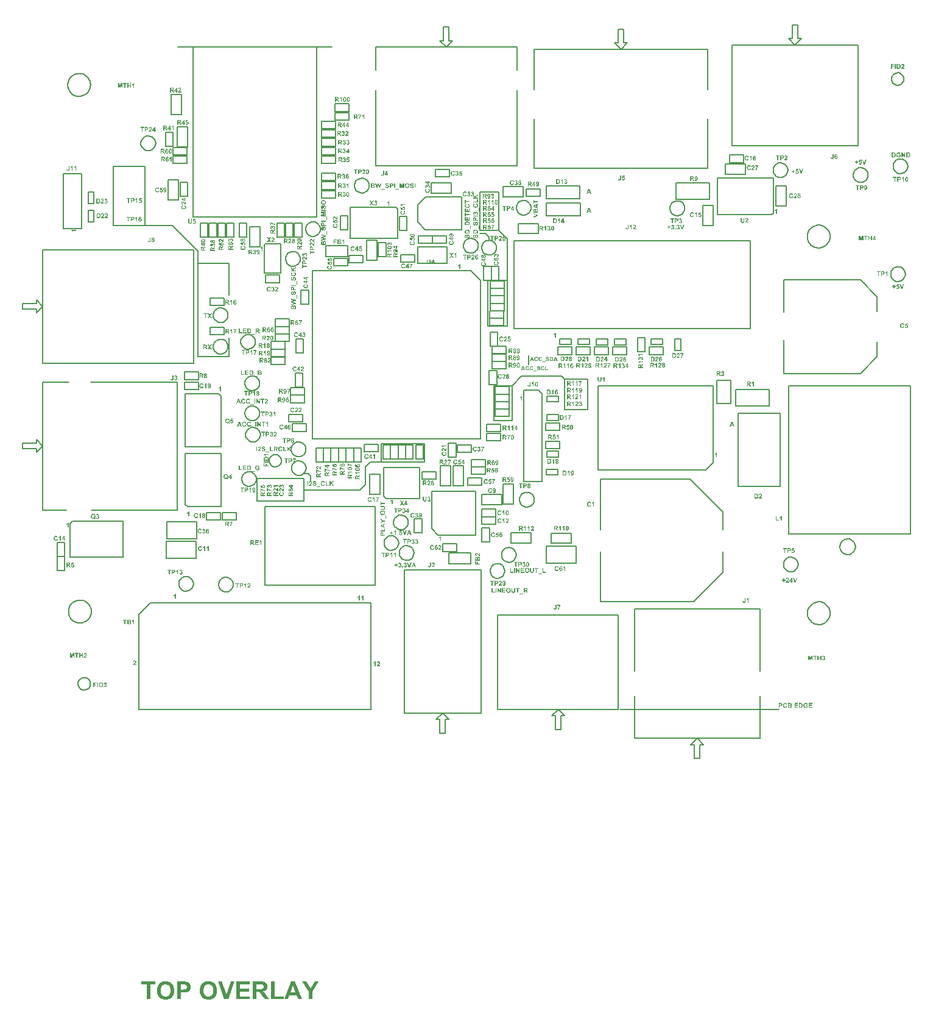
<source format=gto>
G04*
G04 #@! TF.GenerationSoftware,Altium Limited,Altium Designer,21.4.1 (30)*
G04*
G04 Layer_Color=65535*
%FSLAX25Y25*%
%MOIN*%
G70*
G04*
G04 #@! TF.SameCoordinates,04E9EE4E-D336-421F-817C-04C26E83230A*
G04*
G04*
G04 #@! TF.FilePolarity,Positive*
G04*
G01*
G75*
%ADD10C,0.00500*%
%ADD11C,0.00600*%
%ADD12C,0.00787*%
G36*
X251054Y134292D02*
X251090Y134289D01*
X251132Y134285D01*
X251174Y134279D01*
X251223Y134272D01*
X251326Y134250D01*
X251378Y134233D01*
X251430Y134217D01*
X251482Y134195D01*
X251531Y134169D01*
X251576Y134139D01*
X251618Y134107D01*
X251621Y134104D01*
X251628Y134097D01*
X251637Y134088D01*
X251650Y134075D01*
X251667Y134055D01*
X251686Y134032D01*
X251705Y134007D01*
X251728Y133977D01*
X251748Y133942D01*
X251767Y133906D01*
X251786Y133864D01*
X251803Y133819D01*
X251819Y133773D01*
X251832Y133721D01*
X251841Y133670D01*
X251845Y133611D01*
X251391Y133595D01*
Y133598D01*
Y133602D01*
X251385Y133624D01*
X251378Y133653D01*
X251365Y133689D01*
X251349Y133731D01*
X251326Y133770D01*
X251297Y133809D01*
X251265Y133841D01*
X251262Y133845D01*
X251249Y133854D01*
X251226Y133867D01*
X251193Y133880D01*
X251155Y133893D01*
X251106Y133906D01*
X251048Y133916D01*
X250980Y133919D01*
X250947D01*
X250912Y133916D01*
X250869Y133909D01*
X250821Y133900D01*
X250769Y133884D01*
X250721Y133864D01*
X250675Y133835D01*
X250672Y133832D01*
X250665Y133825D01*
X250652Y133815D01*
X250640Y133799D01*
X250626Y133780D01*
X250614Y133754D01*
X250607Y133728D01*
X250604Y133695D01*
Y133692D01*
Y133683D01*
X250607Y133666D01*
X250614Y133650D01*
X250620Y133627D01*
X250630Y133605D01*
X250646Y133582D01*
X250669Y133560D01*
X250672Y133556D01*
X250688Y133546D01*
X250698Y133540D01*
X250714Y133534D01*
X250730Y133524D01*
X250753Y133514D01*
X250779Y133504D01*
X250808Y133491D01*
X250844Y133478D01*
X250879Y133466D01*
X250925Y133452D01*
X250973Y133440D01*
X251025Y133427D01*
X251083Y133410D01*
X251087D01*
X251100Y133407D01*
X251116Y133404D01*
X251138Y133397D01*
X251164Y133391D01*
X251197Y133381D01*
X251232Y133371D01*
X251268Y133362D01*
X251346Y133336D01*
X251427Y133310D01*
X251505Y133281D01*
X251537Y133265D01*
X251569Y133248D01*
X251573D01*
X251576Y133245D01*
X251595Y133232D01*
X251624Y133213D01*
X251660Y133187D01*
X251699Y133154D01*
X251741Y133116D01*
X251783Y133070D01*
X251819Y133018D01*
X251822Y133012D01*
X251832Y132992D01*
X251848Y132963D01*
X251864Y132921D01*
X251880Y132869D01*
X251897Y132808D01*
X251906Y132740D01*
X251910Y132662D01*
Y132659D01*
Y132652D01*
Y132642D01*
Y132630D01*
X251906Y132613D01*
X251903Y132591D01*
X251897Y132545D01*
X251884Y132487D01*
X251864Y132425D01*
X251835Y132364D01*
X251799Y132299D01*
Y132296D01*
X251793Y132293D01*
X251780Y132273D01*
X251754Y132241D01*
X251722Y132205D01*
X251679Y132163D01*
X251624Y132124D01*
X251566Y132085D01*
X251495Y132050D01*
X251492D01*
X251485Y132046D01*
X251475Y132043D01*
X251459Y132037D01*
X251440Y132030D01*
X251417Y132024D01*
X251391Y132017D01*
X251362Y132011D01*
X251326Y132001D01*
X251291Y131994D01*
X251206Y131982D01*
X251113Y131972D01*
X251009Y131969D01*
X250967D01*
X250938Y131972D01*
X250902Y131975D01*
X250863Y131978D01*
X250818Y131985D01*
X250769Y131994D01*
X250662Y132017D01*
X250607Y132033D01*
X250555Y132050D01*
X250500Y132072D01*
X250448Y132098D01*
X250400Y132127D01*
X250354Y132163D01*
X250351Y132166D01*
X250345Y132173D01*
X250332Y132183D01*
X250319Y132199D01*
X250299Y132221D01*
X250280Y132247D01*
X250257Y132276D01*
X250235Y132309D01*
X250212Y132348D01*
X250189Y132390D01*
X250166Y132438D01*
X250144Y132490D01*
X250128Y132545D01*
X250108Y132607D01*
X250095Y132672D01*
X250085Y132740D01*
X250526Y132782D01*
Y132779D01*
X250529Y132772D01*
Y132759D01*
X250533Y132746D01*
X250546Y132707D01*
X250562Y132659D01*
X250581Y132604D01*
X250610Y132549D01*
X250643Y132500D01*
X250685Y132455D01*
X250691Y132451D01*
X250708Y132438D01*
X250733Y132422D01*
X250772Y132403D01*
X250821Y132383D01*
X250876Y132367D01*
X250941Y132354D01*
X251015Y132351D01*
X251051D01*
X251090Y132357D01*
X251138Y132364D01*
X251190Y132374D01*
X251245Y132390D01*
X251297Y132413D01*
X251343Y132442D01*
X251349Y132445D01*
X251362Y132458D01*
X251378Y132477D01*
X251401Y132503D01*
X251420Y132536D01*
X251440Y132574D01*
X251453Y132613D01*
X251456Y132659D01*
Y132662D01*
Y132672D01*
X251453Y132688D01*
X251449Y132707D01*
X251443Y132727D01*
X251436Y132749D01*
X251424Y132772D01*
X251407Y132795D01*
X251404Y132798D01*
X251398Y132805D01*
X251388Y132814D01*
X251372Y132827D01*
X251349Y132843D01*
X251320Y132860D01*
X251288Y132876D01*
X251245Y132892D01*
X251242D01*
X251229Y132898D01*
X251206Y132905D01*
X251190Y132912D01*
X251171Y132915D01*
X251148Y132921D01*
X251122Y132931D01*
X251093Y132937D01*
X251061Y132947D01*
X251022Y132957D01*
X250980Y132966D01*
X250934Y132980D01*
X250883Y132992D01*
X250879D01*
X250866Y132996D01*
X250847Y133002D01*
X250824Y133009D01*
X250795Y133018D01*
X250759Y133028D01*
X250724Y133041D01*
X250682Y133054D01*
X250597Y133086D01*
X250516Y133125D01*
X250474Y133145D01*
X250439Y133167D01*
X250403Y133190D01*
X250374Y133213D01*
X250371Y133216D01*
X250364Y133222D01*
X250354Y133232D01*
X250341Y133245D01*
X250325Y133265D01*
X250309Y133287D01*
X250290Y133310D01*
X250273Y133339D01*
X250235Y133407D01*
X250202Y133485D01*
X250189Y133527D01*
X250179Y133569D01*
X250173Y133618D01*
X250170Y133666D01*
Y133670D01*
Y133673D01*
Y133683D01*
Y133695D01*
X250176Y133728D01*
X250183Y133770D01*
X250192Y133819D01*
X250209Y133874D01*
X250231Y133932D01*
X250264Y133987D01*
Y133990D01*
X250267Y133994D01*
X250283Y134013D01*
X250303Y134039D01*
X250335Y134071D01*
X250374Y134107D01*
X250422Y134146D01*
X250478Y134181D01*
X250542Y134214D01*
X250546D01*
X250552Y134217D01*
X250562Y134220D01*
X250575Y134227D01*
X250594Y134233D01*
X250614Y134240D01*
X250640Y134246D01*
X250669Y134256D01*
X250733Y134269D01*
X250808Y134282D01*
X250892Y134292D01*
X250986Y134295D01*
X251025D01*
X251054Y134292D01*
D02*
G37*
G36*
X253329D02*
X253364Y134289D01*
X253403Y134282D01*
X253449Y134275D01*
X253497Y134266D01*
X253549Y134253D01*
X253604Y134237D01*
X253659Y134217D01*
X253717Y134191D01*
X253773Y134165D01*
X253824Y134133D01*
X253879Y134094D01*
X253928Y134052D01*
X253931D01*
X253935Y134046D01*
X253944Y134036D01*
X253954Y134026D01*
X253967Y134010D01*
X253980Y133990D01*
X254016Y133945D01*
X254051Y133887D01*
X254090Y133815D01*
X254126Y133734D01*
X254158Y133641D01*
X253711Y133534D01*
Y133537D01*
X253708Y133540D01*
Y133550D01*
X253701Y133563D01*
X253692Y133592D01*
X253675Y133631D01*
X253653Y133676D01*
X253624Y133721D01*
X253585Y133767D01*
X253542Y133806D01*
X253536Y133809D01*
X253520Y133822D01*
X253494Y133838D01*
X253458Y133858D01*
X253413Y133877D01*
X253361Y133893D01*
X253303Y133906D01*
X253238Y133909D01*
X253215D01*
X253196Y133906D01*
X253176Y133903D01*
X253151Y133900D01*
X253095Y133887D01*
X253031Y133864D01*
X252963Y133832D01*
X252927Y133812D01*
X252894Y133790D01*
X252862Y133760D01*
X252833Y133728D01*
Y133725D01*
X252826Y133718D01*
X252820Y133709D01*
X252810Y133692D01*
X252797Y133673D01*
X252784Y133650D01*
X252771Y133621D01*
X252758Y133589D01*
X252742Y133550D01*
X252729Y133508D01*
X252716Y133459D01*
X252703Y133407D01*
X252694Y133349D01*
X252687Y133287D01*
X252684Y133219D01*
X252681Y133145D01*
Y133142D01*
Y133125D01*
Y133103D01*
X252684Y133077D01*
Y133041D01*
X252690Y132999D01*
X252694Y132957D01*
X252700Y132908D01*
X252720Y132808D01*
X252746Y132707D01*
X252762Y132659D01*
X252784Y132613D01*
X252807Y132571D01*
X252833Y132536D01*
X252836Y132532D01*
X252839Y132529D01*
X252849Y132519D01*
X252862Y132507D01*
X252894Y132481D01*
X252940Y132448D01*
X252995Y132413D01*
X253063Y132387D01*
X253141Y132364D01*
X253183Y132361D01*
X253228Y132357D01*
X253244D01*
X253257Y132361D01*
X253293Y132364D01*
X253335Y132370D01*
X253380Y132387D01*
X253432Y132406D01*
X253484Y132432D01*
X253536Y132471D01*
X253542Y132477D01*
X253559Y132493D01*
X253581Y132519D01*
X253607Y132558D01*
X253640Y132610D01*
X253669Y132672D01*
X253698Y132746D01*
X253724Y132834D01*
X254165Y132698D01*
Y132694D01*
X254161Y132681D01*
X254155Y132662D01*
X254145Y132636D01*
X254132Y132607D01*
X254119Y132571D01*
X254103Y132532D01*
X254084Y132490D01*
X254038Y132403D01*
X253980Y132312D01*
X253909Y132225D01*
X253870Y132186D01*
X253828Y132150D01*
X253824Y132147D01*
X253818Y132144D01*
X253805Y132134D01*
X253785Y132121D01*
X253763Y132108D01*
X253734Y132095D01*
X253701Y132079D01*
X253666Y132063D01*
X253624Y132043D01*
X253578Y132027D01*
X253530Y132014D01*
X253478Y132001D01*
X253423Y131988D01*
X253361Y131978D01*
X253299Y131975D01*
X253232Y131972D01*
X253212D01*
X253189Y131975D01*
X253157Y131978D01*
X253121Y131982D01*
X253076Y131988D01*
X253027Y131998D01*
X252972Y132011D01*
X252917Y132027D01*
X252859Y132046D01*
X252797Y132072D01*
X252736Y132102D01*
X252674Y132134D01*
X252613Y132176D01*
X252554Y132221D01*
X252499Y132276D01*
X252496Y132280D01*
X252486Y132289D01*
X252473Y132309D01*
X252454Y132332D01*
X252434Y132364D01*
X252409Y132399D01*
X252383Y132445D01*
X252357Y132497D01*
X252331Y132552D01*
X252305Y132613D01*
X252279Y132685D01*
X252259Y132759D01*
X252240Y132837D01*
X252227Y132924D01*
X252217Y133015D01*
X252214Y133112D01*
Y133116D01*
Y133119D01*
Y133138D01*
X252217Y133167D01*
Y133206D01*
X252224Y133252D01*
X252230Y133307D01*
X252237Y133365D01*
X252250Y133433D01*
X252266Y133501D01*
X252285Y133572D01*
X252308Y133644D01*
X252337Y133718D01*
X252370Y133790D01*
X252409Y133858D01*
X252451Y133922D01*
X252502Y133984D01*
X252506Y133987D01*
X252515Y133997D01*
X252532Y134013D01*
X252554Y134032D01*
X252584Y134055D01*
X252619Y134081D01*
X252658Y134110D01*
X252707Y134139D01*
X252758Y134169D01*
X252814Y134198D01*
X252878Y134224D01*
X252943Y134246D01*
X253018Y134266D01*
X253092Y134282D01*
X253176Y134292D01*
X253261Y134295D01*
X253299D01*
X253329Y134292D01*
D02*
G37*
G36*
X247234D02*
X247270Y134289D01*
X247309Y134282D01*
X247354Y134275D01*
X247403Y134266D01*
X247455Y134253D01*
X247510Y134237D01*
X247565Y134217D01*
X247623Y134191D01*
X247678Y134165D01*
X247730Y134133D01*
X247785Y134094D01*
X247834Y134052D01*
X247837D01*
X247840Y134046D01*
X247850Y134036D01*
X247860Y134026D01*
X247872Y134010D01*
X247885Y133990D01*
X247921Y133945D01*
X247957Y133887D01*
X247996Y133815D01*
X248031Y133734D01*
X248064Y133641D01*
X247617Y133534D01*
Y133537D01*
X247613Y133540D01*
Y133550D01*
X247607Y133563D01*
X247597Y133592D01*
X247581Y133631D01*
X247558Y133676D01*
X247529Y133721D01*
X247490Y133767D01*
X247448Y133806D01*
X247442Y133809D01*
X247425Y133822D01*
X247399Y133838D01*
X247364Y133858D01*
X247319Y133877D01*
X247267Y133893D01*
X247208Y133906D01*
X247144Y133909D01*
X247121D01*
X247101Y133906D01*
X247082Y133903D01*
X247056Y133900D01*
X247001Y133887D01*
X246936Y133864D01*
X246868Y133832D01*
X246832Y133812D01*
X246800Y133790D01*
X246768Y133760D01*
X246739Y133728D01*
Y133725D01*
X246732Y133718D01*
X246726Y133709D01*
X246716Y133692D01*
X246703Y133673D01*
X246690Y133650D01*
X246677Y133621D01*
X246664Y133589D01*
X246648Y133550D01*
X246635Y133508D01*
X246622Y133459D01*
X246609Y133407D01*
X246599Y133349D01*
X246593Y133287D01*
X246589Y133219D01*
X246586Y133145D01*
Y133142D01*
Y133125D01*
Y133103D01*
X246589Y133077D01*
Y133041D01*
X246596Y132999D01*
X246599Y132957D01*
X246606Y132908D01*
X246625Y132808D01*
X246651Y132707D01*
X246667Y132659D01*
X246690Y132613D01*
X246713Y132571D01*
X246739Y132536D01*
X246742Y132532D01*
X246745Y132529D01*
X246755Y132519D01*
X246768Y132507D01*
X246800Y132481D01*
X246845Y132448D01*
X246901Y132413D01*
X246969Y132387D01*
X247046Y132364D01*
X247088Y132361D01*
X247134Y132357D01*
X247150D01*
X247163Y132361D01*
X247199Y132364D01*
X247241Y132370D01*
X247286Y132387D01*
X247338Y132406D01*
X247390Y132432D01*
X247442Y132471D01*
X247448Y132477D01*
X247464Y132493D01*
X247487Y132519D01*
X247513Y132558D01*
X247545Y132610D01*
X247574Y132672D01*
X247604Y132746D01*
X247629Y132834D01*
X248070Y132698D01*
Y132694D01*
X248067Y132681D01*
X248060Y132662D01*
X248051Y132636D01*
X248038Y132607D01*
X248025Y132571D01*
X248009Y132532D01*
X247989Y132490D01*
X247944Y132403D01*
X247885Y132312D01*
X247814Y132225D01*
X247775Y132186D01*
X247733Y132150D01*
X247730Y132147D01*
X247724Y132144D01*
X247710Y132134D01*
X247691Y132121D01*
X247668Y132108D01*
X247639Y132095D01*
X247607Y132079D01*
X247571Y132063D01*
X247529Y132043D01*
X247484Y132027D01*
X247435Y132014D01*
X247383Y132001D01*
X247328Y131988D01*
X247267Y131978D01*
X247205Y131975D01*
X247137Y131972D01*
X247118D01*
X247095Y131975D01*
X247062Y131978D01*
X247027Y131982D01*
X246982Y131988D01*
X246933Y131998D01*
X246878Y132011D01*
X246823Y132027D01*
X246764Y132046D01*
X246703Y132072D01*
X246641Y132102D01*
X246580Y132134D01*
X246518Y132176D01*
X246460Y132221D01*
X246405Y132276D01*
X246402Y132280D01*
X246392Y132289D01*
X246379Y132309D01*
X246359Y132332D01*
X246340Y132364D01*
X246314Y132399D01*
X246288Y132445D01*
X246262Y132497D01*
X246236Y132552D01*
X246210Y132613D01*
X246184Y132685D01*
X246165Y132759D01*
X246146Y132837D01*
X246133Y132924D01*
X246123Y133015D01*
X246120Y133112D01*
Y133116D01*
Y133119D01*
Y133138D01*
X246123Y133167D01*
Y133206D01*
X246129Y133252D01*
X246136Y133307D01*
X246142Y133365D01*
X246155Y133433D01*
X246171Y133501D01*
X246191Y133572D01*
X246214Y133644D01*
X246243Y133718D01*
X246275Y133790D01*
X246314Y133858D01*
X246356Y133922D01*
X246408Y133984D01*
X246411Y133987D01*
X246421Y133997D01*
X246437Y134013D01*
X246460Y134032D01*
X246489Y134055D01*
X246525Y134081D01*
X246564Y134110D01*
X246612Y134139D01*
X246664Y134169D01*
X246719Y134198D01*
X246784Y134224D01*
X246849Y134246D01*
X246923Y134266D01*
X246998Y134282D01*
X247082Y134292D01*
X247166Y134295D01*
X247205D01*
X247234Y134292D01*
D02*
G37*
G36*
X244973D02*
X245008Y134289D01*
X245047Y134282D01*
X245093Y134275D01*
X245141Y134266D01*
X245193Y134253D01*
X245248Y134237D01*
X245303Y134217D01*
X245361Y134191D01*
X245417Y134165D01*
X245468Y134133D01*
X245524Y134094D01*
X245572Y134052D01*
X245575D01*
X245579Y134046D01*
X245588Y134036D01*
X245598Y134026D01*
X245611Y134010D01*
X245624Y133990D01*
X245660Y133945D01*
X245695Y133887D01*
X245734Y133815D01*
X245770Y133734D01*
X245802Y133641D01*
X245355Y133534D01*
Y133537D01*
X245352Y133540D01*
Y133550D01*
X245345Y133563D01*
X245336Y133592D01*
X245319Y133631D01*
X245297Y133676D01*
X245268Y133721D01*
X245229Y133767D01*
X245187Y133806D01*
X245180Y133809D01*
X245164Y133822D01*
X245138Y133838D01*
X245102Y133858D01*
X245057Y133877D01*
X245005Y133893D01*
X244947Y133906D01*
X244882Y133909D01*
X244859D01*
X244840Y133906D01*
X244820Y133903D01*
X244795Y133900D01*
X244739Y133887D01*
X244675Y133864D01*
X244607Y133832D01*
X244571Y133812D01*
X244539Y133790D01*
X244506Y133760D01*
X244477Y133728D01*
Y133725D01*
X244471Y133718D01*
X244464Y133709D01*
X244454Y133692D01*
X244441Y133673D01*
X244428Y133650D01*
X244415Y133621D01*
X244403Y133589D01*
X244386Y133550D01*
X244373Y133508D01*
X244360Y133459D01*
X244347Y133407D01*
X244338Y133349D01*
X244331Y133287D01*
X244328Y133219D01*
X244325Y133145D01*
Y133142D01*
Y133125D01*
Y133103D01*
X244328Y133077D01*
Y133041D01*
X244334Y132999D01*
X244338Y132957D01*
X244344Y132908D01*
X244364Y132808D01*
X244390Y132707D01*
X244406Y132659D01*
X244428Y132613D01*
X244451Y132571D01*
X244477Y132536D01*
X244480Y132532D01*
X244483Y132529D01*
X244493Y132519D01*
X244506Y132507D01*
X244539Y132481D01*
X244584Y132448D01*
X244639Y132413D01*
X244707Y132387D01*
X244785Y132364D01*
X244827Y132361D01*
X244872Y132357D01*
X244888D01*
X244901Y132361D01*
X244937Y132364D01*
X244979Y132370D01*
X245025Y132387D01*
X245076Y132406D01*
X245128Y132432D01*
X245180Y132471D01*
X245187Y132477D01*
X245203Y132493D01*
X245225Y132519D01*
X245251Y132558D01*
X245284Y132610D01*
X245313Y132672D01*
X245342Y132746D01*
X245368Y132834D01*
X245809Y132698D01*
Y132694D01*
X245805Y132681D01*
X245799Y132662D01*
X245789Y132636D01*
X245776Y132607D01*
X245763Y132571D01*
X245747Y132532D01*
X245728Y132490D01*
X245682Y132403D01*
X245624Y132312D01*
X245553Y132225D01*
X245514Y132186D01*
X245472Y132150D01*
X245468Y132147D01*
X245462Y132144D01*
X245449Y132134D01*
X245430Y132121D01*
X245407Y132108D01*
X245378Y132095D01*
X245345Y132079D01*
X245310Y132063D01*
X245268Y132043D01*
X245222Y132027D01*
X245174Y132014D01*
X245122Y132001D01*
X245067Y131988D01*
X245005Y131978D01*
X244944Y131975D01*
X244876Y131972D01*
X244856D01*
X244833Y131975D01*
X244801Y131978D01*
X244765Y131982D01*
X244720Y131988D01*
X244671Y131998D01*
X244616Y132011D01*
X244561Y132027D01*
X244503Y132046D01*
X244441Y132072D01*
X244380Y132102D01*
X244318Y132134D01*
X244257Y132176D01*
X244198Y132221D01*
X244143Y132276D01*
X244140Y132280D01*
X244130Y132289D01*
X244117Y132309D01*
X244098Y132332D01*
X244078Y132364D01*
X244053Y132399D01*
X244027Y132445D01*
X244001Y132497D01*
X243975Y132552D01*
X243949Y132613D01*
X243923Y132685D01*
X243903Y132759D01*
X243884Y132837D01*
X243871Y132924D01*
X243861Y133015D01*
X243858Y133112D01*
Y133116D01*
Y133119D01*
Y133138D01*
X243861Y133167D01*
Y133206D01*
X243868Y133252D01*
X243874Y133307D01*
X243881Y133365D01*
X243894Y133433D01*
X243910Y133501D01*
X243929Y133572D01*
X243952Y133644D01*
X243981Y133718D01*
X244014Y133790D01*
X244053Y133858D01*
X244095Y133922D01*
X244146Y133984D01*
X244150Y133987D01*
X244160Y133997D01*
X244176Y134013D01*
X244198Y134032D01*
X244228Y134055D01*
X244263Y134081D01*
X244302Y134110D01*
X244351Y134139D01*
X244403Y134169D01*
X244458Y134198D01*
X244522Y134224D01*
X244587Y134246D01*
X244662Y134266D01*
X244736Y134282D01*
X244820Y134292D01*
X244905Y134295D01*
X244944D01*
X244973Y134292D01*
D02*
G37*
G36*
X255020Y132390D02*
X256148D01*
Y132011D01*
X254566D01*
Y134237D01*
X255020D01*
Y132390D01*
D02*
G37*
G36*
X243696Y132011D02*
X243207D01*
X243012Y132519D01*
X242112D01*
X241927Y132011D01*
X241448D01*
X242316Y134253D01*
X242795D01*
X243696Y132011D01*
D02*
G37*
G36*
X249991Y131392D02*
X248203D01*
Y131670D01*
X249991D01*
Y131392D01*
D02*
G37*
G36*
X255880Y139294D02*
X255915Y139291D01*
X255958Y139288D01*
X256000Y139281D01*
X256048Y139275D01*
X256152Y139252D01*
X256204Y139236D01*
X256256Y139220D01*
X256308Y139197D01*
X256356Y139171D01*
X256401Y139142D01*
X256444Y139109D01*
X256447Y139106D01*
X256453Y139100D01*
X256463Y139090D01*
X256476Y139077D01*
X256492Y139058D01*
X256512Y139035D01*
X256531Y139009D01*
X256554Y138980D01*
X256573Y138944D01*
X256593Y138909D01*
X256612Y138866D01*
X256628Y138821D01*
X256644Y138776D01*
X256657Y138724D01*
X256667Y138672D01*
X256670Y138614D01*
X256217Y138598D01*
Y138601D01*
Y138604D01*
X256210Y138627D01*
X256204Y138656D01*
X256191Y138691D01*
X256175Y138734D01*
X256152Y138772D01*
X256123Y138811D01*
X256090Y138844D01*
X256087Y138847D01*
X256074Y138857D01*
X256051Y138870D01*
X256019Y138883D01*
X255980Y138896D01*
X255932Y138909D01*
X255873Y138918D01*
X255805Y138921D01*
X255773D01*
X255737Y138918D01*
X255695Y138912D01*
X255646Y138902D01*
X255595Y138886D01*
X255546Y138866D01*
X255501Y138837D01*
X255498Y138834D01*
X255491Y138828D01*
X255478Y138818D01*
X255465Y138802D01*
X255452Y138782D01*
X255439Y138756D01*
X255433Y138730D01*
X255429Y138698D01*
Y138695D01*
Y138685D01*
X255433Y138669D01*
X255439Y138653D01*
X255446Y138630D01*
X255455Y138607D01*
X255472Y138584D01*
X255494Y138562D01*
X255498Y138559D01*
X255514Y138549D01*
X255523Y138542D01*
X255540Y138536D01*
X255556Y138526D01*
X255578Y138516D01*
X255604Y138507D01*
X255634Y138494D01*
X255669Y138481D01*
X255705Y138468D01*
X255750Y138455D01*
X255799Y138442D01*
X255851Y138429D01*
X255909Y138413D01*
X255912D01*
X255925Y138410D01*
X255941Y138406D01*
X255964Y138400D01*
X255990Y138393D01*
X256022Y138384D01*
X256058Y138374D01*
X256094Y138364D01*
X256171Y138338D01*
X256252Y138312D01*
X256330Y138283D01*
X256363Y138267D01*
X256395Y138251D01*
X256398D01*
X256401Y138248D01*
X256421Y138235D01*
X256450Y138215D01*
X256486Y138189D01*
X256525Y138157D01*
X256567Y138118D01*
X256609Y138073D01*
X256644Y138021D01*
X256648Y138014D01*
X256657Y137995D01*
X256674Y137966D01*
X256690Y137924D01*
X256706Y137872D01*
X256722Y137810D01*
X256732Y137742D01*
X256735Y137664D01*
Y137661D01*
Y137655D01*
Y137645D01*
Y137632D01*
X256732Y137616D01*
X256729Y137593D01*
X256722Y137548D01*
X256709Y137489D01*
X256690Y137428D01*
X256661Y137366D01*
X256625Y137302D01*
Y137298D01*
X256618Y137295D01*
X256606Y137276D01*
X256580Y137243D01*
X256547Y137207D01*
X256505Y137165D01*
X256450Y137127D01*
X256392Y137088D01*
X256320Y137052D01*
X256317D01*
X256311Y137049D01*
X256301Y137046D01*
X256285Y137039D01*
X256265Y137033D01*
X256243Y137026D01*
X256217Y137020D01*
X256188Y137013D01*
X256152Y137003D01*
X256116Y136997D01*
X256032Y136984D01*
X255938Y136974D01*
X255834Y136971D01*
X255792D01*
X255763Y136974D01*
X255728Y136978D01*
X255689Y136981D01*
X255643Y136987D01*
X255595Y136997D01*
X255488Y137020D01*
X255433Y137036D01*
X255381Y137052D01*
X255326Y137075D01*
X255274Y137101D01*
X255225Y137130D01*
X255180Y137165D01*
X255177Y137169D01*
X255170Y137175D01*
X255157Y137185D01*
X255144Y137201D01*
X255125Y137224D01*
X255105Y137250D01*
X255083Y137279D01*
X255060Y137311D01*
X255037Y137350D01*
X255015Y137392D01*
X254992Y137441D01*
X254969Y137493D01*
X254953Y137548D01*
X254934Y137609D01*
X254921Y137674D01*
X254911Y137742D01*
X255352Y137784D01*
Y137781D01*
X255355Y137775D01*
Y137762D01*
X255358Y137749D01*
X255371Y137710D01*
X255387Y137661D01*
X255407Y137606D01*
X255436Y137551D01*
X255468Y137502D01*
X255510Y137457D01*
X255517Y137454D01*
X255533Y137441D01*
X255559Y137425D01*
X255598Y137405D01*
X255646Y137386D01*
X255702Y137370D01*
X255766Y137357D01*
X255841Y137353D01*
X255877D01*
X255915Y137360D01*
X255964Y137366D01*
X256016Y137376D01*
X256071Y137392D01*
X256123Y137415D01*
X256168Y137444D01*
X256175Y137447D01*
X256188Y137460D01*
X256204Y137480D01*
X256226Y137506D01*
X256246Y137538D01*
X256265Y137577D01*
X256278Y137616D01*
X256282Y137661D01*
Y137664D01*
Y137674D01*
X256278Y137690D01*
X256275Y137710D01*
X256269Y137729D01*
X256262Y137752D01*
X256249Y137775D01*
X256233Y137797D01*
X256230Y137801D01*
X256223Y137807D01*
X256213Y137817D01*
X256197Y137830D01*
X256175Y137846D01*
X256146Y137862D01*
X256113Y137878D01*
X256071Y137894D01*
X256068D01*
X256055Y137901D01*
X256032Y137907D01*
X256016Y137914D01*
X255996Y137917D01*
X255974Y137924D01*
X255948Y137933D01*
X255919Y137940D01*
X255886Y137950D01*
X255847Y137959D01*
X255805Y137969D01*
X255760Y137982D01*
X255708Y137995D01*
X255705D01*
X255692Y137998D01*
X255672Y138005D01*
X255650Y138011D01*
X255621Y138021D01*
X255585Y138031D01*
X255549Y138043D01*
X255507Y138056D01*
X255423Y138089D01*
X255342Y138128D01*
X255300Y138147D01*
X255264Y138170D01*
X255229Y138192D01*
X255199Y138215D01*
X255196Y138218D01*
X255190Y138225D01*
X255180Y138235D01*
X255167Y138248D01*
X255151Y138267D01*
X255135Y138290D01*
X255115Y138312D01*
X255099Y138341D01*
X255060Y138410D01*
X255028Y138487D01*
X255015Y138530D01*
X255005Y138572D01*
X254998Y138620D01*
X254995Y138669D01*
Y138672D01*
Y138675D01*
Y138685D01*
Y138698D01*
X255002Y138730D01*
X255008Y138772D01*
X255018Y138821D01*
X255034Y138876D01*
X255057Y138935D01*
X255089Y138989D01*
Y138993D01*
X255093Y138996D01*
X255109Y139015D01*
X255128Y139041D01*
X255160Y139074D01*
X255199Y139109D01*
X255248Y139148D01*
X255303Y139184D01*
X255368Y139216D01*
X255371D01*
X255378Y139220D01*
X255387Y139223D01*
X255400Y139229D01*
X255420Y139236D01*
X255439Y139242D01*
X255465Y139249D01*
X255494Y139259D01*
X255559Y139271D01*
X255634Y139284D01*
X255718Y139294D01*
X255812Y139297D01*
X255851D01*
X255880Y139294D01*
D02*
G37*
G36*
X252060D02*
X252096Y139291D01*
X252134Y139284D01*
X252180Y139278D01*
X252228Y139268D01*
X252280Y139255D01*
X252335Y139239D01*
X252390Y139220D01*
X252449Y139194D01*
X252504Y139168D01*
X252556Y139135D01*
X252611Y139096D01*
X252659Y139054D01*
X252662D01*
X252666Y139048D01*
X252675Y139038D01*
X252685Y139028D01*
X252698Y139012D01*
X252711Y138993D01*
X252747Y138947D01*
X252782Y138889D01*
X252821Y138818D01*
X252857Y138737D01*
X252889Y138643D01*
X252442Y138536D01*
Y138539D01*
X252439Y138542D01*
Y138552D01*
X252432Y138565D01*
X252423Y138594D01*
X252407Y138633D01*
X252384Y138679D01*
X252355Y138724D01*
X252316Y138769D01*
X252274Y138808D01*
X252267Y138811D01*
X252251Y138824D01*
X252225Y138840D01*
X252189Y138860D01*
X252144Y138879D01*
X252092Y138896D01*
X252034Y138909D01*
X251969Y138912D01*
X251946D01*
X251927Y138909D01*
X251908Y138905D01*
X251882Y138902D01*
X251827Y138889D01*
X251762Y138866D01*
X251694Y138834D01*
X251658Y138815D01*
X251626Y138792D01*
X251593Y138763D01*
X251564Y138730D01*
Y138727D01*
X251558Y138721D01*
X251551Y138711D01*
X251541Y138695D01*
X251529Y138675D01*
X251516Y138653D01*
X251503Y138623D01*
X251490Y138591D01*
X251473Y138552D01*
X251460Y138510D01*
X251448Y138461D01*
X251434Y138410D01*
X251425Y138351D01*
X251418Y138290D01*
X251415Y138222D01*
X251412Y138147D01*
Y138144D01*
Y138128D01*
Y138105D01*
X251415Y138079D01*
Y138043D01*
X251422Y138001D01*
X251425Y137959D01*
X251431Y137911D01*
X251451Y137810D01*
X251477Y137710D01*
X251493Y137661D01*
X251516Y137616D01*
X251538Y137574D01*
X251564Y137538D01*
X251567Y137535D01*
X251571Y137531D01*
X251580Y137522D01*
X251593Y137509D01*
X251626Y137483D01*
X251671Y137451D01*
X251726Y137415D01*
X251794Y137389D01*
X251872Y137366D01*
X251914Y137363D01*
X251959Y137360D01*
X251976D01*
X251989Y137363D01*
X252024Y137366D01*
X252066Y137373D01*
X252112Y137389D01*
X252164Y137408D01*
X252215Y137434D01*
X252267Y137473D01*
X252274Y137480D01*
X252290Y137496D01*
X252313Y137522D01*
X252339Y137561D01*
X252371Y137612D01*
X252400Y137674D01*
X252429Y137749D01*
X252455Y137836D01*
X252896Y137700D01*
Y137697D01*
X252892Y137684D01*
X252886Y137664D01*
X252876Y137638D01*
X252863Y137609D01*
X252850Y137574D01*
X252834Y137535D01*
X252815Y137493D01*
X252769Y137405D01*
X252711Y137314D01*
X252640Y137227D01*
X252601Y137188D01*
X252559Y137153D01*
X252556Y137149D01*
X252549Y137146D01*
X252536Y137136D01*
X252517Y137123D01*
X252494Y137110D01*
X252465Y137097D01*
X252432Y137081D01*
X252397Y137065D01*
X252355Y137046D01*
X252309Y137029D01*
X252261Y137016D01*
X252209Y137003D01*
X252154Y136990D01*
X252092Y136981D01*
X252031Y136978D01*
X251963Y136974D01*
X251943D01*
X251921Y136978D01*
X251888Y136981D01*
X251852Y136984D01*
X251807Y136990D01*
X251759Y137000D01*
X251703Y137013D01*
X251648Y137029D01*
X251590Y137049D01*
X251529Y137075D01*
X251467Y137104D01*
X251405Y137136D01*
X251344Y137178D01*
X251286Y137224D01*
X251230Y137279D01*
X251227Y137282D01*
X251217Y137292D01*
X251204Y137311D01*
X251185Y137334D01*
X251166Y137366D01*
X251140Y137402D01*
X251114Y137447D01*
X251088Y137499D01*
X251062Y137554D01*
X251036Y137616D01*
X251010Y137687D01*
X250991Y137762D01*
X250971Y137839D01*
X250958Y137927D01*
X250949Y138017D01*
X250945Y138115D01*
Y138118D01*
Y138121D01*
Y138141D01*
X250949Y138170D01*
Y138209D01*
X250955Y138254D01*
X250961Y138309D01*
X250968Y138367D01*
X250981Y138435D01*
X250997Y138504D01*
X251017Y138575D01*
X251039Y138646D01*
X251068Y138721D01*
X251101Y138792D01*
X251140Y138860D01*
X251182Y138925D01*
X251234Y138986D01*
X251237Y138989D01*
X251247Y138999D01*
X251263Y139015D01*
X251286Y139035D01*
X251315Y139058D01*
X251350Y139084D01*
X251389Y139113D01*
X251438Y139142D01*
X251490Y139171D01*
X251545Y139200D01*
X251609Y139226D01*
X251674Y139249D01*
X251749Y139268D01*
X251823Y139284D01*
X251908Y139294D01*
X251992Y139297D01*
X252031D01*
X252060Y139294D01*
D02*
G37*
G36*
X249798D02*
X249834Y139291D01*
X249873Y139284D01*
X249918Y139278D01*
X249967Y139268D01*
X250019Y139255D01*
X250074Y139239D01*
X250129Y139220D01*
X250187Y139194D01*
X250242Y139168D01*
X250294Y139135D01*
X250349Y139096D01*
X250398Y139054D01*
X250401D01*
X250404Y139048D01*
X250414Y139038D01*
X250424Y139028D01*
X250437Y139012D01*
X250450Y138993D01*
X250485Y138947D01*
X250521Y138889D01*
X250560Y138818D01*
X250595Y138737D01*
X250628Y138643D01*
X250181Y138536D01*
Y138539D01*
X250177Y138542D01*
Y138552D01*
X250171Y138565D01*
X250161Y138594D01*
X250145Y138633D01*
X250122Y138679D01*
X250093Y138724D01*
X250054Y138769D01*
X250012Y138808D01*
X250006Y138811D01*
X249990Y138824D01*
X249964Y138840D01*
X249928Y138860D01*
X249883Y138879D01*
X249831Y138896D01*
X249772Y138909D01*
X249708Y138912D01*
X249685D01*
X249665Y138909D01*
X249646Y138905D01*
X249620Y138902D01*
X249565Y138889D01*
X249500Y138866D01*
X249432Y138834D01*
X249397Y138815D01*
X249364Y138792D01*
X249332Y138763D01*
X249303Y138730D01*
Y138727D01*
X249296Y138721D01*
X249290Y138711D01*
X249280Y138695D01*
X249267Y138675D01*
X249254Y138653D01*
X249241Y138623D01*
X249228Y138591D01*
X249212Y138552D01*
X249199Y138510D01*
X249186Y138461D01*
X249173Y138410D01*
X249163Y138351D01*
X249157Y138290D01*
X249154Y138222D01*
X249150Y138147D01*
Y138144D01*
Y138128D01*
Y138105D01*
X249154Y138079D01*
Y138043D01*
X249160Y138001D01*
X249163Y137959D01*
X249170Y137911D01*
X249189Y137810D01*
X249215Y137710D01*
X249231Y137661D01*
X249254Y137616D01*
X249277Y137574D01*
X249303Y137538D01*
X249306Y137535D01*
X249309Y137531D01*
X249319Y137522D01*
X249332Y137509D01*
X249364Y137483D01*
X249410Y137451D01*
X249465Y137415D01*
X249533Y137389D01*
X249610Y137366D01*
X249653Y137363D01*
X249698Y137360D01*
X249714D01*
X249727Y137363D01*
X249763Y137366D01*
X249805Y137373D01*
X249850Y137389D01*
X249902Y137408D01*
X249954Y137434D01*
X250006Y137473D01*
X250012Y137480D01*
X250028Y137496D01*
X250051Y137522D01*
X250077Y137561D01*
X250109Y137612D01*
X250138Y137674D01*
X250168Y137749D01*
X250194Y137836D01*
X250634Y137700D01*
Y137697D01*
X250631Y137684D01*
X250624Y137664D01*
X250615Y137638D01*
X250602Y137609D01*
X250589Y137574D01*
X250573Y137535D01*
X250553Y137493D01*
X250508Y137405D01*
X250450Y137314D01*
X250378Y137227D01*
X250339Y137188D01*
X250297Y137153D01*
X250294Y137149D01*
X250288Y137146D01*
X250275Y137136D01*
X250255Y137123D01*
X250233Y137110D01*
X250203Y137097D01*
X250171Y137081D01*
X250135Y137065D01*
X250093Y137046D01*
X250048Y137029D01*
X249999Y137016D01*
X249947Y137003D01*
X249892Y136990D01*
X249831Y136981D01*
X249769Y136978D01*
X249701Y136974D01*
X249682D01*
X249659Y136978D01*
X249627Y136981D01*
X249591Y136984D01*
X249546Y136990D01*
X249497Y137000D01*
X249442Y137013D01*
X249387Y137029D01*
X249328Y137049D01*
X249267Y137075D01*
X249205Y137104D01*
X249144Y137136D01*
X249082Y137178D01*
X249024Y137224D01*
X248969Y137279D01*
X248966Y137282D01*
X248956Y137292D01*
X248943Y137311D01*
X248923Y137334D01*
X248904Y137366D01*
X248878Y137402D01*
X248852Y137447D01*
X248826Y137499D01*
X248800Y137554D01*
X248775Y137616D01*
X248749Y137687D01*
X248729Y137762D01*
X248710Y137839D01*
X248697Y137927D01*
X248687Y138017D01*
X248684Y138115D01*
Y138118D01*
Y138121D01*
Y138141D01*
X248687Y138170D01*
Y138209D01*
X248693Y138254D01*
X248700Y138309D01*
X248706Y138367D01*
X248719Y138435D01*
X248736Y138504D01*
X248755Y138575D01*
X248778Y138646D01*
X248807Y138721D01*
X248839Y138792D01*
X248878Y138860D01*
X248920Y138925D01*
X248972Y138986D01*
X248975Y138989D01*
X248985Y138999D01*
X249001Y139015D01*
X249024Y139035D01*
X249053Y139058D01*
X249089Y139084D01*
X249128Y139113D01*
X249176Y139142D01*
X249228Y139171D01*
X249283Y139200D01*
X249348Y139226D01*
X249413Y139249D01*
X249487Y139268D01*
X249562Y139284D01*
X249646Y139294D01*
X249730Y139297D01*
X249769D01*
X249798Y139294D01*
D02*
G37*
G36*
X261401Y137013D02*
X260911D01*
X260717Y137522D01*
X259816D01*
X259632Y137013D01*
X259152D01*
X260020Y139255D01*
X260500D01*
X261401Y137013D01*
D02*
G37*
G36*
X258041Y139252D02*
X258102Y139249D01*
X258171Y139245D01*
X258242Y139236D01*
X258310Y139226D01*
X258371Y139210D01*
X258375D01*
X258381Y139207D01*
X258391Y139203D01*
X258404Y139200D01*
X258443Y139184D01*
X258488Y139161D01*
X258540Y139132D01*
X258598Y139096D01*
X258653Y139054D01*
X258708Y139003D01*
X258712D01*
X258715Y138996D01*
X258731Y138977D01*
X258757Y138944D01*
X258786Y138902D01*
X258822Y138850D01*
X258857Y138789D01*
X258893Y138717D01*
X258922Y138640D01*
Y138636D01*
X258925Y138630D01*
X258929Y138617D01*
X258935Y138601D01*
X258938Y138581D01*
X258945Y138555D01*
X258951Y138526D01*
X258961Y138494D01*
X258967Y138458D01*
X258974Y138416D01*
X258980Y138374D01*
X258984Y138325D01*
X258993Y138225D01*
X258997Y138111D01*
Y138108D01*
Y138099D01*
Y138086D01*
Y138066D01*
X258993Y138040D01*
Y138014D01*
X258990Y137982D01*
X258987Y137946D01*
X258980Y137872D01*
X258967Y137794D01*
X258948Y137713D01*
X258925Y137635D01*
Y137632D01*
X258922Y137626D01*
X258916Y137612D01*
X258909Y137593D01*
X258903Y137574D01*
X258890Y137551D01*
X258864Y137493D01*
X258831Y137431D01*
X258789Y137363D01*
X258741Y137298D01*
X258686Y137237D01*
X258679Y137230D01*
X258663Y137217D01*
X258637Y137198D01*
X258601Y137172D01*
X258556Y137143D01*
X258504Y137114D01*
X258439Y137084D01*
X258368Y137058D01*
X258365D01*
X258362Y137055D01*
X258352D01*
X258342Y137052D01*
X258307Y137046D01*
X258261Y137036D01*
X258206Y137026D01*
X258138Y137020D01*
X258057Y137016D01*
X257970Y137013D01*
X257121D01*
Y139255D01*
X258015D01*
X258041Y139252D01*
D02*
G37*
G36*
X248522Y137013D02*
X248032D01*
X247838Y137522D01*
X246937D01*
X246753Y137013D01*
X246273D01*
X247142Y139255D01*
X247621D01*
X248522Y137013D01*
D02*
G37*
G36*
X254817Y136394D02*
X253029D01*
Y136673D01*
X254817D01*
Y136394D01*
D02*
G37*
G36*
X71304Y161932D02*
X72184Y160600D01*
X71563D01*
X70997Y161466D01*
X70427Y160600D01*
X69805D01*
X70690Y161932D01*
X69887Y163160D01*
X70490D01*
X70997Y162394D01*
X71504Y163160D01*
X72107D01*
X71304Y161932D01*
D02*
G37*
G36*
X69731Y162727D02*
X68976D01*
Y160600D01*
X68458D01*
Y162727D01*
X67700D01*
Y163160D01*
X69731D01*
Y162727D01*
D02*
G37*
G36*
X71318Y144732D02*
X72199Y143400D01*
X71577D01*
X71011Y144266D01*
X70442Y143400D01*
X69820D01*
X70704Y144732D01*
X69901Y145960D01*
X70504D01*
X71011Y145194D01*
X71518Y145960D01*
X72121D01*
X71318Y144732D01*
D02*
G37*
G36*
X68688Y145957D02*
X68728D01*
X68769Y145953D01*
X68817D01*
X68913Y145942D01*
X69013Y145931D01*
X69106Y145912D01*
X69147Y145901D01*
X69183Y145890D01*
X69187D01*
X69191Y145886D01*
X69213Y145875D01*
X69246Y145857D01*
X69291Y145835D01*
X69339Y145798D01*
X69387Y145757D01*
X69435Y145705D01*
X69480Y145642D01*
Y145639D01*
X69483Y145635D01*
X69491Y145624D01*
X69498Y145613D01*
X69516Y145576D01*
X69539Y145528D01*
X69557Y145468D01*
X69576Y145402D01*
X69591Y145324D01*
X69594Y145243D01*
Y145239D01*
Y145231D01*
Y145213D01*
X69591Y145194D01*
Y145169D01*
X69587Y145143D01*
X69572Y145076D01*
X69554Y144998D01*
X69524Y144921D01*
X69480Y144839D01*
X69454Y144802D01*
X69424Y144765D01*
X69420Y144762D01*
X69417Y144758D01*
X69406Y144747D01*
X69391Y144736D01*
X69376Y144721D01*
X69354Y144702D01*
X69328Y144684D01*
X69298Y144665D01*
X69265Y144643D01*
X69224Y144625D01*
X69183Y144606D01*
X69139Y144588D01*
X69087Y144569D01*
X69036Y144554D01*
X68980Y144540D01*
X68917Y144528D01*
X68921D01*
X68924Y144525D01*
X68947Y144510D01*
X68976Y144492D01*
X69013Y144466D01*
X69058Y144432D01*
X69102Y144399D01*
X69150Y144358D01*
X69191Y144314D01*
X69195Y144310D01*
X69213Y144292D01*
X69235Y144262D01*
X69269Y144218D01*
X69313Y144162D01*
X69335Y144125D01*
X69361Y144088D01*
X69391Y144047D01*
X69420Y144003D01*
X69454Y143951D01*
X69487Y143900D01*
X69801Y143400D01*
X69180D01*
X68810Y143955D01*
X68806Y143959D01*
X68802Y143970D01*
X68791Y143985D01*
X68777Y144003D01*
X68762Y144025D01*
X68743Y144055D01*
X68703Y144114D01*
X68654Y144181D01*
X68610Y144240D01*
X68569Y144295D01*
X68551Y144314D01*
X68536Y144332D01*
X68532Y144336D01*
X68525Y144343D01*
X68510Y144358D01*
X68492Y144377D01*
X68466Y144392D01*
X68440Y144410D01*
X68410Y144425D01*
X68381Y144440D01*
X68377D01*
X68366Y144443D01*
X68347Y144451D01*
X68318Y144455D01*
X68281Y144462D01*
X68236Y144466D01*
X68185Y144469D01*
X68018D01*
Y143400D01*
X67500D01*
Y145960D01*
X68654D01*
X68688Y145957D01*
D02*
G37*
G36*
X208176Y187418D02*
X207684D01*
Y189272D01*
X207680Y189268D01*
X207673Y189261D01*
X207658Y189250D01*
X207636Y189231D01*
X207610Y189209D01*
X207580Y189187D01*
X207543Y189161D01*
X207503Y189131D01*
X207458Y189102D01*
X207410Y189072D01*
X207358Y189039D01*
X207303Y189009D01*
X207184Y188953D01*
X207051Y188902D01*
Y189346D01*
X207055D01*
X207059Y189349D01*
X207070Y189353D01*
X207084Y189357D01*
X207121Y189375D01*
X207173Y189398D01*
X207236Y189427D01*
X207306Y189468D01*
X207384Y189520D01*
X207466Y189579D01*
X207469Y189583D01*
X207477Y189586D01*
X207488Y189597D01*
X207503Y189612D01*
X207543Y189649D01*
X207588Y189697D01*
X207639Y189756D01*
X207691Y189830D01*
X207739Y189908D01*
X207776Y189993D01*
X208176D01*
Y187418D01*
D02*
G37*
G36*
X98527Y131863D02*
X98601Y131860D01*
X98675Y131856D01*
X98745Y131849D01*
X98808Y131841D01*
X98815D01*
X98834Y131837D01*
X98860Y131830D01*
X98897Y131819D01*
X98937Y131804D01*
X98982Y131786D01*
X99030Y131764D01*
X99074Y131734D01*
X99078Y131730D01*
X99093Y131719D01*
X99115Y131701D01*
X99145Y131678D01*
X99174Y131645D01*
X99208Y131608D01*
X99241Y131567D01*
X99270Y131519D01*
X99274Y131512D01*
X99282Y131497D01*
X99296Y131467D01*
X99311Y131430D01*
X99326Y131386D01*
X99341Y131338D01*
X99348Y131279D01*
X99352Y131220D01*
Y131216D01*
Y131212D01*
Y131190D01*
X99348Y131157D01*
X99341Y131112D01*
X99326Y131061D01*
X99311Y131005D01*
X99285Y130949D01*
X99252Y130890D01*
X99248Y130883D01*
X99233Y130864D01*
X99211Y130839D01*
X99185Y130805D01*
X99148Y130772D01*
X99104Y130731D01*
X99052Y130698D01*
X98993Y130665D01*
X98997D01*
X99004Y130661D01*
X99015Y130657D01*
X99030Y130654D01*
X99074Y130635D01*
X99126Y130609D01*
X99182Y130579D01*
X99244Y130539D01*
X99300Y130491D01*
X99352Y130431D01*
X99356Y130424D01*
X99370Y130402D01*
X99392Y130369D01*
X99415Y130324D01*
X99437Y130265D01*
X99459Y130202D01*
X99474Y130128D01*
X99478Y130047D01*
Y130043D01*
Y130039D01*
Y130017D01*
X99474Y129984D01*
X99467Y129939D01*
X99459Y129888D01*
X99444Y129828D01*
X99422Y129769D01*
X99396Y129706D01*
X99392Y129699D01*
X99381Y129680D01*
X99363Y129651D01*
X99337Y129614D01*
X99307Y129569D01*
X99267Y129529D01*
X99226Y129484D01*
X99174Y129444D01*
X99167Y129440D01*
X99148Y129429D01*
X99119Y129410D01*
X99078Y129392D01*
X99026Y129370D01*
X98967Y129351D01*
X98900Y129333D01*
X98826Y129322D01*
X98812D01*
X98797Y129318D01*
X98760D01*
X98734Y129314D01*
X98664D01*
X98619Y129310D01*
X98508D01*
X98445Y129307D01*
X97335D01*
Y131867D01*
X98460D01*
X98527Y131863D01*
D02*
G37*
G36*
X93813D02*
X93883Y131860D01*
X93961Y131856D01*
X94042Y131845D01*
X94120Y131834D01*
X94190Y131815D01*
X94194D01*
X94201Y131812D01*
X94213Y131808D01*
X94227Y131804D01*
X94272Y131786D01*
X94323Y131760D01*
X94383Y131727D01*
X94449Y131686D01*
X94512Y131638D01*
X94575Y131579D01*
X94579D01*
X94582Y131571D01*
X94601Y131549D01*
X94631Y131512D01*
X94664Y131464D01*
X94705Y131405D01*
X94745Y131334D01*
X94786Y131253D01*
X94819Y131164D01*
Y131160D01*
X94823Y131153D01*
X94827Y131138D01*
X94834Y131120D01*
X94838Y131097D01*
X94845Y131068D01*
X94853Y131035D01*
X94864Y130998D01*
X94871Y130957D01*
X94879Y130909D01*
X94886Y130861D01*
X94890Y130805D01*
X94901Y130691D01*
X94904Y130561D01*
Y130557D01*
Y130546D01*
Y130531D01*
Y130509D01*
X94901Y130480D01*
Y130450D01*
X94897Y130413D01*
X94893Y130372D01*
X94886Y130287D01*
X94871Y130198D01*
X94849Y130106D01*
X94823Y130017D01*
Y130013D01*
X94819Y130006D01*
X94812Y129991D01*
X94805Y129969D01*
X94797Y129947D01*
X94782Y129921D01*
X94753Y129854D01*
X94716Y129784D01*
X94668Y129706D01*
X94612Y129632D01*
X94549Y129562D01*
X94542Y129555D01*
X94523Y129540D01*
X94494Y129518D01*
X94453Y129488D01*
X94401Y129455D01*
X94342Y129421D01*
X94268Y129388D01*
X94187Y129358D01*
X94183D01*
X94179Y129355D01*
X94168D01*
X94157Y129351D01*
X94116Y129344D01*
X94064Y129333D01*
X94002Y129322D01*
X93924Y129314D01*
X93831Y129310D01*
X93731Y129307D01*
X92762D01*
Y131867D01*
X93783D01*
X93813Y131863D01*
D02*
G37*
G36*
X92274Y131434D02*
X90894D01*
Y130868D01*
X92177D01*
Y130435D01*
X90894D01*
Y129740D01*
X92322D01*
Y129307D01*
X90376D01*
Y131867D01*
X92274D01*
Y131434D01*
D02*
G37*
G36*
X88718Y129740D02*
X90006D01*
Y129307D01*
X88200D01*
Y131849D01*
X88718D01*
Y129740D01*
D02*
G37*
G36*
X97091Y128600D02*
X95049D01*
Y128918D01*
X97091D01*
Y128600D01*
D02*
G37*
G36*
X97323Y154763D02*
X97364D01*
X97404Y154760D01*
X97452D01*
X97549Y154749D01*
X97649Y154737D01*
X97741Y154719D01*
X97782Y154708D01*
X97819Y154697D01*
X97822D01*
X97826Y154693D01*
X97848Y154682D01*
X97882Y154664D01*
X97926Y154641D01*
X97974Y154604D01*
X98022Y154564D01*
X98070Y154512D01*
X98115Y154449D01*
Y154445D01*
X98119Y154441D01*
X98126Y154430D01*
X98133Y154419D01*
X98152Y154382D01*
X98174Y154334D01*
X98193Y154275D01*
X98211Y154208D01*
X98226Y154131D01*
X98229Y154049D01*
Y154046D01*
Y154038D01*
Y154020D01*
X98226Y154001D01*
Y153975D01*
X98222Y153949D01*
X98207Y153883D01*
X98189Y153805D01*
X98159Y153727D01*
X98115Y153646D01*
X98089Y153609D01*
X98059Y153572D01*
X98056Y153568D01*
X98052Y153565D01*
X98041Y153553D01*
X98026Y153542D01*
X98011Y153528D01*
X97989Y153509D01*
X97963Y153491D01*
X97934Y153472D01*
X97900Y153450D01*
X97860Y153431D01*
X97819Y153413D01*
X97774Y153394D01*
X97723Y153376D01*
X97671Y153361D01*
X97615Y153346D01*
X97552Y153335D01*
X97556D01*
X97560Y153331D01*
X97582Y153317D01*
X97612Y153298D01*
X97649Y153272D01*
X97693Y153239D01*
X97737Y153206D01*
X97786Y153165D01*
X97826Y153121D01*
X97830Y153117D01*
X97848Y153098D01*
X97871Y153069D01*
X97904Y153024D01*
X97948Y152969D01*
X97970Y152932D01*
X97996Y152895D01*
X98026Y152854D01*
X98056Y152810D01*
X98089Y152758D01*
X98122Y152706D01*
X98437Y152207D01*
X97815D01*
X97445Y152762D01*
X97441Y152765D01*
X97438Y152777D01*
X97427Y152791D01*
X97412Y152810D01*
X97397Y152832D01*
X97378Y152862D01*
X97338Y152921D01*
X97290Y152987D01*
X97245Y153047D01*
X97205Y153102D01*
X97186Y153121D01*
X97171Y153139D01*
X97168Y153143D01*
X97160Y153150D01*
X97145Y153165D01*
X97127Y153183D01*
X97101Y153198D01*
X97075Y153217D01*
X97045Y153232D01*
X97016Y153246D01*
X97012D01*
X97001Y153250D01*
X96983Y153258D01*
X96953Y153261D01*
X96916Y153269D01*
X96872Y153272D01*
X96820Y153276D01*
X96653D01*
Y152207D01*
X96135D01*
Y154767D01*
X97290D01*
X97323Y154763D01*
D02*
G37*
G36*
X92613D02*
X92683Y154760D01*
X92761Y154756D01*
X92842Y154745D01*
X92920Y154734D01*
X92990Y154715D01*
X92994D01*
X93001Y154712D01*
X93012Y154708D01*
X93027Y154704D01*
X93072Y154686D01*
X93124Y154660D01*
X93183Y154627D01*
X93249Y154586D01*
X93312Y154538D01*
X93375Y154479D01*
X93379D01*
X93383Y154471D01*
X93401Y154449D01*
X93431Y154412D01*
X93464Y154364D01*
X93505Y154305D01*
X93545Y154234D01*
X93586Y154153D01*
X93619Y154064D01*
Y154060D01*
X93623Y154053D01*
X93627Y154038D01*
X93634Y154020D01*
X93638Y153998D01*
X93645Y153968D01*
X93653Y153935D01*
X93664Y153898D01*
X93671Y153857D01*
X93678Y153809D01*
X93686Y153761D01*
X93690Y153705D01*
X93701Y153591D01*
X93704Y153461D01*
Y153457D01*
Y153446D01*
Y153431D01*
Y153409D01*
X93701Y153380D01*
Y153350D01*
X93697Y153313D01*
X93693Y153272D01*
X93686Y153187D01*
X93671Y153098D01*
X93649Y153006D01*
X93623Y152917D01*
Y152913D01*
X93619Y152906D01*
X93612Y152891D01*
X93604Y152869D01*
X93597Y152847D01*
X93582Y152821D01*
X93553Y152754D01*
X93516Y152684D01*
X93468Y152606D01*
X93412Y152532D01*
X93349Y152462D01*
X93342Y152455D01*
X93323Y152440D01*
X93294Y152418D01*
X93253Y152388D01*
X93201Y152355D01*
X93142Y152321D01*
X93068Y152288D01*
X92987Y152259D01*
X92983D01*
X92979Y152255D01*
X92968D01*
X92957Y152251D01*
X92916Y152244D01*
X92865Y152233D01*
X92802Y152222D01*
X92724Y152214D01*
X92631Y152210D01*
X92532Y152207D01*
X91562D01*
Y154767D01*
X92583D01*
X92613Y154763D01*
D02*
G37*
G36*
X91074Y154334D02*
X89694D01*
Y153768D01*
X90978D01*
Y153335D01*
X89694D01*
Y152640D01*
X91122D01*
Y152207D01*
X89176D01*
Y154767D01*
X91074D01*
Y154334D01*
D02*
G37*
G36*
X87518Y152640D02*
X88806D01*
Y152207D01*
X87000D01*
Y154749D01*
X87518D01*
Y152640D01*
D02*
G37*
G36*
X95891Y151500D02*
X93849D01*
Y151818D01*
X95891D01*
Y151500D01*
D02*
G37*
G36*
X77125Y120500D02*
X76633D01*
Y122354D01*
X76629Y122350D01*
X76622Y122343D01*
X76607Y122332D01*
X76585Y122313D01*
X76559Y122291D01*
X76529Y122269D01*
X76492Y122243D01*
X76451Y122213D01*
X76407Y122184D01*
X76359Y122154D01*
X76307Y122121D01*
X76252Y122091D01*
X76133Y122036D01*
X76000Y121984D01*
Y122428D01*
X76004D01*
X76007Y122431D01*
X76019Y122435D01*
X76033Y122439D01*
X76070Y122457D01*
X76122Y122479D01*
X76185Y122509D01*
X76255Y122550D01*
X76333Y122602D01*
X76414Y122661D01*
X76418Y122664D01*
X76425Y122668D01*
X76437Y122679D01*
X76451Y122694D01*
X76492Y122731D01*
X76537Y122779D01*
X76588Y122838D01*
X76640Y122912D01*
X76688Y122990D01*
X76725Y123075D01*
X77125D01*
Y120500D01*
D02*
G37*
G36*
X169346Y221761D02*
X168853D01*
Y223614D01*
X168850Y223610D01*
X168842Y223603D01*
X168828Y223592D01*
X168805Y223573D01*
X168780Y223551D01*
X168750Y223529D01*
X168713Y223503D01*
X168672Y223474D01*
X168628Y223444D01*
X168580Y223414D01*
X168528Y223381D01*
X168472Y223352D01*
X168354Y223296D01*
X168221Y223244D01*
Y223688D01*
X168225D01*
X168228Y223692D01*
X168239Y223696D01*
X168254Y223699D01*
X168291Y223718D01*
X168343Y223740D01*
X168406Y223770D01*
X168476Y223810D01*
X168554Y223862D01*
X168635Y223921D01*
X168639Y223925D01*
X168646Y223929D01*
X168657Y223940D01*
X168672Y223955D01*
X168713Y223992D01*
X168757Y224040D01*
X168809Y224099D01*
X168861Y224173D01*
X168909Y224251D01*
X168946Y224336D01*
X169346D01*
Y221761D01*
D02*
G37*
G36*
X171072Y58671D02*
X170580D01*
Y60525D01*
X170577Y60521D01*
X170569Y60514D01*
X170554Y60503D01*
X170532Y60484D01*
X170506Y60462D01*
X170477Y60440D01*
X170440Y60414D01*
X170399Y60384D01*
X170355Y60355D01*
X170307Y60325D01*
X170255Y60292D01*
X170199Y60262D01*
X170081Y60207D01*
X169948Y60155D01*
Y60599D01*
X169951D01*
X169955Y60602D01*
X169966Y60606D01*
X169981Y60610D01*
X170018Y60628D01*
X170070Y60651D01*
X170133Y60680D01*
X170203Y60721D01*
X170281Y60773D01*
X170362Y60832D01*
X170366Y60836D01*
X170373Y60839D01*
X170384Y60850D01*
X170399Y60865D01*
X170440Y60902D01*
X170484Y60950D01*
X170536Y61010D01*
X170588Y61084D01*
X170636Y61161D01*
X170673Y61246D01*
X171072D01*
Y58671D01*
D02*
G37*
G36*
X100021Y197084D02*
X99529D01*
Y198937D01*
X99526Y198934D01*
X99518Y198926D01*
X99503Y198915D01*
X99481Y198897D01*
X99455Y198874D01*
X99426Y198852D01*
X99389Y198826D01*
X99348Y198797D01*
X99304Y198767D01*
X99256Y198738D01*
X99204Y198704D01*
X99148Y198675D01*
X99030Y198619D01*
X98897Y198567D01*
Y199011D01*
X98900D01*
X98904Y199015D01*
X98915Y199019D01*
X98930Y199022D01*
X98967Y199041D01*
X99019Y199063D01*
X99082Y199093D01*
X99152Y199134D01*
X99230Y199185D01*
X99311Y199244D01*
X99315Y199248D01*
X99322Y199252D01*
X99333Y199263D01*
X99348Y199278D01*
X99389Y199315D01*
X99433Y199363D01*
X99485Y199422D01*
X99537Y199496D01*
X99585Y199574D01*
X99622Y199659D01*
X100021D01*
Y197084D01*
D02*
G37*
G36*
X348719Y84393D02*
X348227D01*
Y86247D01*
X348224Y86243D01*
X348216Y86236D01*
X348201Y86225D01*
X348179Y86206D01*
X348153Y86184D01*
X348124Y86162D01*
X348087Y86136D01*
X348046Y86106D01*
X348002Y86077D01*
X347954Y86047D01*
X347902Y86014D01*
X347846Y85984D01*
X347728Y85929D01*
X347595Y85877D01*
Y86321D01*
X347598D01*
X347602Y86325D01*
X347613Y86328D01*
X347628Y86332D01*
X347665Y86350D01*
X347717Y86373D01*
X347780Y86402D01*
X347850Y86443D01*
X347928Y86495D01*
X348009Y86554D01*
X348013Y86558D01*
X348020Y86561D01*
X348031Y86572D01*
X348046Y86587D01*
X348087Y86624D01*
X348131Y86672D01*
X348183Y86731D01*
X348235Y86805D01*
X348283Y86883D01*
X348320Y86968D01*
X348719D01*
Y84393D01*
D02*
G37*
G36*
X52472Y7081D02*
X51980D01*
Y8935D01*
X51976Y8931D01*
X51969Y8924D01*
X51954Y8913D01*
X51932Y8894D01*
X51906Y8872D01*
X51876Y8850D01*
X51840Y8824D01*
X51799Y8794D01*
X51754Y8765D01*
X51706Y8735D01*
X51654Y8702D01*
X51599Y8672D01*
X51481Y8617D01*
X51347Y8565D01*
Y9009D01*
X51351D01*
X51355Y9012D01*
X51366Y9016D01*
X51381Y9020D01*
X51418Y9038D01*
X51469Y9061D01*
X51532Y9090D01*
X51603Y9131D01*
X51680Y9183D01*
X51762Y9242D01*
X51766Y9246D01*
X51773Y9249D01*
X51784Y9260D01*
X51799Y9275D01*
X51840Y9312D01*
X51884Y9360D01*
X51936Y9420D01*
X51987Y9493D01*
X52036Y9571D01*
X52073Y9656D01*
X52472D01*
Y7081D01*
D02*
G37*
G36*
X30089Y-26721D02*
X30123Y-26725D01*
X30160Y-26728D01*
X30200Y-26736D01*
X30245Y-26743D01*
X30341Y-26769D01*
X30437Y-26806D01*
X30489Y-26828D01*
X30533Y-26854D01*
X30582Y-26887D01*
X30622Y-26924D01*
X30626Y-26928D01*
X30633Y-26932D01*
X30641Y-26947D01*
X30656Y-26961D01*
X30674Y-26980D01*
X30692Y-27006D01*
X30711Y-27032D01*
X30733Y-27065D01*
X30770Y-27139D01*
X30807Y-27224D01*
X30822Y-27272D01*
X30829Y-27324D01*
X30837Y-27380D01*
X30841Y-27435D01*
Y-27442D01*
Y-27465D01*
X30837Y-27498D01*
X30833Y-27539D01*
X30826Y-27590D01*
X30815Y-27646D01*
X30800Y-27705D01*
X30778Y-27764D01*
X30774Y-27772D01*
X30766Y-27790D01*
X30752Y-27823D01*
X30729Y-27864D01*
X30704Y-27912D01*
X30670Y-27968D01*
X30630Y-28027D01*
X30582Y-28090D01*
X30578Y-28094D01*
X30563Y-28112D01*
X30541Y-28138D01*
X30507Y-28175D01*
X30463Y-28219D01*
X30408Y-28279D01*
X30341Y-28341D01*
X30260Y-28419D01*
X30256Y-28423D01*
X30248Y-28427D01*
X30237Y-28438D01*
X30223Y-28453D01*
X30182Y-28490D01*
X30134Y-28534D01*
X30086Y-28582D01*
X30038Y-28630D01*
X29993Y-28671D01*
X29978Y-28689D01*
X29964Y-28704D01*
X29960Y-28708D01*
X29952Y-28715D01*
X29941Y-28730D01*
X29927Y-28749D01*
X29893Y-28789D01*
X29864Y-28837D01*
X30841D01*
Y-29292D01*
X29120D01*
Y-29289D01*
Y-29281D01*
X29124Y-29267D01*
X29127Y-29248D01*
X29131Y-29226D01*
X29135Y-29200D01*
X29150Y-29133D01*
X29172Y-29059D01*
X29201Y-28978D01*
X29238Y-28889D01*
X29287Y-28804D01*
Y-28800D01*
X29294Y-28793D01*
X29301Y-28778D01*
X29316Y-28763D01*
X29331Y-28737D01*
X29353Y-28712D01*
X29379Y-28678D01*
X29409Y-28641D01*
X29442Y-28597D01*
X29483Y-28552D01*
X29527Y-28501D01*
X29579Y-28445D01*
X29634Y-28390D01*
X29697Y-28327D01*
X29764Y-28260D01*
X29838Y-28190D01*
X29842Y-28186D01*
X29853Y-28175D01*
X29867Y-28160D01*
X29890Y-28138D01*
X29919Y-28116D01*
X29949Y-28086D01*
X30015Y-28020D01*
X30082Y-27949D01*
X30149Y-27879D01*
X30178Y-27849D01*
X30208Y-27816D01*
X30230Y-27790D01*
X30245Y-27768D01*
X30248Y-27761D01*
X30260Y-27742D01*
X30278Y-27713D01*
X30297Y-27672D01*
X30315Y-27627D01*
X30334Y-27576D01*
X30345Y-27524D01*
X30348Y-27468D01*
Y-27465D01*
Y-27461D01*
Y-27442D01*
X30345Y-27409D01*
X30337Y-27372D01*
X30326Y-27331D01*
X30311Y-27291D01*
X30289Y-27250D01*
X30260Y-27213D01*
X30256Y-27209D01*
X30245Y-27198D01*
X30223Y-27183D01*
X30197Y-27169D01*
X30160Y-27154D01*
X30119Y-27139D01*
X30071Y-27128D01*
X30015Y-27124D01*
X29989D01*
X29960Y-27128D01*
X29927Y-27135D01*
X29886Y-27146D01*
X29845Y-27165D01*
X29805Y-27187D01*
X29768Y-27217D01*
X29764Y-27220D01*
X29753Y-27235D01*
X29738Y-27257D01*
X29723Y-27291D01*
X29705Y-27331D01*
X29690Y-27387D01*
X29675Y-27450D01*
X29668Y-27524D01*
X29179Y-27476D01*
Y-27472D01*
X29183Y-27457D01*
Y-27439D01*
X29190Y-27409D01*
X29194Y-27376D01*
X29205Y-27339D01*
X29216Y-27298D01*
X29227Y-27250D01*
X29264Y-27158D01*
X29309Y-27061D01*
X29338Y-27013D01*
X29372Y-26969D01*
X29409Y-26932D01*
X29449Y-26895D01*
X29453Y-26891D01*
X29460Y-26887D01*
X29471Y-26880D01*
X29490Y-26865D01*
X29512Y-26854D01*
X29542Y-26839D01*
X29571Y-26821D01*
X29608Y-26806D01*
X29649Y-26787D01*
X29693Y-26773D01*
X29790Y-26743D01*
X29904Y-26725D01*
X29964Y-26721D01*
X30027Y-26717D01*
X30064D01*
X30089Y-26721D01*
D02*
G37*
G36*
X163469Y-27256D02*
X163503Y-27260D01*
X163540Y-27264D01*
X163580Y-27271D01*
X163625Y-27279D01*
X163721Y-27304D01*
X163817Y-27341D01*
X163869Y-27364D01*
X163913Y-27389D01*
X163962Y-27423D01*
X164002Y-27460D01*
X164006Y-27463D01*
X164013Y-27467D01*
X164021Y-27482D01*
X164035Y-27497D01*
X164054Y-27515D01*
X164073Y-27541D01*
X164091Y-27567D01*
X164113Y-27600D01*
X164150Y-27674D01*
X164187Y-27760D01*
X164202Y-27808D01*
X164209Y-27859D01*
X164217Y-27915D01*
X164220Y-27970D01*
Y-27978D01*
Y-28000D01*
X164217Y-28033D01*
X164213Y-28074D01*
X164206Y-28126D01*
X164195Y-28181D01*
X164180Y-28240D01*
X164158Y-28300D01*
X164154Y-28307D01*
X164146Y-28326D01*
X164132Y-28359D01*
X164110Y-28400D01*
X164084Y-28448D01*
X164050Y-28503D01*
X164010Y-28562D01*
X163962Y-28625D01*
X163958Y-28629D01*
X163943Y-28648D01*
X163921Y-28673D01*
X163888Y-28710D01*
X163843Y-28755D01*
X163788Y-28814D01*
X163721Y-28877D01*
X163640Y-28955D01*
X163636Y-28958D01*
X163628Y-28962D01*
X163617Y-28973D01*
X163603Y-28988D01*
X163562Y-29025D01*
X163514Y-29069D01*
X163466Y-29117D01*
X163418Y-29166D01*
X163373Y-29206D01*
X163358Y-29225D01*
X163344Y-29239D01*
X163340Y-29243D01*
X163332Y-29251D01*
X163321Y-29265D01*
X163307Y-29284D01*
X163273Y-29325D01*
X163244Y-29373D01*
X164220D01*
Y-29828D01*
X162500D01*
Y-29824D01*
Y-29817D01*
X162504Y-29802D01*
X162507Y-29783D01*
X162511Y-29761D01*
X162515Y-29735D01*
X162530Y-29669D01*
X162552Y-29595D01*
X162581Y-29513D01*
X162618Y-29425D01*
X162666Y-29339D01*
Y-29336D01*
X162674Y-29328D01*
X162681Y-29313D01*
X162696Y-29299D01*
X162711Y-29273D01*
X162733Y-29247D01*
X162759Y-29214D01*
X162789Y-29177D01*
X162822Y-29132D01*
X162863Y-29088D01*
X162907Y-29036D01*
X162959Y-28980D01*
X163014Y-28925D01*
X163077Y-28862D01*
X163144Y-28795D01*
X163218Y-28725D01*
X163222Y-28721D01*
X163233Y-28710D01*
X163247Y-28696D01*
X163270Y-28673D01*
X163299Y-28651D01*
X163329Y-28622D01*
X163395Y-28555D01*
X163462Y-28485D01*
X163529Y-28414D01*
X163558Y-28385D01*
X163588Y-28352D01*
X163610Y-28326D01*
X163625Y-28303D01*
X163628Y-28296D01*
X163640Y-28278D01*
X163658Y-28248D01*
X163677Y-28207D01*
X163695Y-28163D01*
X163714Y-28111D01*
X163725Y-28059D01*
X163728Y-28004D01*
Y-28000D01*
Y-27996D01*
Y-27978D01*
X163725Y-27944D01*
X163717Y-27907D01*
X163706Y-27867D01*
X163691Y-27826D01*
X163669Y-27785D01*
X163640Y-27748D01*
X163636Y-27745D01*
X163625Y-27734D01*
X163603Y-27719D01*
X163577Y-27704D01*
X163540Y-27689D01*
X163499Y-27674D01*
X163451Y-27663D01*
X163395Y-27660D01*
X163370D01*
X163340Y-27663D01*
X163307Y-27671D01*
X163266Y-27682D01*
X163225Y-27700D01*
X163184Y-27722D01*
X163147Y-27752D01*
X163144Y-27756D01*
X163133Y-27771D01*
X163118Y-27793D01*
X163103Y-27826D01*
X163085Y-27867D01*
X163070Y-27922D01*
X163055Y-27985D01*
X163048Y-28059D01*
X162559Y-28011D01*
Y-28007D01*
X162563Y-27993D01*
Y-27974D01*
X162570Y-27944D01*
X162574Y-27911D01*
X162585Y-27874D01*
X162596Y-27834D01*
X162607Y-27785D01*
X162644Y-27693D01*
X162689Y-27597D01*
X162718Y-27549D01*
X162752Y-27504D01*
X162789Y-27467D01*
X162829Y-27430D01*
X162833Y-27426D01*
X162840Y-27423D01*
X162852Y-27415D01*
X162870Y-27401D01*
X162892Y-27389D01*
X162922Y-27375D01*
X162951Y-27356D01*
X162988Y-27341D01*
X163029Y-27323D01*
X163074Y-27308D01*
X163170Y-27279D01*
X163284Y-27260D01*
X163344Y-27256D01*
X163407Y-27253D01*
X163444D01*
X163469Y-27256D01*
D02*
G37*
G36*
X161827Y-29828D02*
X161335D01*
Y-27974D01*
X161331Y-27978D01*
X161323Y-27985D01*
X161309Y-27996D01*
X161286Y-28015D01*
X161260Y-28037D01*
X161231Y-28059D01*
X161194Y-28085D01*
X161153Y-28115D01*
X161109Y-28144D01*
X161061Y-28174D01*
X161009Y-28207D01*
X160953Y-28237D01*
X160835Y-28292D01*
X160702Y-28344D01*
Y-27900D01*
X160705D01*
X160709Y-27896D01*
X160720Y-27893D01*
X160735Y-27889D01*
X160772Y-27871D01*
X160824Y-27848D01*
X160887Y-27819D01*
X160957Y-27778D01*
X161035Y-27726D01*
X161116Y-27667D01*
X161120Y-27663D01*
X161127Y-27660D01*
X161138Y-27648D01*
X161153Y-27634D01*
X161194Y-27597D01*
X161238Y-27549D01*
X161290Y-27489D01*
X161342Y-27415D01*
X161390Y-27338D01*
X161427Y-27253D01*
X161827D01*
Y-29828D01*
D02*
G37*
G36*
X155065Y6058D02*
X154573D01*
Y7912D01*
X154569Y7908D01*
X154562Y7901D01*
X154547Y7890D01*
X154525Y7871D01*
X154499Y7849D01*
X154469Y7827D01*
X154432Y7801D01*
X154391Y7771D01*
X154347Y7742D01*
X154299Y7712D01*
X154247Y7679D01*
X154192Y7649D01*
X154073Y7594D01*
X153940Y7542D01*
Y7986D01*
X153944D01*
X153947Y7990D01*
X153958Y7993D01*
X153973Y7997D01*
X154010Y8016D01*
X154062Y8038D01*
X154125Y8067D01*
X154195Y8108D01*
X154273Y8160D01*
X154354Y8219D01*
X154358Y8223D01*
X154366Y8226D01*
X154377Y8238D01*
X154391Y8252D01*
X154432Y8289D01*
X154476Y8337D01*
X154528Y8397D01*
X154580Y8471D01*
X154628Y8548D01*
X154665Y8634D01*
X155065D01*
Y6058D01*
D02*
G37*
G36*
X153074D02*
X152582D01*
Y7912D01*
X152578Y7908D01*
X152571Y7901D01*
X152556Y7890D01*
X152534Y7871D01*
X152508Y7849D01*
X152479Y7827D01*
X152442Y7801D01*
X152401Y7771D01*
X152356Y7742D01*
X152308Y7712D01*
X152257Y7679D01*
X152201Y7649D01*
X152083Y7594D01*
X151949Y7542D01*
Y7986D01*
X151953D01*
X151957Y7990D01*
X151968Y7993D01*
X151983Y7997D01*
X152020Y8016D01*
X152071Y8038D01*
X152134Y8067D01*
X152205Y8108D01*
X152282Y8160D01*
X152364Y8219D01*
X152367Y8223D01*
X152375Y8226D01*
X152386Y8238D01*
X152401Y8252D01*
X152442Y8289D01*
X152486Y8337D01*
X152538Y8397D01*
X152589Y8471D01*
X152638Y8548D01*
X152675Y8634D01*
X153074D01*
Y6058D01*
D02*
G37*
G36*
X260510Y149860D02*
X260018D01*
Y151713D01*
X260014Y151710D01*
X260007Y151702D01*
X259992Y151691D01*
X259970Y151673D01*
X259944Y151650D01*
X259914Y151628D01*
X259877Y151602D01*
X259837Y151573D01*
X259792Y151543D01*
X259744Y151514D01*
X259692Y151480D01*
X259637Y151451D01*
X259518Y151395D01*
X259385Y151343D01*
Y151787D01*
X259389D01*
X259393Y151791D01*
X259404Y151795D01*
X259419Y151798D01*
X259455Y151817D01*
X259507Y151839D01*
X259570Y151869D01*
X259641Y151909D01*
X259718Y151961D01*
X259800Y152020D01*
X259803Y152024D01*
X259811Y152028D01*
X259822Y152039D01*
X259837Y152054D01*
X259877Y152091D01*
X259922Y152139D01*
X259974Y152198D01*
X260025Y152272D01*
X260073Y152350D01*
X260110Y152435D01*
X260510D01*
Y149860D01*
D02*
G37*
G36*
X381465Y217578D02*
X380973D01*
Y219432D01*
X380969Y219428D01*
X380961Y219421D01*
X380947Y219410D01*
X380924Y219391D01*
X380898Y219369D01*
X380869Y219347D01*
X380832Y219321D01*
X380791Y219291D01*
X380747Y219262D01*
X380699Y219232D01*
X380647Y219199D01*
X380591Y219169D01*
X380473Y219114D01*
X380340Y219062D01*
Y219506D01*
X380344D01*
X380347Y219510D01*
X380358Y219514D01*
X380373Y219517D01*
X380410Y219536D01*
X380462Y219558D01*
X380525Y219587D01*
X380595Y219628D01*
X380673Y219680D01*
X380754Y219739D01*
X380758Y219743D01*
X380765Y219747D01*
X380776Y219758D01*
X380791Y219773D01*
X380832Y219810D01*
X380876Y219858D01*
X380928Y219917D01*
X380980Y219991D01*
X381028Y220069D01*
X381065Y220154D01*
X381465D01*
Y217578D01*
D02*
G37*
G36*
X279767Y228529D02*
X279208D01*
X278986Y229110D01*
X277957D01*
X277747Y228529D01*
X277199D01*
X278190Y231089D01*
X278738D01*
X279767Y228529D01*
D02*
G37*
G36*
X197716Y38676D02*
X197224D01*
Y40530D01*
X197220Y40526D01*
X197213Y40519D01*
X197198Y40508D01*
X197176Y40489D01*
X197150Y40467D01*
X197120Y40445D01*
X197083Y40419D01*
X197043Y40389D01*
X196998Y40360D01*
X196950Y40330D01*
X196898Y40297D01*
X196843Y40267D01*
X196725Y40212D01*
X196591Y40160D01*
Y40604D01*
X196595D01*
X196599Y40608D01*
X196610Y40611D01*
X196625Y40615D01*
X196662Y40634D01*
X196713Y40656D01*
X196776Y40685D01*
X196847Y40726D01*
X196924Y40778D01*
X197006Y40837D01*
X197010Y40841D01*
X197017Y40845D01*
X197028Y40856D01*
X197043Y40870D01*
X197083Y40907D01*
X197128Y40956D01*
X197180Y41015D01*
X197231Y41089D01*
X197280Y41166D01*
X197317Y41252D01*
X197716D01*
Y38676D01*
D02*
G37*
G36*
X397302Y-49993D02*
X397343Y-49996D01*
X397391Y-50000D01*
X397443Y-50004D01*
X397498Y-50015D01*
X397617Y-50037D01*
X397739Y-50074D01*
X397802Y-50096D01*
X397861Y-50122D01*
X397917Y-50152D01*
X397968Y-50189D01*
X397972Y-50192D01*
X397979Y-50196D01*
X397994Y-50211D01*
X398013Y-50226D01*
X398035Y-50244D01*
X398057Y-50270D01*
X398083Y-50300D01*
X398113Y-50333D01*
X398142Y-50370D01*
X398172Y-50411D01*
X398201Y-50455D01*
X398227Y-50507D01*
X398257Y-50559D01*
X398279Y-50614D01*
X398301Y-50677D01*
X398316Y-50740D01*
X397802Y-50836D01*
Y-50832D01*
X397798Y-50829D01*
X397791Y-50807D01*
X397776Y-50773D01*
X397754Y-50729D01*
X397728Y-50681D01*
X397691Y-50633D01*
X397646Y-50585D01*
X397595Y-50540D01*
X397587Y-50537D01*
X397569Y-50522D01*
X397535Y-50503D01*
X397495Y-50485D01*
X397439Y-50463D01*
X397376Y-50448D01*
X397306Y-50433D01*
X397225Y-50429D01*
X397191D01*
X397169Y-50433D01*
X397140Y-50437D01*
X397106Y-50440D01*
X397069Y-50448D01*
X397028Y-50455D01*
X396943Y-50481D01*
X396899Y-50499D01*
X396855Y-50522D01*
X396810Y-50548D01*
X396766Y-50573D01*
X396725Y-50611D01*
X396684Y-50647D01*
X396681Y-50651D01*
X396677Y-50659D01*
X396666Y-50670D01*
X396655Y-50688D01*
X396640Y-50710D01*
X396621Y-50736D01*
X396603Y-50770D01*
X396588Y-50807D01*
X396570Y-50851D01*
X396551Y-50899D01*
X396533Y-50951D01*
X396518Y-51006D01*
X396507Y-51069D01*
X396496Y-51140D01*
X396492Y-51210D01*
X396488Y-51288D01*
Y-51291D01*
Y-51306D01*
Y-51332D01*
X396492Y-51362D01*
X396496Y-51402D01*
X396499Y-51443D01*
X396507Y-51495D01*
X396514Y-51547D01*
X396536Y-51658D01*
X396573Y-51772D01*
X396596Y-51828D01*
X396621Y-51880D01*
X396655Y-51931D01*
X396688Y-51976D01*
X396692Y-51980D01*
X396699Y-51987D01*
X396710Y-51998D01*
X396725Y-52013D01*
X396747Y-52028D01*
X396769Y-52050D01*
X396799Y-52068D01*
X396832Y-52091D01*
X396869Y-52113D01*
X396906Y-52131D01*
X396999Y-52168D01*
X397051Y-52183D01*
X397102Y-52194D01*
X397162Y-52201D01*
X397221Y-52205D01*
X397251D01*
X397280Y-52201D01*
X397324Y-52198D01*
X397373Y-52190D01*
X397428Y-52179D01*
X397487Y-52165D01*
X397547Y-52142D01*
X397550D01*
X397554Y-52139D01*
X397572Y-52131D01*
X397606Y-52116D01*
X397643Y-52098D01*
X397687Y-52076D01*
X397735Y-52050D01*
X397783Y-52020D01*
X397828Y-51987D01*
Y-51658D01*
X397236D01*
Y-51225D01*
X398349D01*
Y-52253D01*
X398342Y-52261D01*
X398331Y-52268D01*
X398320Y-52279D01*
X398301Y-52294D01*
X398283Y-52309D01*
X398231Y-52346D01*
X398161Y-52386D01*
X398079Y-52435D01*
X397987Y-52483D01*
X397876Y-52527D01*
X397872D01*
X397861Y-52531D01*
X397846Y-52538D01*
X397824Y-52546D01*
X397794Y-52553D01*
X397761Y-52564D01*
X397724Y-52575D01*
X397683Y-52586D01*
X397591Y-52609D01*
X397484Y-52627D01*
X397373Y-52642D01*
X397254Y-52645D01*
X397214D01*
X397188Y-52642D01*
X397151D01*
X397110Y-52638D01*
X397065Y-52631D01*
X397014Y-52623D01*
X396906Y-52605D01*
X396788Y-52575D01*
X396666Y-52535D01*
X396610Y-52509D01*
X396551Y-52479D01*
X396548Y-52475D01*
X396540Y-52472D01*
X396522Y-52460D01*
X396503Y-52446D01*
X396477Y-52431D01*
X396451Y-52409D01*
X396418Y-52383D01*
X396385Y-52353D01*
X396311Y-52287D01*
X396237Y-52201D01*
X396166Y-52105D01*
X396104Y-51994D01*
Y-51991D01*
X396096Y-51980D01*
X396089Y-51961D01*
X396081Y-51939D01*
X396070Y-51909D01*
X396055Y-51876D01*
X396044Y-51835D01*
X396029Y-51791D01*
X396015Y-51743D01*
X396004Y-51687D01*
X395978Y-51573D01*
X395963Y-51447D01*
X395955Y-51310D01*
Y-51306D01*
Y-51291D01*
Y-51269D01*
X395959Y-51243D01*
Y-51206D01*
X395963Y-51165D01*
X395970Y-51121D01*
X395978Y-51069D01*
X395996Y-50962D01*
X396026Y-50840D01*
X396066Y-50718D01*
X396092Y-50659D01*
X396122Y-50599D01*
X396126Y-50596D01*
X396129Y-50585D01*
X396141Y-50570D01*
X396152Y-50548D01*
X396170Y-50522D01*
X396192Y-50492D01*
X396218Y-50459D01*
X396244Y-50422D01*
X396277Y-50385D01*
X396314Y-50344D01*
X396355Y-50303D01*
X396399Y-50263D01*
X396448Y-50226D01*
X396496Y-50185D01*
X396610Y-50118D01*
X396614D01*
X396621Y-50111D01*
X396636Y-50107D01*
X396655Y-50096D01*
X396681Y-50089D01*
X396707Y-50078D01*
X396744Y-50067D01*
X396781Y-50052D01*
X396821Y-50041D01*
X396869Y-50030D01*
X396921Y-50019D01*
X396973Y-50007D01*
X397091Y-49993D01*
X397225Y-49989D01*
X397269D01*
X397302Y-49993D01*
D02*
G37*
G36*
X386099D02*
X386139Y-49996D01*
X386184Y-50004D01*
X386236Y-50011D01*
X386291Y-50022D01*
X386350Y-50037D01*
X386413Y-50055D01*
X386476Y-50078D01*
X386543Y-50107D01*
X386606Y-50137D01*
X386665Y-50174D01*
X386728Y-50218D01*
X386783Y-50266D01*
X386787D01*
X386791Y-50274D01*
X386802Y-50285D01*
X386813Y-50296D01*
X386828Y-50314D01*
X386842Y-50337D01*
X386883Y-50388D01*
X386924Y-50455D01*
X386968Y-50537D01*
X387009Y-50629D01*
X387046Y-50736D01*
X386535Y-50858D01*
Y-50855D01*
X386532Y-50851D01*
Y-50840D01*
X386524Y-50825D01*
X386513Y-50792D01*
X386495Y-50747D01*
X386469Y-50696D01*
X386435Y-50644D01*
X386391Y-50592D01*
X386343Y-50548D01*
X386335Y-50544D01*
X386317Y-50529D01*
X386287Y-50511D01*
X386247Y-50488D01*
X386195Y-50466D01*
X386136Y-50448D01*
X386069Y-50433D01*
X385995Y-50429D01*
X385969D01*
X385947Y-50433D01*
X385925Y-50437D01*
X385895Y-50440D01*
X385832Y-50455D01*
X385758Y-50481D01*
X385681Y-50518D01*
X385640Y-50540D01*
X385603Y-50566D01*
X385566Y-50599D01*
X385533Y-50636D01*
Y-50640D01*
X385525Y-50647D01*
X385518Y-50659D01*
X385507Y-50677D01*
X385492Y-50699D01*
X385477Y-50725D01*
X385462Y-50758D01*
X385448Y-50796D01*
X385429Y-50840D01*
X385414Y-50888D01*
X385399Y-50943D01*
X385385Y-51003D01*
X385373Y-51069D01*
X385366Y-51140D01*
X385362Y-51217D01*
X385359Y-51302D01*
Y-51306D01*
Y-51325D01*
Y-51350D01*
X385362Y-51380D01*
Y-51421D01*
X385370Y-51469D01*
X385373Y-51517D01*
X385381Y-51573D01*
X385403Y-51687D01*
X385433Y-51802D01*
X385451Y-51857D01*
X385477Y-51909D01*
X385503Y-51957D01*
X385533Y-51998D01*
X385536Y-52002D01*
X385540Y-52005D01*
X385551Y-52017D01*
X385566Y-52031D01*
X385603Y-52061D01*
X385655Y-52098D01*
X385718Y-52139D01*
X385795Y-52168D01*
X385884Y-52194D01*
X385932Y-52198D01*
X385984Y-52201D01*
X386002D01*
X386017Y-52198D01*
X386058Y-52194D01*
X386106Y-52187D01*
X386158Y-52168D01*
X386217Y-52146D01*
X386276Y-52116D01*
X386335Y-52072D01*
X386343Y-52065D01*
X386361Y-52046D01*
X386387Y-52017D01*
X386417Y-51972D01*
X386454Y-51913D01*
X386487Y-51843D01*
X386521Y-51758D01*
X386550Y-51658D01*
X387053Y-51813D01*
Y-51817D01*
X387050Y-51832D01*
X387042Y-51854D01*
X387031Y-51883D01*
X387016Y-51917D01*
X387001Y-51957D01*
X386983Y-52002D01*
X386961Y-52050D01*
X386909Y-52150D01*
X386842Y-52253D01*
X386761Y-52353D01*
X386717Y-52398D01*
X386668Y-52438D01*
X386665Y-52442D01*
X386657Y-52446D01*
X386643Y-52457D01*
X386620Y-52472D01*
X386595Y-52486D01*
X386561Y-52501D01*
X386524Y-52520D01*
X386484Y-52538D01*
X386435Y-52560D01*
X386384Y-52579D01*
X386328Y-52594D01*
X386269Y-52609D01*
X386206Y-52623D01*
X386136Y-52634D01*
X386065Y-52638D01*
X385988Y-52642D01*
X385965D01*
X385940Y-52638D01*
X385903Y-52634D01*
X385862Y-52631D01*
X385810Y-52623D01*
X385755Y-52612D01*
X385692Y-52597D01*
X385629Y-52579D01*
X385562Y-52557D01*
X385492Y-52527D01*
X385422Y-52494D01*
X385351Y-52457D01*
X385281Y-52409D01*
X385214Y-52357D01*
X385152Y-52294D01*
X385148Y-52290D01*
X385137Y-52279D01*
X385122Y-52257D01*
X385100Y-52231D01*
X385078Y-52194D01*
X385048Y-52153D01*
X385018Y-52102D01*
X384989Y-52042D01*
X384959Y-51980D01*
X384929Y-51909D01*
X384900Y-51828D01*
X384878Y-51743D01*
X384856Y-51654D01*
X384841Y-51554D01*
X384830Y-51450D01*
X384826Y-51339D01*
Y-51336D01*
Y-51332D01*
Y-51310D01*
X384830Y-51276D01*
Y-51232D01*
X384837Y-51180D01*
X384844Y-51117D01*
X384852Y-51051D01*
X384867Y-50973D01*
X384885Y-50895D01*
X384907Y-50814D01*
X384933Y-50733D01*
X384966Y-50647D01*
X385003Y-50566D01*
X385048Y-50488D01*
X385096Y-50414D01*
X385155Y-50344D01*
X385159Y-50340D01*
X385170Y-50329D01*
X385189Y-50311D01*
X385214Y-50289D01*
X385248Y-50263D01*
X385288Y-50233D01*
X385333Y-50200D01*
X385388Y-50166D01*
X385448Y-50133D01*
X385510Y-50100D01*
X385584Y-50070D01*
X385658Y-50044D01*
X385743Y-50022D01*
X385829Y-50004D01*
X385925Y-49993D01*
X386021Y-49989D01*
X386065D01*
X386099Y-49993D01*
D02*
G37*
G36*
X400729Y-50470D02*
X399348D01*
Y-51036D01*
X400632D01*
Y-51469D01*
X399348D01*
Y-52165D01*
X400777D01*
Y-52597D01*
X398830D01*
Y-50037D01*
X400729D01*
Y-50470D01*
D02*
G37*
G36*
X394516Y-50041D02*
X394586Y-50044D01*
X394664Y-50048D01*
X394746Y-50059D01*
X394823Y-50070D01*
X394894Y-50089D01*
X394897D01*
X394905Y-50093D01*
X394916Y-50096D01*
X394931Y-50100D01*
X394975Y-50118D01*
X395027Y-50144D01*
X395086Y-50178D01*
X395153Y-50218D01*
X395216Y-50266D01*
X395278Y-50326D01*
X395282D01*
X395286Y-50333D01*
X395304Y-50355D01*
X395334Y-50392D01*
X395367Y-50440D01*
X395408Y-50499D01*
X395449Y-50570D01*
X395489Y-50651D01*
X395523Y-50740D01*
Y-50744D01*
X395526Y-50751D01*
X395530Y-50766D01*
X395537Y-50784D01*
X395541Y-50807D01*
X395549Y-50836D01*
X395556Y-50870D01*
X395567Y-50906D01*
X395574Y-50947D01*
X395582Y-50995D01*
X395589Y-51043D01*
X395593Y-51099D01*
X395604Y-51214D01*
X395608Y-51343D01*
Y-51347D01*
Y-51358D01*
Y-51373D01*
Y-51395D01*
X395604Y-51424D01*
Y-51454D01*
X395600Y-51491D01*
X395597Y-51532D01*
X395589Y-51617D01*
X395574Y-51706D01*
X395552Y-51798D01*
X395526Y-51887D01*
Y-51891D01*
X395523Y-51898D01*
X395515Y-51913D01*
X395508Y-51935D01*
X395500Y-51957D01*
X395486Y-51983D01*
X395456Y-52050D01*
X395419Y-52120D01*
X395371Y-52198D01*
X395315Y-52272D01*
X395252Y-52342D01*
X395245Y-52350D01*
X395227Y-52364D01*
X395197Y-52386D01*
X395156Y-52416D01*
X395105Y-52449D01*
X395045Y-52483D01*
X394971Y-52516D01*
X394890Y-52546D01*
X394886D01*
X394882Y-52549D01*
X394871D01*
X394860Y-52553D01*
X394820Y-52560D01*
X394768Y-52571D01*
X394705Y-52583D01*
X394627Y-52590D01*
X394535Y-52594D01*
X394435Y-52597D01*
X393465D01*
Y-50037D01*
X394487D01*
X394516Y-50041D01*
D02*
G37*
G36*
X392977Y-50470D02*
X391597D01*
Y-51036D01*
X392881D01*
Y-51469D01*
X391597D01*
Y-52165D01*
X393025D01*
Y-52597D01*
X391079D01*
Y-50037D01*
X392977D01*
Y-50470D01*
D02*
G37*
G36*
X388692Y-50041D02*
X388766Y-50044D01*
X388840Y-50048D01*
X388911Y-50055D01*
X388974Y-50063D01*
X388981D01*
X389000Y-50067D01*
X389025Y-50074D01*
X389062Y-50085D01*
X389103Y-50100D01*
X389147Y-50118D01*
X389196Y-50141D01*
X389240Y-50170D01*
X389244Y-50174D01*
X389259Y-50185D01*
X389281Y-50204D01*
X389310Y-50226D01*
X389340Y-50259D01*
X389373Y-50296D01*
X389406Y-50337D01*
X389436Y-50385D01*
X389440Y-50392D01*
X389447Y-50407D01*
X389462Y-50437D01*
X389477Y-50474D01*
X389492Y-50518D01*
X389506Y-50566D01*
X389514Y-50625D01*
X389517Y-50684D01*
Y-50688D01*
Y-50692D01*
Y-50714D01*
X389514Y-50747D01*
X389506Y-50792D01*
X389492Y-50844D01*
X389477Y-50899D01*
X389451Y-50955D01*
X389418Y-51014D01*
X389414Y-51021D01*
X389399Y-51040D01*
X389377Y-51066D01*
X389351Y-51099D01*
X389314Y-51132D01*
X389270Y-51173D01*
X389218Y-51206D01*
X389159Y-51240D01*
X389162D01*
X389170Y-51243D01*
X389181Y-51247D01*
X389196Y-51251D01*
X389240Y-51269D01*
X389292Y-51295D01*
X389347Y-51325D01*
X389410Y-51365D01*
X389466Y-51413D01*
X389517Y-51473D01*
X389521Y-51480D01*
X389536Y-51502D01*
X389558Y-51535D01*
X389580Y-51580D01*
X389603Y-51639D01*
X389625Y-51702D01*
X389640Y-51776D01*
X389643Y-51857D01*
Y-51861D01*
Y-51865D01*
Y-51887D01*
X389640Y-51920D01*
X389632Y-51965D01*
X389625Y-52017D01*
X389610Y-52076D01*
X389588Y-52135D01*
X389562Y-52198D01*
X389558Y-52205D01*
X389547Y-52224D01*
X389529Y-52253D01*
X389503Y-52290D01*
X389473Y-52335D01*
X389432Y-52375D01*
X389392Y-52420D01*
X389340Y-52460D01*
X389333Y-52464D01*
X389314Y-52475D01*
X389284Y-52494D01*
X389244Y-52512D01*
X389192Y-52535D01*
X389133Y-52553D01*
X389066Y-52571D01*
X388992Y-52583D01*
X388977D01*
X388963Y-52586D01*
X388926D01*
X388900Y-52590D01*
X388829D01*
X388785Y-52594D01*
X388674D01*
X388611Y-52597D01*
X387501D01*
Y-50037D01*
X388626D01*
X388692Y-50041D01*
D02*
G37*
G36*
X383516D02*
X383612D01*
X383716Y-50048D01*
X383820Y-50055D01*
X383864Y-50059D01*
X383908Y-50063D01*
X383945Y-50070D01*
X383975Y-50078D01*
X383979D01*
X383986Y-50081D01*
X383997Y-50085D01*
X384012Y-50089D01*
X384053Y-50107D01*
X384104Y-50129D01*
X384160Y-50163D01*
X384223Y-50207D01*
X384282Y-50263D01*
X384341Y-50329D01*
Y-50333D01*
X384349Y-50337D01*
X384356Y-50348D01*
X384363Y-50363D01*
X384378Y-50385D01*
X384389Y-50407D01*
X384404Y-50433D01*
X384419Y-50463D01*
X384445Y-50537D01*
X384471Y-50618D01*
X384486Y-50718D01*
X384493Y-50825D01*
Y-50829D01*
Y-50836D01*
Y-50847D01*
Y-50866D01*
X384489Y-50884D01*
Y-50910D01*
X384482Y-50962D01*
X384471Y-51025D01*
X384456Y-51095D01*
X384434Y-51162D01*
X384404Y-51225D01*
X384400Y-51232D01*
X384389Y-51251D01*
X384371Y-51280D01*
X384345Y-51317D01*
X384315Y-51354D01*
X384275Y-51399D01*
X384234Y-51439D01*
X384186Y-51476D01*
X384178Y-51480D01*
X384164Y-51491D01*
X384138Y-51506D01*
X384104Y-51524D01*
X384064Y-51547D01*
X384019Y-51565D01*
X383971Y-51584D01*
X383919Y-51598D01*
X383912D01*
X383901Y-51602D01*
X383886D01*
X383868Y-51606D01*
X383842Y-51609D01*
X383816Y-51613D01*
X383783D01*
X383749Y-51617D01*
X383709Y-51621D01*
X383664Y-51624D01*
X383616Y-51628D01*
X383564D01*
X383509Y-51632D01*
X383050D01*
Y-52597D01*
X382532D01*
Y-50037D01*
X383475D01*
X383516Y-50041D01*
D02*
G37*
G36*
X242015Y115312D02*
X241523D01*
Y117166D01*
X241519Y117162D01*
X241511Y117155D01*
X241497Y117144D01*
X241474Y117125D01*
X241448Y117103D01*
X241419Y117081D01*
X241382Y117055D01*
X241341Y117025D01*
X241297Y116996D01*
X241249Y116966D01*
X241197Y116933D01*
X241141Y116903D01*
X241023Y116848D01*
X240890Y116796D01*
Y117240D01*
X240894D01*
X240897Y117244D01*
X240908Y117247D01*
X240923Y117251D01*
X240960Y117270D01*
X241012Y117292D01*
X241075Y117321D01*
X241145Y117362D01*
X241223Y117414D01*
X241304Y117473D01*
X241308Y117477D01*
X241315Y117481D01*
X241326Y117492D01*
X241341Y117506D01*
X241382Y117543D01*
X241426Y117592D01*
X241478Y117651D01*
X241530Y117725D01*
X241578Y117802D01*
X241615Y117887D01*
X242015D01*
Y115312D01*
D02*
G37*
G36*
X-2063Y208269D02*
X-3917D01*
X-3913Y208265D01*
X-3905Y208258D01*
X-3894Y208243D01*
X-3876Y208221D01*
X-3854Y208195D01*
X-3831Y208165D01*
X-3805Y208128D01*
X-3776Y208087D01*
X-3746Y208043D01*
X-3717Y207995D01*
X-3683Y207943D01*
X-3654Y207888D01*
X-3598Y207769D01*
X-3546Y207636D01*
X-3991D01*
Y207640D01*
X-3994Y207643D01*
X-3998Y207654D01*
X-4002Y207669D01*
X-4020Y207706D01*
X-4042Y207758D01*
X-4072Y207821D01*
X-4113Y207891D01*
X-4164Y207969D01*
X-4224Y208050D01*
X-4227Y208054D01*
X-4231Y208061D01*
X-4242Y208072D01*
X-4257Y208087D01*
X-4294Y208128D01*
X-4342Y208172D01*
X-4401Y208224D01*
X-4475Y208276D01*
X-4553Y208324D01*
X-4638Y208361D01*
Y208761D01*
X-2063D01*
Y208269D01*
D02*
G37*
G36*
X59837Y52131D02*
X59345D01*
Y53985D01*
X59341Y53981D01*
X59334Y53974D01*
X59319Y53963D01*
X59297Y53944D01*
X59271Y53922D01*
X59241Y53900D01*
X59204Y53874D01*
X59163Y53844D01*
X59119Y53815D01*
X59071Y53785D01*
X59019Y53752D01*
X58964Y53722D01*
X58845Y53667D01*
X58712Y53615D01*
Y54059D01*
X58716D01*
X58719Y54063D01*
X58731Y54066D01*
X58745Y54070D01*
X58782Y54089D01*
X58834Y54111D01*
X58897Y54141D01*
X58967Y54181D01*
X59045Y54233D01*
X59126Y54292D01*
X59130Y54296D01*
X59137Y54300D01*
X59149Y54311D01*
X59163Y54325D01*
X59204Y54362D01*
X59249Y54411D01*
X59300Y54470D01*
X59352Y54544D01*
X59400Y54621D01*
X59437Y54707D01*
X59837D01*
Y52131D01*
D02*
G37*
G36*
X-6190Y46022D02*
X-6682D01*
Y47875D01*
X-6685Y47872D01*
X-6693Y47864D01*
X-6708Y47853D01*
X-6730Y47835D01*
X-6756Y47813D01*
X-6785Y47790D01*
X-6822Y47764D01*
X-6863Y47735D01*
X-6907Y47705D01*
X-6955Y47676D01*
X-7007Y47642D01*
X-7063Y47613D01*
X-7181Y47557D01*
X-7314Y47505D01*
Y47949D01*
X-7311D01*
X-7307Y47953D01*
X-7296Y47957D01*
X-7281Y47960D01*
X-7244Y47979D01*
X-7192Y48001D01*
X-7129Y48031D01*
X-7059Y48072D01*
X-6981Y48123D01*
X-6900Y48182D01*
X-6896Y48186D01*
X-6889Y48190D01*
X-6878Y48201D01*
X-6863Y48216D01*
X-6822Y48253D01*
X-6778Y48301D01*
X-6726Y48360D01*
X-6674Y48434D01*
X-6626Y48512D01*
X-6589Y48597D01*
X-6190D01*
Y46022D01*
D02*
G37*
G36*
X358293Y101101D02*
X357734D01*
X357512Y101681D01*
X356484D01*
X356273Y101101D01*
X355725D01*
X356717Y103661D01*
X357264D01*
X358293Y101101D01*
D02*
G37*
G36*
X279885Y218261D02*
X279326D01*
X279104Y218842D01*
X278076D01*
X277865Y218261D01*
X277317D01*
X278309Y220822D01*
X278856D01*
X279885Y218261D01*
D02*
G37*
G36*
X395014Y239449D02*
X394455D01*
X393538Y242009D01*
X394096D01*
X394748Y240115D01*
X395373Y242009D01*
X395924D01*
X395014Y239449D01*
D02*
G37*
G36*
X390722Y240940D02*
X391395D01*
Y240481D01*
X390722D01*
Y239819D01*
X390274D01*
Y240481D01*
X389605D01*
Y240940D01*
X390274D01*
Y241602D01*
X390722D01*
Y240940D01*
D02*
G37*
G36*
X393316Y241517D02*
X392387D01*
X392309Y241080D01*
X392313D01*
X392317Y241084D01*
X392339Y241095D01*
X392372Y241106D01*
X392413Y241125D01*
X392465Y241140D01*
X392520Y241151D01*
X392583Y241162D01*
X392646Y241165D01*
X392679D01*
X392702Y241162D01*
X392727Y241158D01*
X392761Y241154D01*
X392798Y241147D01*
X392838Y241136D01*
X392923Y241106D01*
X392972Y241088D01*
X393016Y241066D01*
X393064Y241036D01*
X393112Y241003D01*
X393157Y240966D01*
X393201Y240925D01*
X393205Y240921D01*
X393212Y240914D01*
X393223Y240899D01*
X393238Y240881D01*
X393253Y240858D01*
X393275Y240829D01*
X393293Y240795D01*
X393316Y240758D01*
X393338Y240718D01*
X393356Y240670D01*
X393379Y240618D01*
X393393Y240566D01*
X393408Y240507D01*
X393419Y240444D01*
X393427Y240377D01*
X393430Y240307D01*
Y240303D01*
Y240292D01*
Y240278D01*
X393427Y240255D01*
Y240226D01*
X393419Y240192D01*
X393416Y240155D01*
X393408Y240118D01*
X393386Y240030D01*
X393353Y239933D01*
X393331Y239882D01*
X393308Y239833D01*
X393279Y239785D01*
X393245Y239737D01*
X393242Y239734D01*
X393234Y239722D01*
X393219Y239708D01*
X393201Y239686D01*
X393175Y239660D01*
X393142Y239630D01*
X393105Y239600D01*
X393064Y239571D01*
X393016Y239538D01*
X392964Y239508D01*
X392909Y239478D01*
X392846Y239452D01*
X392779Y239430D01*
X392709Y239415D01*
X392631Y239404D01*
X392550Y239401D01*
X392516D01*
X392491Y239404D01*
X392461Y239408D01*
X392424Y239412D01*
X392387Y239415D01*
X392343Y239423D01*
X392254Y239445D01*
X392154Y239482D01*
X392106Y239500D01*
X392058Y239526D01*
X392013Y239556D01*
X391969Y239589D01*
X391965Y239593D01*
X391958Y239597D01*
X391947Y239608D01*
X391932Y239623D01*
X391917Y239645D01*
X391895Y239667D01*
X391876Y239693D01*
X391854Y239722D01*
X391828Y239759D01*
X391806Y239796D01*
X391765Y239885D01*
X391728Y239985D01*
X391717Y240041D01*
X391706Y240100D01*
X392195Y240152D01*
Y240144D01*
X392198Y240126D01*
X392206Y240092D01*
X392217Y240055D01*
X392232Y240015D01*
X392254Y239970D01*
X392283Y239930D01*
X392317Y239889D01*
X392320Y239885D01*
X392335Y239874D01*
X392357Y239859D01*
X392387Y239841D01*
X392420Y239822D01*
X392461Y239808D01*
X392509Y239796D01*
X392557Y239793D01*
X392565D01*
X392583Y239796D01*
X392613Y239800D01*
X392650Y239808D01*
X392690Y239822D01*
X392735Y239845D01*
X392779Y239878D01*
X392820Y239919D01*
X392824Y239926D01*
X392838Y239941D01*
X392853Y239970D01*
X392875Y240015D01*
X392894Y240067D01*
X392912Y240129D01*
X392923Y240207D01*
X392927Y240296D01*
Y240300D01*
Y240307D01*
Y240318D01*
Y240337D01*
X392923Y240377D01*
X392912Y240429D01*
X392901Y240488D01*
X392883Y240548D01*
X392857Y240603D01*
X392820Y240651D01*
X392816Y240655D01*
X392801Y240670D01*
X392776Y240688D01*
X392746Y240714D01*
X392705Y240736D01*
X392657Y240755D01*
X392602Y240770D01*
X392542Y240773D01*
X392520D01*
X392505Y240770D01*
X392468Y240762D01*
X392417Y240751D01*
X392357Y240729D01*
X392295Y240696D01*
X392261Y240673D01*
X392228Y240648D01*
X392195Y240618D01*
X392161Y240585D01*
X391765Y240640D01*
X392017Y241976D01*
X393316D01*
Y241517D01*
D02*
G37*
G36*
X429551Y244518D02*
X428993D01*
X428075Y247078D01*
X428634D01*
X429285Y245184D01*
X429910Y247078D01*
X430462D01*
X429551Y244518D01*
D02*
G37*
G36*
X425259Y246009D02*
X425933D01*
Y245550D01*
X425259D01*
Y244888D01*
X424812D01*
Y245550D01*
X424142D01*
Y246009D01*
X424812D01*
Y246671D01*
X425259D01*
Y246009D01*
D02*
G37*
G36*
X427853Y246586D02*
X426924D01*
X426847Y246149D01*
X426850D01*
X426854Y246153D01*
X426876Y246164D01*
X426910Y246175D01*
X426950Y246194D01*
X427002Y246209D01*
X427058Y246220D01*
X427120Y246231D01*
X427183Y246235D01*
X427217D01*
X427239Y246231D01*
X427265Y246227D01*
X427298Y246223D01*
X427335Y246216D01*
X427376Y246205D01*
X427461Y246175D01*
X427509Y246157D01*
X427553Y246135D01*
X427601Y246105D01*
X427650Y246072D01*
X427694Y246035D01*
X427738Y245994D01*
X427742Y245990D01*
X427749Y245983D01*
X427761Y245968D01*
X427775Y245950D01*
X427790Y245928D01*
X427812Y245898D01*
X427831Y245865D01*
X427853Y245828D01*
X427875Y245787D01*
X427894Y245739D01*
X427916Y245687D01*
X427931Y245635D01*
X427946Y245576D01*
X427957Y245513D01*
X427964Y245446D01*
X427968Y245376D01*
Y245373D01*
Y245361D01*
Y245347D01*
X427964Y245324D01*
Y245295D01*
X427957Y245262D01*
X427953Y245224D01*
X427946Y245187D01*
X427923Y245099D01*
X427890Y245003D01*
X427868Y244951D01*
X427846Y244903D01*
X427816Y244854D01*
X427783Y244806D01*
X427779Y244803D01*
X427772Y244792D01*
X427757Y244777D01*
X427738Y244755D01*
X427712Y244729D01*
X427679Y244699D01*
X427642Y244670D01*
X427601Y244640D01*
X427553Y244607D01*
X427502Y244577D01*
X427446Y244547D01*
X427383Y244521D01*
X427317Y244499D01*
X427246Y244484D01*
X427169Y244473D01*
X427087Y244470D01*
X427054D01*
X427028Y244473D01*
X426998Y244477D01*
X426961Y244481D01*
X426924Y244484D01*
X426880Y244492D01*
X426791Y244514D01*
X426691Y244551D01*
X426643Y244570D01*
X426595Y244596D01*
X426551Y244625D01*
X426506Y244658D01*
X426503Y244662D01*
X426495Y244666D01*
X426484Y244677D01*
X426469Y244692D01*
X426454Y244714D01*
X426432Y244736D01*
X426414Y244762D01*
X426392Y244792D01*
X426366Y244829D01*
X426343Y244866D01*
X426303Y244954D01*
X426266Y245054D01*
X426255Y245110D01*
X426244Y245169D01*
X426732Y245221D01*
Y245213D01*
X426736Y245195D01*
X426743Y245162D01*
X426754Y245125D01*
X426769Y245084D01*
X426791Y245040D01*
X426821Y244999D01*
X426854Y244958D01*
X426858Y244954D01*
X426873Y244943D01*
X426895Y244929D01*
X426924Y244910D01*
X426958Y244892D01*
X426998Y244877D01*
X427046Y244866D01*
X427095Y244862D01*
X427102D01*
X427120Y244866D01*
X427150Y244869D01*
X427187Y244877D01*
X427228Y244892D01*
X427272Y244914D01*
X427317Y244947D01*
X427357Y244988D01*
X427361Y244995D01*
X427376Y245010D01*
X427391Y245040D01*
X427413Y245084D01*
X427431Y245136D01*
X427450Y245199D01*
X427461Y245276D01*
X427465Y245365D01*
Y245369D01*
Y245376D01*
Y245387D01*
Y245406D01*
X427461Y245446D01*
X427450Y245498D01*
X427439Y245557D01*
X427420Y245617D01*
X427394Y245672D01*
X427357Y245720D01*
X427354Y245724D01*
X427339Y245739D01*
X427313Y245757D01*
X427283Y245783D01*
X427243Y245805D01*
X427194Y245824D01*
X427139Y245839D01*
X427080Y245842D01*
X427058D01*
X427043Y245839D01*
X427006Y245831D01*
X426954Y245820D01*
X426895Y245798D01*
X426832Y245765D01*
X426799Y245743D01*
X426765Y245717D01*
X426732Y245687D01*
X426699Y245654D01*
X426303Y245709D01*
X426554Y247045D01*
X427853D01*
Y246586D01*
D02*
G37*
G36*
X448156Y251120D02*
X448197Y251116D01*
X448245Y251113D01*
X448297Y251109D01*
X448352Y251098D01*
X448471Y251076D01*
X448593Y251039D01*
X448656Y251016D01*
X448715Y250991D01*
X448771Y250961D01*
X448822Y250924D01*
X448826Y250920D01*
X448834Y250917D01*
X448848Y250902D01*
X448867Y250887D01*
X448889Y250869D01*
X448911Y250843D01*
X448937Y250813D01*
X448967Y250780D01*
X448996Y250743D01*
X449026Y250702D01*
X449055Y250658D01*
X449081Y250606D01*
X449111Y250554D01*
X449133Y250499D01*
X449155Y250436D01*
X449170Y250373D01*
X448656Y250276D01*
Y250280D01*
X448652Y250284D01*
X448645Y250306D01*
X448630Y250339D01*
X448608Y250384D01*
X448582Y250432D01*
X448545Y250480D01*
X448500Y250528D01*
X448449Y250572D01*
X448441Y250576D01*
X448423Y250591D01*
X448389Y250609D01*
X448349Y250628D01*
X448293Y250650D01*
X448230Y250665D01*
X448160Y250680D01*
X448079Y250683D01*
X448045D01*
X448023Y250680D01*
X447994Y250676D01*
X447960Y250672D01*
X447923Y250665D01*
X447883Y250658D01*
X447797Y250632D01*
X447753Y250613D01*
X447709Y250591D01*
X447664Y250565D01*
X447620Y250539D01*
X447579Y250502D01*
X447539Y250465D01*
X447535Y250462D01*
X447531Y250454D01*
X447520Y250443D01*
X447509Y250425D01*
X447494Y250402D01*
X447476Y250376D01*
X447457Y250343D01*
X447442Y250306D01*
X447424Y250262D01*
X447405Y250214D01*
X447387Y250162D01*
X447372Y250106D01*
X447361Y250043D01*
X447350Y249973D01*
X447346Y249903D01*
X447342Y249825D01*
Y249821D01*
Y249807D01*
Y249781D01*
X447346Y249751D01*
X447350Y249710D01*
X447354Y249670D01*
X447361Y249618D01*
X447368Y249566D01*
X447391Y249455D01*
X447428Y249340D01*
X447450Y249285D01*
X447476Y249233D01*
X447509Y249181D01*
X447542Y249137D01*
X447546Y249133D01*
X447553Y249126D01*
X447564Y249115D01*
X447579Y249100D01*
X447601Y249085D01*
X447624Y249063D01*
X447653Y249044D01*
X447686Y249022D01*
X447723Y249000D01*
X447760Y248981D01*
X447853Y248944D01*
X447905Y248930D01*
X447957Y248919D01*
X448016Y248911D01*
X448075Y248907D01*
X448105D01*
X448134Y248911D01*
X448179Y248915D01*
X448227Y248922D01*
X448282Y248933D01*
X448341Y248948D01*
X448401Y248970D01*
X448404D01*
X448408Y248974D01*
X448426Y248981D01*
X448460Y248996D01*
X448497Y249015D01*
X448541Y249037D01*
X448589Y249063D01*
X448637Y249093D01*
X448682Y249126D01*
Y249455D01*
X448090D01*
Y249888D01*
X449203D01*
Y248859D01*
X449196Y248852D01*
X449185Y248845D01*
X449174Y248833D01*
X449155Y248819D01*
X449137Y248804D01*
X449085Y248767D01*
X449015Y248726D01*
X448933Y248678D01*
X448841Y248630D01*
X448730Y248586D01*
X448726D01*
X448715Y248582D01*
X448700Y248574D01*
X448678Y248567D01*
X448649Y248560D01*
X448615Y248549D01*
X448578Y248537D01*
X448537Y248526D01*
X448445Y248504D01*
X448338Y248486D01*
X448227Y248471D01*
X448108Y248467D01*
X448068D01*
X448042Y248471D01*
X448005D01*
X447964Y248475D01*
X447920Y248482D01*
X447868Y248489D01*
X447760Y248508D01*
X447642Y248537D01*
X447520Y248578D01*
X447465Y248604D01*
X447405Y248634D01*
X447402Y248637D01*
X447394Y248641D01*
X447376Y248652D01*
X447357Y248667D01*
X447331Y248682D01*
X447305Y248704D01*
X447272Y248730D01*
X447239Y248760D01*
X447165Y248826D01*
X447091Y248911D01*
X447020Y249007D01*
X446958Y249118D01*
Y249122D01*
X446950Y249133D01*
X446943Y249152D01*
X446935Y249174D01*
X446924Y249203D01*
X446910Y249237D01*
X446898Y249277D01*
X446884Y249322D01*
X446869Y249370D01*
X446858Y249426D01*
X446832Y249540D01*
X446817Y249666D01*
X446810Y249803D01*
Y249807D01*
Y249821D01*
Y249844D01*
X446813Y249869D01*
Y249906D01*
X446817Y249947D01*
X446824Y249992D01*
X446832Y250043D01*
X446850Y250151D01*
X446880Y250273D01*
X446921Y250395D01*
X446946Y250454D01*
X446976Y250513D01*
X446980Y250517D01*
X446983Y250528D01*
X446995Y250543D01*
X447006Y250565D01*
X447024Y250591D01*
X447046Y250621D01*
X447072Y250654D01*
X447098Y250691D01*
X447131Y250728D01*
X447168Y250769D01*
X447209Y250809D01*
X447254Y250850D01*
X447302Y250887D01*
X447350Y250928D01*
X447465Y250994D01*
X447468D01*
X447476Y251002D01*
X447490Y251005D01*
X447509Y251016D01*
X447535Y251024D01*
X447561Y251035D01*
X447598Y251046D01*
X447635Y251061D01*
X447675Y251072D01*
X447723Y251083D01*
X447775Y251094D01*
X447827Y251105D01*
X447945Y251120D01*
X448079Y251124D01*
X448123D01*
X448156Y251120D01*
D02*
G37*
G36*
X451720Y248515D02*
X451201D01*
X450162Y250202D01*
Y248515D01*
X449684D01*
Y251076D01*
X450184D01*
X451242Y249352D01*
Y251076D01*
X451720D01*
Y248515D01*
D02*
G37*
G36*
X453318Y251072D02*
X453388Y251068D01*
X453466Y251065D01*
X453547Y251054D01*
X453625Y251042D01*
X453695Y251024D01*
X453699D01*
X453706Y251020D01*
X453718Y251016D01*
X453732Y251013D01*
X453777Y250994D01*
X453828Y250968D01*
X453888Y250935D01*
X453954Y250894D01*
X454017Y250846D01*
X454080Y250787D01*
X454084D01*
X454087Y250780D01*
X454106Y250758D01*
X454136Y250721D01*
X454169Y250672D01*
X454210Y250613D01*
X454250Y250543D01*
X454291Y250462D01*
X454324Y250373D01*
Y250369D01*
X454328Y250362D01*
X454332Y250347D01*
X454339Y250328D01*
X454343Y250306D01*
X454350Y250276D01*
X454358Y250243D01*
X454369Y250206D01*
X454376Y250166D01*
X454384Y250117D01*
X454391Y250069D01*
X454395Y250014D01*
X454406Y249899D01*
X454409Y249770D01*
Y249766D01*
Y249755D01*
Y249740D01*
Y249718D01*
X454406Y249688D01*
Y249659D01*
X454402Y249622D01*
X454398Y249581D01*
X454391Y249496D01*
X454376Y249407D01*
X454354Y249314D01*
X454328Y249226D01*
Y249222D01*
X454324Y249215D01*
X454317Y249200D01*
X454310Y249178D01*
X454302Y249155D01*
X454287Y249130D01*
X454258Y249063D01*
X454221Y248993D01*
X454173Y248915D01*
X454117Y248841D01*
X454054Y248771D01*
X454047Y248763D01*
X454028Y248748D01*
X453999Y248726D01*
X453958Y248697D01*
X453906Y248663D01*
X453847Y248630D01*
X453773Y248597D01*
X453692Y248567D01*
X453688D01*
X453684Y248563D01*
X453673D01*
X453662Y248560D01*
X453621Y248552D01*
X453570Y248541D01*
X453507Y248530D01*
X453429Y248523D01*
X453336Y248519D01*
X453236Y248515D01*
X452267D01*
Y251076D01*
X453288D01*
X453318Y251072D01*
D02*
G37*
G36*
X445370D02*
X445441Y251068D01*
X445518Y251065D01*
X445600Y251054D01*
X445677Y251042D01*
X445748Y251024D01*
X445751D01*
X445759Y251020D01*
X445770Y251016D01*
X445785Y251013D01*
X445829Y250994D01*
X445881Y250968D01*
X445940Y250935D01*
X446007Y250894D01*
X446070Y250846D01*
X446133Y250787D01*
X446136D01*
X446140Y250780D01*
X446158Y250758D01*
X446188Y250721D01*
X446221Y250672D01*
X446262Y250613D01*
X446303Y250543D01*
X446343Y250462D01*
X446377Y250373D01*
Y250369D01*
X446380Y250362D01*
X446384Y250347D01*
X446391Y250328D01*
X446395Y250306D01*
X446403Y250276D01*
X446410Y250243D01*
X446421Y250206D01*
X446428Y250166D01*
X446436Y250117D01*
X446443Y250069D01*
X446447Y250014D01*
X446458Y249899D01*
X446462Y249770D01*
Y249766D01*
Y249755D01*
Y249740D01*
Y249718D01*
X446458Y249688D01*
Y249659D01*
X446454Y249622D01*
X446451Y249581D01*
X446443Y249496D01*
X446428Y249407D01*
X446406Y249314D01*
X446380Y249226D01*
Y249222D01*
X446377Y249215D01*
X446369Y249200D01*
X446362Y249178D01*
X446354Y249155D01*
X446340Y249130D01*
X446310Y249063D01*
X446273Y248993D01*
X446225Y248915D01*
X446170Y248841D01*
X446107Y248771D01*
X446099Y248763D01*
X446081Y248748D01*
X446051Y248726D01*
X446010Y248697D01*
X445959Y248663D01*
X445899Y248630D01*
X445825Y248597D01*
X445744Y248567D01*
X445740D01*
X445737Y248563D01*
X445725D01*
X445714Y248560D01*
X445674Y248552D01*
X445622Y248541D01*
X445559Y248530D01*
X445481Y248523D01*
X445389Y248519D01*
X445289Y248515D01*
X444319D01*
Y251076D01*
X445341D01*
X445370Y251072D01*
D02*
G37*
G36*
X118110Y187671D02*
X116907Y186964D01*
X117336Y186546D01*
X118110D01*
Y186028D01*
X115549D01*
Y186546D01*
X116689D01*
X115549Y187596D01*
Y188292D01*
X116548Y187323D01*
X118110Y188340D01*
Y187671D01*
D02*
G37*
G36*
X117344Y185576D02*
X117366Y185569D01*
X117395Y185558D01*
X117429Y185543D01*
X117470Y185528D01*
X117514Y185510D01*
X117562Y185487D01*
X117662Y185436D01*
X117765Y185369D01*
X117865Y185288D01*
X117910Y185243D01*
X117950Y185195D01*
X117954Y185192D01*
X117958Y185184D01*
X117969Y185169D01*
X117984Y185147D01*
X117999Y185121D01*
X118013Y185088D01*
X118032Y185051D01*
X118050Y185010D01*
X118073Y184962D01*
X118091Y184910D01*
X118106Y184855D01*
X118121Y184796D01*
X118135Y184733D01*
X118147Y184662D01*
X118150Y184592D01*
X118154Y184514D01*
Y184492D01*
X118150Y184466D01*
X118147Y184429D01*
X118143Y184389D01*
X118135Y184337D01*
X118124Y184281D01*
X118110Y184218D01*
X118091Y184155D01*
X118069Y184089D01*
X118039Y184019D01*
X118006Y183948D01*
X117969Y183878D01*
X117921Y183808D01*
X117869Y183741D01*
X117806Y183678D01*
X117803Y183675D01*
X117791Y183663D01*
X117769Y183649D01*
X117743Y183626D01*
X117706Y183604D01*
X117666Y183575D01*
X117614Y183545D01*
X117555Y183515D01*
X117492Y183486D01*
X117421Y183456D01*
X117340Y183427D01*
X117255Y183404D01*
X117166Y183382D01*
X117066Y183367D01*
X116963Y183356D01*
X116852Y183353D01*
X116848D01*
X116844D01*
X116822D01*
X116789Y183356D01*
X116744D01*
X116692Y183364D01*
X116630Y183371D01*
X116563Y183379D01*
X116485Y183393D01*
X116408Y183412D01*
X116326Y183434D01*
X116245Y183460D01*
X116160Y183493D01*
X116078Y183530D01*
X116001Y183575D01*
X115927Y183623D01*
X115856Y183682D01*
X115853Y183686D01*
X115841Y183697D01*
X115823Y183715D01*
X115801Y183741D01*
X115775Y183774D01*
X115745Y183815D01*
X115712Y183860D01*
X115679Y183915D01*
X115645Y183974D01*
X115612Y184037D01*
X115583Y184111D01*
X115557Y184185D01*
X115534Y184270D01*
X115516Y184355D01*
X115505Y184451D01*
X115501Y184548D01*
Y184592D01*
X115505Y184625D01*
X115508Y184666D01*
X115516Y184711D01*
X115523Y184762D01*
X115534Y184818D01*
X115549Y184877D01*
X115568Y184940D01*
X115590Y185003D01*
X115620Y185069D01*
X115649Y185132D01*
X115686Y185192D01*
X115731Y185254D01*
X115779Y185310D01*
Y185314D01*
X115786Y185317D01*
X115797Y185328D01*
X115808Y185339D01*
X115827Y185354D01*
X115849Y185369D01*
X115901Y185410D01*
X115967Y185450D01*
X116049Y185495D01*
X116141Y185536D01*
X116249Y185573D01*
X116371Y185062D01*
X116367D01*
X116363Y185058D01*
X116352D01*
X116337Y185051D01*
X116304Y185040D01*
X116260Y185021D01*
X116208Y184995D01*
X116156Y184962D01*
X116104Y184918D01*
X116060Y184870D01*
X116056Y184862D01*
X116041Y184844D01*
X116023Y184814D01*
X116001Y184773D01*
X115978Y184722D01*
X115960Y184662D01*
X115945Y184596D01*
X115941Y184522D01*
Y184496D01*
X115945Y184474D01*
X115949Y184451D01*
X115953Y184422D01*
X115967Y184359D01*
X115993Y184285D01*
X116030Y184207D01*
X116052Y184167D01*
X116078Y184130D01*
X116112Y184093D01*
X116149Y184059D01*
X116152D01*
X116160Y184052D01*
X116171Y184045D01*
X116189Y184033D01*
X116211Y184019D01*
X116237Y184004D01*
X116271Y183989D01*
X116308Y183974D01*
X116352Y183956D01*
X116400Y183941D01*
X116456Y183926D01*
X116515Y183911D01*
X116581Y183900D01*
X116652Y183893D01*
X116729Y183889D01*
X116815Y183885D01*
X116818D01*
X116837D01*
X116863D01*
X116892Y183889D01*
X116933D01*
X116981Y183897D01*
X117029Y183900D01*
X117085Y183908D01*
X117199Y183930D01*
X117314Y183959D01*
X117370Y183978D01*
X117421Y184004D01*
X117470Y184030D01*
X117510Y184059D01*
X117514Y184063D01*
X117518Y184067D01*
X117529Y184078D01*
X117543Y184093D01*
X117573Y184130D01*
X117610Y184181D01*
X117651Y184244D01*
X117680Y184322D01*
X117706Y184411D01*
X117710Y184459D01*
X117714Y184511D01*
Y184529D01*
X117710Y184544D01*
X117706Y184585D01*
X117699Y184633D01*
X117680Y184685D01*
X117658Y184744D01*
X117629Y184803D01*
X117584Y184862D01*
X117577Y184870D01*
X117558Y184888D01*
X117529Y184914D01*
X117484Y184944D01*
X117425Y184981D01*
X117355Y185014D01*
X117270Y185047D01*
X117170Y185077D01*
X117325Y185580D01*
X117329D01*
X117344Y185576D01*
D02*
G37*
G36*
X117421Y183001D02*
X117447Y182997D01*
X117499Y182990D01*
X117566Y182975D01*
X117636Y182953D01*
X117706Y182920D01*
X117780Y182879D01*
X117784D01*
X117788Y182872D01*
X117810Y182857D01*
X117847Y182827D01*
X117888Y182790D01*
X117936Y182742D01*
X117980Y182679D01*
X118025Y182613D01*
X118065Y182531D01*
Y182527D01*
X118069Y182520D01*
X118073Y182509D01*
X118080Y182491D01*
X118087Y182468D01*
X118095Y182442D01*
X118102Y182413D01*
X118110Y182379D01*
X118121Y182339D01*
X118128Y182298D01*
X118143Y182202D01*
X118154Y182095D01*
X118158Y181976D01*
Y181928D01*
X118154Y181895D01*
X118150Y181854D01*
X118147Y181810D01*
X118139Y181758D01*
X118128Y181702D01*
X118102Y181580D01*
X118084Y181517D01*
X118065Y181458D01*
X118039Y181395D01*
X118010Y181336D01*
X117976Y181281D01*
X117936Y181229D01*
X117932Y181225D01*
X117925Y181218D01*
X117913Y181203D01*
X117895Y181188D01*
X117869Y181166D01*
X117840Y181144D01*
X117806Y181118D01*
X117769Y181092D01*
X117725Y181066D01*
X117677Y181040D01*
X117621Y181014D01*
X117562Y180988D01*
X117499Y180970D01*
X117429Y180948D01*
X117355Y180933D01*
X117277Y180922D01*
X117229Y181425D01*
X117233D01*
X117240Y181429D01*
X117255D01*
X117270Y181432D01*
X117314Y181447D01*
X117370Y181466D01*
X117432Y181488D01*
X117495Y181521D01*
X117551Y181558D01*
X117603Y181606D01*
X117606Y181614D01*
X117621Y181632D01*
X117640Y181662D01*
X117662Y181706D01*
X117684Y181762D01*
X117703Y181825D01*
X117717Y181898D01*
X117721Y181984D01*
Y182024D01*
X117714Y182069D01*
X117706Y182124D01*
X117695Y182183D01*
X117677Y182246D01*
X117651Y182306D01*
X117617Y182357D01*
X117614Y182365D01*
X117599Y182379D01*
X117577Y182398D01*
X117547Y182424D01*
X117510Y182446D01*
X117466Y182468D01*
X117421Y182483D01*
X117370Y182487D01*
X117366D01*
X117355D01*
X117336Y182483D01*
X117314Y182479D01*
X117292Y182472D01*
X117266Y182465D01*
X117240Y182450D01*
X117214Y182431D01*
X117210Y182428D01*
X117203Y182420D01*
X117192Y182409D01*
X117177Y182391D01*
X117159Y182365D01*
X117140Y182331D01*
X117122Y182294D01*
X117103Y182246D01*
Y182243D01*
X117096Y182228D01*
X117088Y182202D01*
X117081Y182183D01*
X117077Y182161D01*
X117070Y182135D01*
X117059Y182106D01*
X117051Y182072D01*
X117040Y182035D01*
X117029Y181991D01*
X117018Y181943D01*
X117003Y181891D01*
X116989Y181832D01*
Y181828D01*
X116985Y181813D01*
X116977Y181791D01*
X116970Y181765D01*
X116959Y181732D01*
X116948Y181691D01*
X116933Y181651D01*
X116918Y181603D01*
X116881Y181506D01*
X116837Y181414D01*
X116815Y181366D01*
X116789Y181325D01*
X116763Y181284D01*
X116737Y181251D01*
X116733Y181247D01*
X116726Y181240D01*
X116715Y181229D01*
X116700Y181214D01*
X116678Y181195D01*
X116652Y181177D01*
X116626Y181155D01*
X116593Y181136D01*
X116515Y181092D01*
X116426Y181055D01*
X116378Y181040D01*
X116330Y181029D01*
X116274Y181022D01*
X116219Y181018D01*
X116215D01*
X116211D01*
X116200D01*
X116186D01*
X116149Y181025D01*
X116101Y181033D01*
X116045Y181044D01*
X115982Y181062D01*
X115916Y181088D01*
X115853Y181125D01*
X115849D01*
X115845Y181129D01*
X115823Y181147D01*
X115793Y181170D01*
X115756Y181207D01*
X115716Y181251D01*
X115671Y181307D01*
X115631Y181369D01*
X115594Y181443D01*
Y181447D01*
X115590Y181455D01*
X115586Y181466D01*
X115579Y181480D01*
X115571Y181503D01*
X115564Y181525D01*
X115557Y181554D01*
X115545Y181588D01*
X115531Y181662D01*
X115516Y181747D01*
X115505Y181843D01*
X115501Y181950D01*
Y181995D01*
X115505Y182028D01*
X115508Y182069D01*
X115512Y182117D01*
X115520Y182165D01*
X115527Y182220D01*
X115553Y182339D01*
X115571Y182398D01*
X115590Y182457D01*
X115616Y182516D01*
X115645Y182572D01*
X115679Y182624D01*
X115716Y182672D01*
X115719Y182676D01*
X115727Y182683D01*
X115738Y182694D01*
X115753Y182709D01*
X115775Y182727D01*
X115801Y182749D01*
X115830Y182772D01*
X115864Y182798D01*
X115904Y182820D01*
X115945Y182842D01*
X115993Y182864D01*
X116045Y182883D01*
X116097Y182901D01*
X116156Y182916D01*
X116215Y182927D01*
X116282Y182931D01*
X116300Y182413D01*
X116297D01*
X116293D01*
X116267Y182405D01*
X116234Y182398D01*
X116193Y182383D01*
X116145Y182365D01*
X116101Y182339D01*
X116056Y182306D01*
X116019Y182269D01*
X116015Y182265D01*
X116004Y182250D01*
X115989Y182224D01*
X115975Y182187D01*
X115960Y182143D01*
X115945Y182087D01*
X115934Y182021D01*
X115930Y181943D01*
Y181906D01*
X115934Y181865D01*
X115941Y181817D01*
X115953Y181762D01*
X115971Y181702D01*
X115993Y181647D01*
X116026Y181595D01*
X116030Y181591D01*
X116038Y181584D01*
X116049Y181569D01*
X116067Y181554D01*
X116089Y181540D01*
X116119Y181525D01*
X116149Y181517D01*
X116186Y181514D01*
X116189D01*
X116200D01*
X116219Y181517D01*
X116237Y181525D01*
X116263Y181532D01*
X116289Y181543D01*
X116315Y181562D01*
X116341Y181588D01*
X116345Y181591D01*
X116356Y181610D01*
X116363Y181621D01*
X116371Y181640D01*
X116382Y181658D01*
X116393Y181684D01*
X116404Y181713D01*
X116419Y181747D01*
X116434Y181788D01*
X116448Y181828D01*
X116463Y181880D01*
X116478Y181936D01*
X116493Y181995D01*
X116511Y182061D01*
Y182065D01*
X116515Y182080D01*
X116519Y182098D01*
X116526Y182124D01*
X116533Y182154D01*
X116544Y182191D01*
X116556Y182231D01*
X116567Y182272D01*
X116596Y182361D01*
X116626Y182454D01*
X116659Y182542D01*
X116678Y182579D01*
X116696Y182616D01*
Y182620D01*
X116700Y182624D01*
X116715Y182646D01*
X116737Y182679D01*
X116767Y182720D01*
X116804Y182764D01*
X116848Y182812D01*
X116900Y182861D01*
X116959Y182901D01*
X116966Y182905D01*
X116989Y182916D01*
X117022Y182934D01*
X117070Y182953D01*
X117129Y182972D01*
X117199Y182990D01*
X117277Y183001D01*
X117366Y183005D01*
X117370D01*
X117377D01*
X117388D01*
X117403D01*
X117421Y183001D01*
D02*
G37*
G36*
X118816Y178772D02*
X118498D01*
Y180814D01*
X118816D01*
Y178772D01*
D02*
G37*
G36*
X118110Y178054D02*
X115549D01*
Y178572D01*
X118110D01*
Y178054D01*
D02*
G37*
G36*
X116396Y177644D02*
X116422D01*
X116474Y177636D01*
X116537Y177625D01*
X116607Y177610D01*
X116674Y177588D01*
X116737Y177558D01*
X116744Y177555D01*
X116763Y177544D01*
X116792Y177525D01*
X116829Y177499D01*
X116866Y177470D01*
X116911Y177429D01*
X116952Y177388D01*
X116989Y177340D01*
X116992Y177333D01*
X117003Y177318D01*
X117018Y177292D01*
X117037Y177259D01*
X117059Y177218D01*
X117077Y177174D01*
X117096Y177126D01*
X117111Y177074D01*
Y177066D01*
X117114Y177055D01*
Y177040D01*
X117118Y177022D01*
X117122Y176996D01*
X117125Y176970D01*
Y176937D01*
X117129Y176903D01*
X117133Y176863D01*
X117137Y176818D01*
X117140Y176770D01*
Y176718D01*
X117144Y176663D01*
Y176204D01*
X118110D01*
Y175686D01*
X115549D01*
Y176630D01*
X115553Y176670D01*
Y176767D01*
X115560Y176870D01*
X115568Y176974D01*
X115571Y177018D01*
X115575Y177063D01*
X115583Y177100D01*
X115590Y177129D01*
Y177133D01*
X115594Y177140D01*
X115597Y177151D01*
X115601Y177166D01*
X115620Y177207D01*
X115642Y177259D01*
X115675Y177314D01*
X115719Y177377D01*
X115775Y177436D01*
X115841Y177496D01*
X115845D01*
X115849Y177503D01*
X115860Y177510D01*
X115875Y177518D01*
X115897Y177532D01*
X115919Y177544D01*
X115945Y177558D01*
X115975Y177573D01*
X116049Y177599D01*
X116130Y177625D01*
X116230Y177640D01*
X116337Y177647D01*
X116341D01*
X116348D01*
X116359D01*
X116378D01*
X116396Y177644D01*
D02*
G37*
G36*
X117421Y175242D02*
X117447Y175239D01*
X117499Y175231D01*
X117566Y175216D01*
X117636Y175194D01*
X117706Y175161D01*
X117780Y175120D01*
X117784D01*
X117788Y175113D01*
X117810Y175098D01*
X117847Y175068D01*
X117888Y175031D01*
X117936Y174983D01*
X117980Y174920D01*
X118025Y174854D01*
X118065Y174772D01*
Y174769D01*
X118069Y174761D01*
X118073Y174750D01*
X118080Y174732D01*
X118087Y174709D01*
X118095Y174683D01*
X118102Y174654D01*
X118110Y174621D01*
X118121Y174580D01*
X118128Y174539D01*
X118143Y174443D01*
X118154Y174336D01*
X118158Y174217D01*
Y174169D01*
X118154Y174136D01*
X118150Y174095D01*
X118147Y174051D01*
X118139Y173999D01*
X118128Y173943D01*
X118102Y173821D01*
X118084Y173758D01*
X118065Y173699D01*
X118039Y173636D01*
X118010Y173577D01*
X117976Y173522D01*
X117936Y173470D01*
X117932Y173466D01*
X117925Y173459D01*
X117913Y173444D01*
X117895Y173429D01*
X117869Y173407D01*
X117840Y173385D01*
X117806Y173359D01*
X117769Y173333D01*
X117725Y173307D01*
X117677Y173281D01*
X117621Y173255D01*
X117562Y173229D01*
X117499Y173211D01*
X117429Y173189D01*
X117355Y173174D01*
X117277Y173163D01*
X117229Y173666D01*
X117233D01*
X117240Y173670D01*
X117255D01*
X117270Y173673D01*
X117314Y173688D01*
X117370Y173707D01*
X117432Y173729D01*
X117495Y173762D01*
X117551Y173799D01*
X117603Y173847D01*
X117606Y173855D01*
X117621Y173873D01*
X117640Y173903D01*
X117662Y173947D01*
X117684Y174003D01*
X117703Y174066D01*
X117717Y174140D01*
X117721Y174225D01*
Y174265D01*
X117714Y174310D01*
X117706Y174365D01*
X117695Y174425D01*
X117677Y174487D01*
X117651Y174547D01*
X117617Y174598D01*
X117614Y174606D01*
X117599Y174621D01*
X117577Y174639D01*
X117547Y174665D01*
X117510Y174687D01*
X117466Y174709D01*
X117421Y174724D01*
X117370Y174728D01*
X117366D01*
X117355D01*
X117336Y174724D01*
X117314Y174721D01*
X117292Y174713D01*
X117266Y174706D01*
X117240Y174691D01*
X117214Y174672D01*
X117210Y174669D01*
X117203Y174661D01*
X117192Y174650D01*
X117177Y174632D01*
X117159Y174606D01*
X117140Y174573D01*
X117122Y174536D01*
X117103Y174487D01*
Y174484D01*
X117096Y174469D01*
X117088Y174443D01*
X117081Y174425D01*
X117077Y174402D01*
X117070Y174376D01*
X117059Y174347D01*
X117051Y174313D01*
X117040Y174276D01*
X117029Y174232D01*
X117018Y174184D01*
X117003Y174132D01*
X116989Y174073D01*
Y174069D01*
X116985Y174055D01*
X116977Y174032D01*
X116970Y174006D01*
X116959Y173973D01*
X116948Y173932D01*
X116933Y173892D01*
X116918Y173844D01*
X116881Y173747D01*
X116837Y173655D01*
X116815Y173607D01*
X116789Y173566D01*
X116763Y173525D01*
X116737Y173492D01*
X116733Y173488D01*
X116726Y173481D01*
X116715Y173470D01*
X116700Y173455D01*
X116678Y173437D01*
X116652Y173418D01*
X116626Y173396D01*
X116593Y173377D01*
X116515Y173333D01*
X116426Y173296D01*
X116378Y173281D01*
X116330Y173270D01*
X116274Y173263D01*
X116219Y173259D01*
X116215D01*
X116211D01*
X116200D01*
X116186D01*
X116149Y173266D01*
X116101Y173274D01*
X116045Y173285D01*
X115982Y173303D01*
X115916Y173329D01*
X115853Y173366D01*
X115849D01*
X115845Y173370D01*
X115823Y173389D01*
X115793Y173411D01*
X115756Y173448D01*
X115716Y173492D01*
X115671Y173548D01*
X115631Y173610D01*
X115594Y173685D01*
Y173688D01*
X115590Y173696D01*
X115586Y173707D01*
X115579Y173722D01*
X115571Y173744D01*
X115564Y173766D01*
X115557Y173795D01*
X115545Y173829D01*
X115531Y173903D01*
X115516Y173988D01*
X115505Y174084D01*
X115501Y174191D01*
Y174236D01*
X115505Y174269D01*
X115508Y174310D01*
X115512Y174358D01*
X115520Y174406D01*
X115527Y174461D01*
X115553Y174580D01*
X115571Y174639D01*
X115590Y174698D01*
X115616Y174758D01*
X115645Y174813D01*
X115679Y174865D01*
X115716Y174913D01*
X115719Y174917D01*
X115727Y174924D01*
X115738Y174935D01*
X115753Y174950D01*
X115775Y174968D01*
X115801Y174991D01*
X115830Y175013D01*
X115864Y175039D01*
X115904Y175061D01*
X115945Y175083D01*
X115993Y175105D01*
X116045Y175124D01*
X116097Y175142D01*
X116156Y175157D01*
X116215Y175168D01*
X116282Y175172D01*
X116300Y174654D01*
X116297D01*
X116293D01*
X116267Y174646D01*
X116234Y174639D01*
X116193Y174624D01*
X116145Y174606D01*
X116101Y174580D01*
X116056Y174547D01*
X116019Y174510D01*
X116015Y174506D01*
X116004Y174491D01*
X115989Y174465D01*
X115975Y174428D01*
X115960Y174384D01*
X115945Y174328D01*
X115934Y174262D01*
X115930Y174184D01*
Y174147D01*
X115934Y174106D01*
X115941Y174058D01*
X115953Y174003D01*
X115971Y173943D01*
X115993Y173888D01*
X116026Y173836D01*
X116030Y173832D01*
X116038Y173825D01*
X116049Y173810D01*
X116067Y173795D01*
X116089Y173781D01*
X116119Y173766D01*
X116149Y173758D01*
X116186Y173755D01*
X116189D01*
X116200D01*
X116219Y173758D01*
X116237Y173766D01*
X116263Y173773D01*
X116289Y173784D01*
X116315Y173803D01*
X116341Y173829D01*
X116345Y173832D01*
X116356Y173851D01*
X116363Y173862D01*
X116371Y173881D01*
X116382Y173899D01*
X116393Y173925D01*
X116404Y173955D01*
X116419Y173988D01*
X116434Y174029D01*
X116448Y174069D01*
X116463Y174121D01*
X116478Y174177D01*
X116493Y174236D01*
X116511Y174302D01*
Y174306D01*
X116515Y174321D01*
X116519Y174339D01*
X116526Y174365D01*
X116533Y174395D01*
X116544Y174432D01*
X116556Y174473D01*
X116567Y174513D01*
X116596Y174602D01*
X116626Y174695D01*
X116659Y174783D01*
X116678Y174820D01*
X116696Y174857D01*
Y174861D01*
X116700Y174865D01*
X116715Y174887D01*
X116737Y174920D01*
X116767Y174961D01*
X116804Y175005D01*
X116848Y175054D01*
X116900Y175102D01*
X116959Y175142D01*
X116966Y175146D01*
X116989Y175157D01*
X117022Y175176D01*
X117070Y175194D01*
X117129Y175213D01*
X117199Y175231D01*
X117277Y175242D01*
X117366Y175246D01*
X117370D01*
X117377D01*
X117388D01*
X117403D01*
X117421Y175242D01*
D02*
G37*
G36*
X118816Y171013D02*
X118498D01*
Y173056D01*
X118816D01*
Y171013D01*
D02*
G37*
G36*
X118110Y170421D02*
Y169862D01*
X116197Y169359D01*
X118110Y168849D01*
Y168286D01*
X115549Y167679D01*
Y168209D01*
X117310Y168593D01*
X115549Y169060D01*
Y169681D01*
X117340Y170125D01*
X115549Y170517D01*
Y171039D01*
X118110Y170421D01*
D02*
G37*
G36*
X117432Y167487D02*
X117477Y167480D01*
X117529Y167472D01*
X117588Y167457D01*
X117647Y167435D01*
X117710Y167409D01*
X117717Y167406D01*
X117736Y167394D01*
X117765Y167376D01*
X117803Y167350D01*
X117847Y167321D01*
X117888Y167280D01*
X117932Y167239D01*
X117973Y167187D01*
X117976Y167180D01*
X117988Y167161D01*
X118006Y167132D01*
X118025Y167091D01*
X118047Y167039D01*
X118065Y166980D01*
X118084Y166913D01*
X118095Y166840D01*
Y166825D01*
X118098Y166810D01*
Y166773D01*
X118102Y166747D01*
Y166677D01*
X118106Y166632D01*
Y166521D01*
X118110Y166458D01*
Y165348D01*
X115549D01*
Y166473D01*
X115553Y166540D01*
X115557Y166614D01*
X115560Y166688D01*
X115568Y166758D01*
X115575Y166821D01*
Y166828D01*
X115579Y166847D01*
X115586Y166873D01*
X115597Y166910D01*
X115612Y166951D01*
X115631Y166995D01*
X115653Y167043D01*
X115682Y167087D01*
X115686Y167091D01*
X115697Y167106D01*
X115716Y167128D01*
X115738Y167158D01*
X115771Y167187D01*
X115808Y167221D01*
X115849Y167254D01*
X115897Y167283D01*
X115904Y167287D01*
X115919Y167295D01*
X115949Y167309D01*
X115986Y167324D01*
X116030Y167339D01*
X116078Y167354D01*
X116138Y167361D01*
X116197Y167365D01*
X116200D01*
X116204D01*
X116226D01*
X116260Y167361D01*
X116304Y167354D01*
X116356Y167339D01*
X116411Y167324D01*
X116467Y167298D01*
X116526Y167265D01*
X116533Y167261D01*
X116552Y167246D01*
X116578Y167224D01*
X116611Y167198D01*
X116644Y167161D01*
X116685Y167117D01*
X116718Y167065D01*
X116752Y167006D01*
Y167010D01*
X116755Y167017D01*
X116759Y167028D01*
X116763Y167043D01*
X116781Y167087D01*
X116807Y167139D01*
X116837Y167195D01*
X116877Y167258D01*
X116926Y167313D01*
X116985Y167365D01*
X116992Y167369D01*
X117014Y167383D01*
X117048Y167406D01*
X117092Y167428D01*
X117151Y167450D01*
X117214Y167472D01*
X117288Y167487D01*
X117370Y167491D01*
X117373D01*
X117377D01*
X117399D01*
X117432Y167487D01*
D02*
G37*
G36*
X97290Y79912D02*
X97330Y79908D01*
X97378Y79904D01*
X97430Y79900D01*
X97486Y79889D01*
X97604Y79867D01*
X97726Y79830D01*
X97789Y79808D01*
X97848Y79782D01*
X97904Y79752D01*
X97956Y79715D01*
X97959Y79712D01*
X97967Y79708D01*
X97982Y79693D01*
X98000Y79678D01*
X98022Y79660D01*
X98044Y79634D01*
X98070Y79604D01*
X98100Y79571D01*
X98129Y79534D01*
X98159Y79493D01*
X98189Y79449D01*
X98215Y79397D01*
X98244Y79345D01*
X98266Y79290D01*
X98289Y79227D01*
X98303Y79164D01*
X97789Y79068D01*
Y79072D01*
X97785Y79075D01*
X97778Y79097D01*
X97763Y79131D01*
X97741Y79175D01*
X97715Y79223D01*
X97678Y79271D01*
X97634Y79320D01*
X97582Y79364D01*
X97575Y79368D01*
X97556Y79382D01*
X97523Y79401D01*
X97482Y79419D01*
X97426Y79442D01*
X97364Y79456D01*
X97293Y79471D01*
X97212Y79475D01*
X97179D01*
X97156Y79471D01*
X97127Y79467D01*
X97093Y79464D01*
X97057Y79456D01*
X97016Y79449D01*
X96931Y79423D01*
X96886Y79405D01*
X96842Y79382D01*
X96798Y79356D01*
X96753Y79331D01*
X96712Y79294D01*
X96672Y79257D01*
X96668Y79253D01*
X96664Y79246D01*
X96653Y79234D01*
X96642Y79216D01*
X96627Y79194D01*
X96609Y79168D01*
X96590Y79135D01*
X96575Y79097D01*
X96557Y79053D01*
X96539Y79005D01*
X96520Y78953D01*
X96505Y78898D01*
X96494Y78835D01*
X96483Y78764D01*
X96479Y78694D01*
X96476Y78616D01*
Y78613D01*
Y78598D01*
Y78572D01*
X96479Y78543D01*
X96483Y78502D01*
X96487Y78461D01*
X96494Y78409D01*
X96501Y78357D01*
X96524Y78246D01*
X96561Y78132D01*
X96583Y78076D01*
X96609Y78025D01*
X96642Y77973D01*
X96675Y77928D01*
X96679Y77925D01*
X96687Y77917D01*
X96698Y77906D01*
X96712Y77891D01*
X96735Y77877D01*
X96757Y77854D01*
X96786Y77836D01*
X96820Y77814D01*
X96857Y77791D01*
X96894Y77773D01*
X96986Y77736D01*
X97038Y77721D01*
X97090Y77710D01*
X97149Y77703D01*
X97208Y77699D01*
X97238D01*
X97267Y77703D01*
X97312Y77706D01*
X97360Y77714D01*
X97415Y77725D01*
X97475Y77740D01*
X97534Y77762D01*
X97537D01*
X97541Y77766D01*
X97560Y77773D01*
X97593Y77788D01*
X97630Y77806D01*
X97674Y77828D01*
X97723Y77854D01*
X97771Y77884D01*
X97815Y77917D01*
Y78246D01*
X97223D01*
Y78679D01*
X98337D01*
Y77651D01*
X98329Y77643D01*
X98318Y77636D01*
X98307Y77625D01*
X98289Y77610D01*
X98270Y77595D01*
X98218Y77558D01*
X98148Y77518D01*
X98067Y77469D01*
X97974Y77421D01*
X97863Y77377D01*
X97859D01*
X97848Y77373D01*
X97834Y77366D01*
X97811Y77359D01*
X97782Y77351D01*
X97748Y77340D01*
X97711Y77329D01*
X97671Y77318D01*
X97578Y77296D01*
X97471Y77277D01*
X97360Y77262D01*
X97241Y77259D01*
X97201D01*
X97175Y77262D01*
X97138D01*
X97097Y77266D01*
X97053Y77273D01*
X97001Y77281D01*
X96894Y77299D01*
X96775Y77329D01*
X96653Y77370D01*
X96598Y77395D01*
X96539Y77425D01*
X96535Y77429D01*
X96527Y77433D01*
X96509Y77444D01*
X96490Y77458D01*
X96465Y77473D01*
X96439Y77495D01*
X96405Y77521D01*
X96372Y77551D01*
X96298Y77618D01*
X96224Y77703D01*
X96154Y77799D01*
X96091Y77910D01*
Y77913D01*
X96083Y77925D01*
X96076Y77943D01*
X96069Y77965D01*
X96057Y77995D01*
X96043Y78028D01*
X96032Y78069D01*
X96017Y78113D01*
X96002Y78161D01*
X95991Y78217D01*
X95965Y78332D01*
X95950Y78457D01*
X95943Y78594D01*
Y78598D01*
Y78613D01*
Y78635D01*
X95947Y78661D01*
Y78698D01*
X95950Y78739D01*
X95958Y78783D01*
X95965Y78835D01*
X95983Y78942D01*
X96013Y79064D01*
X96054Y79186D01*
X96080Y79246D01*
X96109Y79305D01*
X96113Y79308D01*
X96117Y79320D01*
X96128Y79334D01*
X96139Y79356D01*
X96157Y79382D01*
X96180Y79412D01*
X96206Y79445D01*
X96231Y79482D01*
X96265Y79519D01*
X96302Y79560D01*
X96342Y79601D01*
X96387Y79641D01*
X96435Y79678D01*
X96483Y79719D01*
X96598Y79786D01*
X96601D01*
X96609Y79793D01*
X96624Y79797D01*
X96642Y79808D01*
X96668Y79815D01*
X96694Y79826D01*
X96731Y79838D01*
X96768Y79852D01*
X96809Y79863D01*
X96857Y79874D01*
X96908Y79886D01*
X96960Y79897D01*
X97079Y79912D01*
X97212Y79915D01*
X97256D01*
X97290Y79912D01*
D02*
G37*
G36*
X92513Y79863D02*
X92583Y79860D01*
X92661Y79856D01*
X92742Y79845D01*
X92820Y79834D01*
X92890Y79815D01*
X92894D01*
X92901Y79812D01*
X92913Y79808D01*
X92927Y79804D01*
X92972Y79786D01*
X93024Y79760D01*
X93083Y79726D01*
X93149Y79686D01*
X93212Y79638D01*
X93275Y79579D01*
X93279D01*
X93283Y79571D01*
X93301Y79549D01*
X93331Y79512D01*
X93364Y79464D01*
X93405Y79405D01*
X93445Y79334D01*
X93486Y79253D01*
X93519Y79164D01*
Y79160D01*
X93523Y79153D01*
X93527Y79138D01*
X93534Y79120D01*
X93538Y79097D01*
X93545Y79068D01*
X93553Y79035D01*
X93564Y78998D01*
X93571Y78957D01*
X93578Y78909D01*
X93586Y78861D01*
X93590Y78805D01*
X93601Y78690D01*
X93604Y78561D01*
Y78557D01*
Y78546D01*
Y78531D01*
Y78509D01*
X93601Y78480D01*
Y78450D01*
X93597Y78413D01*
X93593Y78372D01*
X93586Y78287D01*
X93571Y78198D01*
X93549Y78106D01*
X93523Y78017D01*
Y78013D01*
X93519Y78006D01*
X93512Y77991D01*
X93505Y77969D01*
X93497Y77947D01*
X93482Y77921D01*
X93453Y77854D01*
X93416Y77784D01*
X93368Y77706D01*
X93312Y77632D01*
X93249Y77562D01*
X93242Y77555D01*
X93223Y77540D01*
X93194Y77518D01*
X93153Y77488D01*
X93101Y77455D01*
X93042Y77421D01*
X92968Y77388D01*
X92887Y77359D01*
X92883D01*
X92879Y77355D01*
X92868D01*
X92857Y77351D01*
X92816Y77344D01*
X92765Y77333D01*
X92702Y77321D01*
X92624Y77314D01*
X92531Y77310D01*
X92431Y77307D01*
X91462D01*
Y79867D01*
X92483D01*
X92513Y79863D01*
D02*
G37*
G36*
X90974Y79434D02*
X89594D01*
Y78868D01*
X90877D01*
Y78435D01*
X89594D01*
Y77740D01*
X91022D01*
Y77307D01*
X89076D01*
Y79867D01*
X90974D01*
Y79434D01*
D02*
G37*
G36*
X87418Y77740D02*
X88706D01*
Y77307D01*
X86900D01*
Y79849D01*
X87418D01*
Y77740D01*
D02*
G37*
G36*
X95791Y76600D02*
X93749D01*
Y76918D01*
X95791D01*
Y76600D01*
D02*
G37*
G36*
X92118Y116377D02*
X92159Y116374D01*
X92203Y116366D01*
X92255Y116359D01*
X92310Y116348D01*
X92370Y116333D01*
X92432Y116314D01*
X92495Y116292D01*
X92562Y116263D01*
X92625Y116233D01*
X92684Y116196D01*
X92747Y116152D01*
X92803Y116103D01*
X92806D01*
X92810Y116096D01*
X92821Y116085D01*
X92832Y116074D01*
X92847Y116055D01*
X92862Y116033D01*
X92902Y115981D01*
X92943Y115915D01*
X92988Y115833D01*
X93028Y115741D01*
X93065Y115634D01*
X92555Y115512D01*
Y115515D01*
X92551Y115519D01*
Y115530D01*
X92544Y115545D01*
X92532Y115578D01*
X92514Y115622D01*
X92488Y115674D01*
X92455Y115726D01*
X92410Y115778D01*
X92362Y115822D01*
X92355Y115826D01*
X92336Y115841D01*
X92307Y115859D01*
X92266Y115882D01*
X92214Y115904D01*
X92155Y115922D01*
X92088Y115937D01*
X92014Y115941D01*
X91988D01*
X91966Y115937D01*
X91944Y115933D01*
X91914Y115930D01*
X91852Y115915D01*
X91778Y115889D01*
X91700Y115852D01*
X91659Y115830D01*
X91622Y115804D01*
X91585Y115770D01*
X91552Y115734D01*
Y115730D01*
X91545Y115722D01*
X91537Y115711D01*
X91526Y115693D01*
X91511Y115671D01*
X91496Y115645D01*
X91482Y115611D01*
X91467Y115574D01*
X91448Y115530D01*
X91434Y115482D01*
X91419Y115426D01*
X91404Y115367D01*
X91393Y115301D01*
X91385Y115230D01*
X91382Y115153D01*
X91378Y115068D01*
Y115064D01*
Y115045D01*
Y115019D01*
X91382Y114990D01*
Y114949D01*
X91389Y114901D01*
X91393Y114853D01*
X91400Y114797D01*
X91422Y114683D01*
X91452Y114568D01*
X91470Y114513D01*
X91496Y114461D01*
X91522Y114413D01*
X91552Y114372D01*
X91556Y114368D01*
X91559Y114365D01*
X91570Y114353D01*
X91585Y114339D01*
X91622Y114309D01*
X91674Y114272D01*
X91737Y114231D01*
X91815Y114202D01*
X91903Y114176D01*
X91952Y114172D01*
X92003Y114168D01*
X92022D01*
X92037Y114172D01*
X92077Y114176D01*
X92125Y114183D01*
X92177Y114202D01*
X92236Y114224D01*
X92296Y114253D01*
X92355Y114298D01*
X92362Y114305D01*
X92381Y114324D01*
X92407Y114353D01*
X92436Y114398D01*
X92473Y114457D01*
X92506Y114527D01*
X92540Y114612D01*
X92569Y114712D01*
X93073Y114557D01*
Y114553D01*
X93069Y114538D01*
X93062Y114516D01*
X93050Y114487D01*
X93036Y114453D01*
X93021Y114413D01*
X93002Y114368D01*
X92980Y114320D01*
X92928Y114220D01*
X92862Y114117D01*
X92780Y114017D01*
X92736Y113972D01*
X92688Y113932D01*
X92684Y113928D01*
X92677Y113924D01*
X92662Y113913D01*
X92640Y113898D01*
X92614Y113883D01*
X92580Y113869D01*
X92544Y113850D01*
X92503Y113832D01*
X92455Y113810D01*
X92403Y113791D01*
X92347Y113776D01*
X92288Y113761D01*
X92225Y113747D01*
X92155Y113735D01*
X92085Y113732D01*
X92007Y113728D01*
X91985D01*
X91959Y113732D01*
X91922Y113735D01*
X91881Y113739D01*
X91829Y113747D01*
X91774Y113758D01*
X91711Y113772D01*
X91648Y113791D01*
X91581Y113813D01*
X91511Y113843D01*
X91441Y113876D01*
X91371Y113913D01*
X91300Y113961D01*
X91234Y114013D01*
X91171Y114076D01*
X91167Y114080D01*
X91156Y114091D01*
X91141Y114113D01*
X91119Y114139D01*
X91097Y114176D01*
X91067Y114216D01*
X91038Y114268D01*
X91008Y114328D01*
X90978Y114390D01*
X90949Y114461D01*
X90919Y114542D01*
X90897Y114627D01*
X90875Y114716D01*
X90860Y114816D01*
X90849Y114919D01*
X90845Y115031D01*
Y115034D01*
Y115038D01*
Y115060D01*
X90849Y115093D01*
Y115138D01*
X90856Y115190D01*
X90864Y115252D01*
X90871Y115319D01*
X90886Y115397D01*
X90904Y115474D01*
X90927Y115556D01*
X90952Y115637D01*
X90986Y115722D01*
X91023Y115804D01*
X91067Y115882D01*
X91115Y115955D01*
X91175Y116026D01*
X91178Y116030D01*
X91189Y116041D01*
X91208Y116059D01*
X91234Y116081D01*
X91267Y116107D01*
X91308Y116137D01*
X91352Y116170D01*
X91408Y116203D01*
X91467Y116237D01*
X91530Y116270D01*
X91604Y116300D01*
X91678Y116325D01*
X91763Y116348D01*
X91848Y116366D01*
X91944Y116377D01*
X92040Y116381D01*
X92085D01*
X92118Y116377D01*
D02*
G37*
G36*
X89535D02*
X89576Y116374D01*
X89621Y116366D01*
X89672Y116359D01*
X89728Y116348D01*
X89787Y116333D01*
X89850Y116314D01*
X89913Y116292D01*
X89979Y116263D01*
X90042Y116233D01*
X90101Y116196D01*
X90164Y116152D01*
X90220Y116103D01*
X90224D01*
X90227Y116096D01*
X90238Y116085D01*
X90250Y116074D01*
X90264Y116055D01*
X90279Y116033D01*
X90320Y115981D01*
X90360Y115915D01*
X90405Y115833D01*
X90446Y115741D01*
X90483Y115634D01*
X89972Y115512D01*
Y115515D01*
X89968Y115519D01*
Y115530D01*
X89961Y115545D01*
X89950Y115578D01*
X89931Y115622D01*
X89905Y115674D01*
X89872Y115726D01*
X89828Y115778D01*
X89780Y115822D01*
X89772Y115826D01*
X89754Y115841D01*
X89724Y115859D01*
X89683Y115882D01*
X89632Y115904D01*
X89572Y115922D01*
X89506Y115937D01*
X89432Y115941D01*
X89406D01*
X89384Y115937D01*
X89362Y115933D01*
X89332Y115930D01*
X89269Y115915D01*
X89195Y115889D01*
X89117Y115852D01*
X89077Y115830D01*
X89040Y115804D01*
X89003Y115770D01*
X88969Y115734D01*
Y115730D01*
X88962Y115722D01*
X88955Y115711D01*
X88943Y115693D01*
X88929Y115671D01*
X88914Y115645D01*
X88899Y115611D01*
X88884Y115574D01*
X88866Y115530D01*
X88851Y115482D01*
X88836Y115426D01*
X88821Y115367D01*
X88810Y115301D01*
X88803Y115230D01*
X88799Y115153D01*
X88795Y115068D01*
Y115064D01*
Y115045D01*
Y115019D01*
X88799Y114990D01*
Y114949D01*
X88806Y114901D01*
X88810Y114853D01*
X88818Y114797D01*
X88840Y114683D01*
X88869Y114568D01*
X88888Y114513D01*
X88914Y114461D01*
X88940Y114413D01*
X88969Y114372D01*
X88973Y114368D01*
X88977Y114365D01*
X88988Y114353D01*
X89003Y114339D01*
X89040Y114309D01*
X89091Y114272D01*
X89154Y114231D01*
X89232Y114202D01*
X89321Y114176D01*
X89369Y114172D01*
X89421Y114168D01*
X89439D01*
X89454Y114172D01*
X89495Y114176D01*
X89543Y114183D01*
X89595Y114202D01*
X89654Y114224D01*
X89713Y114253D01*
X89772Y114298D01*
X89780Y114305D01*
X89798Y114324D01*
X89824Y114353D01*
X89854Y114398D01*
X89891Y114457D01*
X89924Y114527D01*
X89957Y114612D01*
X89987Y114712D01*
X90490Y114557D01*
Y114553D01*
X90486Y114538D01*
X90479Y114516D01*
X90468Y114487D01*
X90453Y114453D01*
X90438Y114413D01*
X90420Y114368D01*
X90398Y114320D01*
X90346Y114220D01*
X90279Y114117D01*
X90198Y114017D01*
X90153Y113972D01*
X90105Y113932D01*
X90101Y113928D01*
X90094Y113924D01*
X90079Y113913D01*
X90057Y113898D01*
X90031Y113883D01*
X89998Y113869D01*
X89961Y113850D01*
X89920Y113832D01*
X89872Y113810D01*
X89820Y113791D01*
X89765Y113776D01*
X89706Y113761D01*
X89643Y113747D01*
X89572Y113735D01*
X89502Y113732D01*
X89424Y113728D01*
X89402D01*
X89376Y113732D01*
X89339Y113735D01*
X89299Y113739D01*
X89247Y113747D01*
X89191Y113758D01*
X89128Y113772D01*
X89065Y113791D01*
X88999Y113813D01*
X88929Y113843D01*
X88858Y113876D01*
X88788Y113913D01*
X88718Y113961D01*
X88651Y114013D01*
X88588Y114076D01*
X88585Y114080D01*
X88573Y114091D01*
X88559Y114113D01*
X88536Y114139D01*
X88514Y114176D01*
X88485Y114216D01*
X88455Y114268D01*
X88425Y114328D01*
X88396Y114390D01*
X88366Y114461D01*
X88337Y114542D01*
X88314Y114627D01*
X88292Y114716D01*
X88277Y114816D01*
X88266Y114919D01*
X88263Y115031D01*
Y115034D01*
Y115038D01*
Y115060D01*
X88266Y115093D01*
Y115138D01*
X88274Y115190D01*
X88281Y115252D01*
X88288Y115319D01*
X88303Y115397D01*
X88322Y115474D01*
X88344Y115556D01*
X88370Y115637D01*
X88403Y115722D01*
X88440Y115804D01*
X88485Y115882D01*
X88533Y115955D01*
X88592Y116026D01*
X88596Y116030D01*
X88607Y116041D01*
X88625Y116059D01*
X88651Y116081D01*
X88684Y116107D01*
X88725Y116137D01*
X88770Y116170D01*
X88825Y116203D01*
X88884Y116237D01*
X88947Y116270D01*
X89021Y116300D01*
X89095Y116325D01*
X89180Y116348D01*
X89265Y116366D01*
X89362Y116377D01*
X89458Y116381D01*
X89502D01*
X89535Y116377D01*
D02*
G37*
G36*
X98541Y113772D02*
X98023D01*
X96983Y115460D01*
Y113772D01*
X96506D01*
Y116333D01*
X97006D01*
X98064Y114609D01*
Y116333D01*
X98541D01*
Y113772D01*
D02*
G37*
G36*
X102071Y116344D02*
X102104Y116340D01*
X102141Y116337D01*
X102182Y116329D01*
X102226Y116322D01*
X102323Y116296D01*
X102419Y116259D01*
X102471Y116237D01*
X102515Y116211D01*
X102563Y116177D01*
X102604Y116140D01*
X102608Y116137D01*
X102615Y116133D01*
X102622Y116118D01*
X102637Y116103D01*
X102656Y116085D01*
X102674Y116059D01*
X102693Y116033D01*
X102715Y116000D01*
X102752Y115926D01*
X102789Y115841D01*
X102804Y115793D01*
X102811Y115741D01*
X102818Y115685D01*
X102822Y115630D01*
Y115622D01*
Y115600D01*
X102818Y115567D01*
X102815Y115526D01*
X102807Y115474D01*
X102796Y115419D01*
X102781Y115360D01*
X102759Y115301D01*
X102755Y115293D01*
X102748Y115275D01*
X102733Y115241D01*
X102711Y115201D01*
X102685Y115153D01*
X102652Y115097D01*
X102611Y115038D01*
X102563Y114975D01*
X102559Y114971D01*
X102545Y114953D01*
X102522Y114927D01*
X102489Y114890D01*
X102445Y114846D01*
X102389Y114786D01*
X102323Y114723D01*
X102241Y114646D01*
X102237Y114642D01*
X102230Y114638D01*
X102219Y114627D01*
X102204Y114612D01*
X102164Y114575D01*
X102115Y114531D01*
X102067Y114483D01*
X102019Y114435D01*
X101975Y114394D01*
X101960Y114376D01*
X101945Y114361D01*
X101942Y114357D01*
X101934Y114350D01*
X101923Y114335D01*
X101908Y114316D01*
X101875Y114276D01*
X101845Y114228D01*
X102822D01*
Y113772D01*
X101102D01*
Y113776D01*
Y113784D01*
X101105Y113798D01*
X101109Y113817D01*
X101113Y113839D01*
X101116Y113865D01*
X101131Y113932D01*
X101153Y114006D01*
X101183Y114087D01*
X101220Y114176D01*
X101268Y114261D01*
Y114265D01*
X101276Y114272D01*
X101283Y114287D01*
X101298Y114302D01*
X101312Y114328D01*
X101335Y114353D01*
X101361Y114387D01*
X101390Y114424D01*
X101424Y114468D01*
X101464Y114513D01*
X101509Y114564D01*
X101560Y114620D01*
X101616Y114675D01*
X101679Y114738D01*
X101745Y114805D01*
X101819Y114875D01*
X101823Y114879D01*
X101834Y114890D01*
X101849Y114905D01*
X101871Y114927D01*
X101901Y114949D01*
X101930Y114979D01*
X101997Y115045D01*
X102064Y115116D01*
X102130Y115186D01*
X102160Y115216D01*
X102189Y115249D01*
X102212Y115275D01*
X102226Y115297D01*
X102230Y115304D01*
X102241Y115323D01*
X102260Y115352D01*
X102278Y115393D01*
X102297Y115437D01*
X102315Y115489D01*
X102326Y115541D01*
X102330Y115597D01*
Y115600D01*
Y115604D01*
Y115622D01*
X102326Y115656D01*
X102319Y115693D01*
X102308Y115734D01*
X102293Y115774D01*
X102271Y115815D01*
X102241Y115852D01*
X102237Y115856D01*
X102226Y115867D01*
X102204Y115882D01*
X102178Y115896D01*
X102141Y115911D01*
X102101Y115926D01*
X102052Y115937D01*
X101997Y115941D01*
X101971D01*
X101942Y115937D01*
X101908Y115930D01*
X101867Y115919D01*
X101827Y115900D01*
X101786Y115878D01*
X101749Y115848D01*
X101745Y115845D01*
X101734Y115830D01*
X101719Y115807D01*
X101705Y115774D01*
X101686Y115734D01*
X101671Y115678D01*
X101657Y115615D01*
X101649Y115541D01*
X101161Y115589D01*
Y115593D01*
X101164Y115608D01*
Y115626D01*
X101172Y115656D01*
X101176Y115689D01*
X101187Y115726D01*
X101198Y115767D01*
X101209Y115815D01*
X101246Y115907D01*
X101290Y116004D01*
X101320Y116052D01*
X101353Y116096D01*
X101390Y116133D01*
X101431Y116170D01*
X101435Y116174D01*
X101442Y116177D01*
X101453Y116185D01*
X101472Y116200D01*
X101494Y116211D01*
X101523Y116226D01*
X101553Y116244D01*
X101590Y116259D01*
X101631Y116277D01*
X101675Y116292D01*
X101771Y116322D01*
X101886Y116340D01*
X101945Y116344D01*
X102008Y116348D01*
X102045D01*
X102071Y116344D01*
D02*
G37*
G36*
X100939Y115900D02*
X100184D01*
Y113772D01*
X99666D01*
Y115900D01*
X98908D01*
Y116333D01*
X100939D01*
Y115900D01*
D02*
G37*
G36*
X96010Y113772D02*
X95492D01*
Y116333D01*
X96010D01*
Y113772D01*
D02*
G37*
G36*
X88078D02*
X87519D01*
X87297Y114353D01*
X86268D01*
X86057Y113772D01*
X85510D01*
X86501Y116333D01*
X87049D01*
X88078Y113772D01*
D02*
G37*
G36*
X95267Y113066D02*
X93224D01*
Y113384D01*
X95267D01*
Y113066D01*
D02*
G37*
G36*
X92608Y103812D02*
X92649Y103808D01*
X92693Y103800D01*
X92745Y103793D01*
X92801Y103782D01*
X92860Y103767D01*
X92923Y103749D01*
X92986Y103726D01*
X93052Y103697D01*
X93115Y103667D01*
X93174Y103630D01*
X93237Y103586D01*
X93293Y103538D01*
X93296D01*
X93300Y103530D01*
X93311Y103519D01*
X93322Y103508D01*
X93337Y103490D01*
X93352Y103467D01*
X93393Y103416D01*
X93433Y103349D01*
X93478Y103268D01*
X93518Y103175D01*
X93555Y103068D01*
X93045Y102946D01*
Y102949D01*
X93041Y102953D01*
Y102964D01*
X93034Y102979D01*
X93023Y103012D01*
X93004Y103057D01*
X92978Y103109D01*
X92945Y103160D01*
X92901Y103212D01*
X92852Y103256D01*
X92845Y103260D01*
X92826Y103275D01*
X92797Y103294D01*
X92756Y103316D01*
X92704Y103338D01*
X92645Y103356D01*
X92579Y103371D01*
X92505Y103375D01*
X92479D01*
X92457Y103371D01*
X92434Y103367D01*
X92405Y103364D01*
X92342Y103349D01*
X92268Y103323D01*
X92190Y103286D01*
X92149Y103264D01*
X92112Y103238D01*
X92075Y103205D01*
X92042Y103168D01*
Y103164D01*
X92035Y103157D01*
X92027Y103146D01*
X92016Y103127D01*
X92001Y103105D01*
X91987Y103079D01*
X91972Y103046D01*
X91957Y103009D01*
X91939Y102964D01*
X91924Y102916D01*
X91909Y102861D01*
X91894Y102801D01*
X91883Y102735D01*
X91876Y102664D01*
X91872Y102587D01*
X91868Y102502D01*
Y102498D01*
Y102480D01*
Y102454D01*
X91872Y102424D01*
Y102383D01*
X91879Y102335D01*
X91883Y102287D01*
X91890Y102232D01*
X91913Y102117D01*
X91942Y102002D01*
X91961Y101947D01*
X91987Y101895D01*
X92013Y101847D01*
X92042Y101806D01*
X92046Y101802D01*
X92049Y101799D01*
X92061Y101788D01*
X92075Y101773D01*
X92112Y101743D01*
X92164Y101706D01*
X92227Y101665D01*
X92305Y101636D01*
X92394Y101610D01*
X92442Y101606D01*
X92493Y101603D01*
X92512D01*
X92527Y101606D01*
X92567Y101610D01*
X92616Y101617D01*
X92667Y101636D01*
X92727Y101658D01*
X92786Y101688D01*
X92845Y101732D01*
X92852Y101740D01*
X92871Y101758D01*
X92897Y101788D01*
X92926Y101832D01*
X92963Y101891D01*
X92997Y101962D01*
X93030Y102047D01*
X93060Y102146D01*
X93563Y101991D01*
Y101987D01*
X93559Y101973D01*
X93552Y101950D01*
X93541Y101921D01*
X93526Y101888D01*
X93511Y101847D01*
X93493Y101802D01*
X93470Y101754D01*
X93419Y101654D01*
X93352Y101551D01*
X93270Y101451D01*
X93226Y101407D01*
X93178Y101366D01*
X93174Y101362D01*
X93167Y101358D01*
X93152Y101347D01*
X93130Y101332D01*
X93104Y101318D01*
X93071Y101303D01*
X93034Y101284D01*
X92993Y101266D01*
X92945Y101244D01*
X92893Y101225D01*
X92838Y101210D01*
X92778Y101196D01*
X92716Y101181D01*
X92645Y101170D01*
X92575Y101166D01*
X92497Y101162D01*
X92475D01*
X92449Y101166D01*
X92412Y101170D01*
X92371Y101173D01*
X92320Y101181D01*
X92264Y101192D01*
X92201Y101207D01*
X92138Y101225D01*
X92072Y101247D01*
X92001Y101277D01*
X91931Y101310D01*
X91861Y101347D01*
X91790Y101395D01*
X91724Y101447D01*
X91661Y101510D01*
X91657Y101514D01*
X91646Y101525D01*
X91631Y101547D01*
X91609Y101573D01*
X91587Y101610D01*
X91557Y101651D01*
X91528Y101702D01*
X91498Y101762D01*
X91469Y101825D01*
X91439Y101895D01*
X91409Y101976D01*
X91387Y102061D01*
X91365Y102150D01*
X91350Y102250D01*
X91339Y102354D01*
X91335Y102465D01*
Y102468D01*
Y102472D01*
Y102494D01*
X91339Y102528D01*
Y102572D01*
X91347Y102624D01*
X91354Y102687D01*
X91361Y102753D01*
X91376Y102831D01*
X91395Y102909D01*
X91417Y102990D01*
X91443Y103071D01*
X91476Y103157D01*
X91513Y103238D01*
X91557Y103316D01*
X91606Y103390D01*
X91665Y103460D01*
X91668Y103464D01*
X91680Y103475D01*
X91698Y103493D01*
X91724Y103516D01*
X91757Y103541D01*
X91798Y103571D01*
X91842Y103604D01*
X91898Y103638D01*
X91957Y103671D01*
X92020Y103704D01*
X92094Y103734D01*
X92168Y103760D01*
X92253Y103782D01*
X92338Y103800D01*
X92434Y103812D01*
X92531Y103815D01*
X92575D01*
X92608Y103812D01*
D02*
G37*
G36*
X90026D02*
X90066Y103808D01*
X90111Y103800D01*
X90162Y103793D01*
X90218Y103782D01*
X90277Y103767D01*
X90340Y103749D01*
X90403Y103726D01*
X90470Y103697D01*
X90532Y103667D01*
X90592Y103630D01*
X90655Y103586D01*
X90710Y103538D01*
X90714D01*
X90718Y103530D01*
X90729Y103519D01*
X90740Y103508D01*
X90754Y103490D01*
X90769Y103467D01*
X90810Y103416D01*
X90851Y103349D01*
X90895Y103268D01*
X90936Y103175D01*
X90973Y103068D01*
X90462Y102946D01*
Y102949D01*
X90459Y102953D01*
Y102964D01*
X90451Y102979D01*
X90440Y103012D01*
X90421Y103057D01*
X90396Y103109D01*
X90362Y103160D01*
X90318Y103212D01*
X90270Y103256D01*
X90262Y103260D01*
X90244Y103275D01*
X90214Y103294D01*
X90174Y103316D01*
X90122Y103338D01*
X90063Y103356D01*
X89996Y103371D01*
X89922Y103375D01*
X89896D01*
X89874Y103371D01*
X89852Y103367D01*
X89822Y103364D01*
X89759Y103349D01*
X89685Y103323D01*
X89608Y103286D01*
X89567Y103264D01*
X89530Y103238D01*
X89493Y103205D01*
X89460Y103168D01*
Y103164D01*
X89452Y103157D01*
X89445Y103146D01*
X89434Y103127D01*
X89419Y103105D01*
X89404Y103079D01*
X89389Y103046D01*
X89374Y103009D01*
X89356Y102964D01*
X89341Y102916D01*
X89326Y102861D01*
X89311Y102801D01*
X89300Y102735D01*
X89293Y102664D01*
X89289Y102587D01*
X89286Y102502D01*
Y102498D01*
Y102480D01*
Y102454D01*
X89289Y102424D01*
Y102383D01*
X89297Y102335D01*
X89300Y102287D01*
X89308Y102232D01*
X89330Y102117D01*
X89360Y102002D01*
X89378Y101947D01*
X89404Y101895D01*
X89430Y101847D01*
X89460Y101806D01*
X89463Y101802D01*
X89467Y101799D01*
X89478Y101788D01*
X89493Y101773D01*
X89530Y101743D01*
X89582Y101706D01*
X89644Y101665D01*
X89722Y101636D01*
X89811Y101610D01*
X89859Y101606D01*
X89911Y101603D01*
X89929D01*
X89944Y101606D01*
X89985Y101610D01*
X90033Y101617D01*
X90085Y101636D01*
X90144Y101658D01*
X90203Y101688D01*
X90262Y101732D01*
X90270Y101740D01*
X90288Y101758D01*
X90314Y101788D01*
X90344Y101832D01*
X90381Y101891D01*
X90414Y101962D01*
X90447Y102047D01*
X90477Y102146D01*
X90980Y101991D01*
Y101987D01*
X90977Y101973D01*
X90969Y101950D01*
X90958Y101921D01*
X90943Y101888D01*
X90928Y101847D01*
X90910Y101802D01*
X90888Y101754D01*
X90836Y101654D01*
X90769Y101551D01*
X90688Y101451D01*
X90644Y101407D01*
X90595Y101366D01*
X90592Y101362D01*
X90584Y101358D01*
X90570Y101347D01*
X90547Y101332D01*
X90521Y101318D01*
X90488Y101303D01*
X90451Y101284D01*
X90410Y101266D01*
X90362Y101244D01*
X90311Y101225D01*
X90255Y101210D01*
X90196Y101196D01*
X90133Y101181D01*
X90063Y101170D01*
X89992Y101166D01*
X89915Y101162D01*
X89892D01*
X89867Y101166D01*
X89829Y101170D01*
X89789Y101173D01*
X89737Y101181D01*
X89682Y101192D01*
X89619Y101207D01*
X89556Y101225D01*
X89489Y101247D01*
X89419Y101277D01*
X89349Y101310D01*
X89278Y101347D01*
X89208Y101395D01*
X89141Y101447D01*
X89078Y101510D01*
X89075Y101514D01*
X89064Y101525D01*
X89049Y101547D01*
X89027Y101573D01*
X89004Y101610D01*
X88975Y101651D01*
X88945Y101702D01*
X88916Y101762D01*
X88886Y101825D01*
X88856Y101895D01*
X88827Y101976D01*
X88805Y102061D01*
X88782Y102150D01*
X88768Y102250D01*
X88757Y102354D01*
X88753Y102465D01*
Y102468D01*
Y102472D01*
Y102494D01*
X88757Y102528D01*
Y102572D01*
X88764Y102624D01*
X88771Y102687D01*
X88779Y102753D01*
X88793Y102831D01*
X88812Y102909D01*
X88834Y102990D01*
X88860Y103071D01*
X88893Y103157D01*
X88930Y103238D01*
X88975Y103316D01*
X89023Y103390D01*
X89082Y103460D01*
X89086Y103464D01*
X89097Y103475D01*
X89115Y103493D01*
X89141Y103516D01*
X89175Y103541D01*
X89215Y103571D01*
X89260Y103604D01*
X89315Y103638D01*
X89374Y103671D01*
X89437Y103704D01*
X89511Y103734D01*
X89585Y103760D01*
X89670Y103782D01*
X89755Y103800D01*
X89852Y103812D01*
X89948Y103815D01*
X89992D01*
X90026Y103812D01*
D02*
G37*
G36*
X99031Y101207D02*
X98513D01*
X97474Y102894D01*
Y101207D01*
X96996D01*
Y103767D01*
X97496D01*
X98554Y102043D01*
Y103767D01*
X99031D01*
Y101207D01*
D02*
G37*
G36*
X102909D02*
X102417D01*
Y103060D01*
X102413Y103057D01*
X102406Y103049D01*
X102391Y103038D01*
X102369Y103020D01*
X102343Y102998D01*
X102313Y102975D01*
X102276Y102949D01*
X102236Y102920D01*
X102191Y102890D01*
X102143Y102861D01*
X102091Y102827D01*
X102036Y102798D01*
X101917Y102742D01*
X101784Y102690D01*
Y103134D01*
X101788D01*
X101792Y103138D01*
X101803Y103142D01*
X101818Y103146D01*
X101855Y103164D01*
X101906Y103186D01*
X101969Y103216D01*
X102040Y103256D01*
X102117Y103308D01*
X102199Y103367D01*
X102202Y103371D01*
X102210Y103375D01*
X102221Y103386D01*
X102236Y103401D01*
X102276Y103438D01*
X102321Y103486D01*
X102373Y103545D01*
X102424Y103619D01*
X102472Y103697D01*
X102509Y103782D01*
X102909D01*
Y101207D01*
D02*
G37*
G36*
X101429Y103334D02*
X100674D01*
Y101207D01*
X100156D01*
Y103334D01*
X99398D01*
Y103767D01*
X101429D01*
Y103334D01*
D02*
G37*
G36*
X96501Y101207D02*
X95983D01*
Y103767D01*
X96501D01*
Y101207D01*
D02*
G37*
G36*
X88568D02*
X88009D01*
X87787Y101788D01*
X86759D01*
X86548Y101207D01*
X86000D01*
X86992Y103767D01*
X87539D01*
X88568Y101207D01*
D02*
G37*
G36*
X95757Y100500D02*
X93714D01*
Y100818D01*
X95757D01*
Y100500D01*
D02*
G37*
G36*
X100474Y90311D02*
X100514Y90308D01*
X100563Y90304D01*
X100611Y90297D01*
X100666Y90289D01*
X100785Y90263D01*
X100844Y90245D01*
X100903Y90226D01*
X100962Y90201D01*
X101018Y90171D01*
X101069Y90138D01*
X101118Y90101D01*
X101121Y90097D01*
X101129Y90089D01*
X101140Y90078D01*
X101155Y90064D01*
X101173Y90041D01*
X101195Y90016D01*
X101217Y89986D01*
X101243Y89953D01*
X101266Y89912D01*
X101288Y89871D01*
X101310Y89823D01*
X101329Y89771D01*
X101347Y89719D01*
X101362Y89660D01*
X101373Y89601D01*
X101377Y89534D01*
X100859Y89516D01*
Y89520D01*
Y89523D01*
X100851Y89549D01*
X100844Y89583D01*
X100829Y89623D01*
X100811Y89671D01*
X100785Y89716D01*
X100751Y89760D01*
X100714Y89797D01*
X100711Y89801D01*
X100696Y89812D01*
X100670Y89827D01*
X100633Y89842D01*
X100589Y89856D01*
X100533Y89871D01*
X100466Y89882D01*
X100389Y89886D01*
X100352D01*
X100311Y89882D01*
X100263Y89875D01*
X100207Y89864D01*
X100148Y89845D01*
X100093Y89823D01*
X100041Y89790D01*
X100037Y89786D01*
X100030Y89779D01*
X100015Y89768D01*
X100000Y89749D01*
X99985Y89727D01*
X99971Y89697D01*
X99963Y89668D01*
X99959Y89631D01*
Y89627D01*
Y89616D01*
X99963Y89597D01*
X99971Y89579D01*
X99978Y89553D01*
X99989Y89527D01*
X100008Y89501D01*
X100033Y89475D01*
X100037Y89472D01*
X100056Y89460D01*
X100067Y89453D01*
X100085Y89446D01*
X100104Y89435D01*
X100130Y89424D01*
X100159Y89412D01*
X100193Y89398D01*
X100233Y89383D01*
X100274Y89368D01*
X100326Y89353D01*
X100381Y89338D01*
X100441Y89324D01*
X100507Y89305D01*
X100511D01*
X100526Y89301D01*
X100544Y89298D01*
X100570Y89290D01*
X100600Y89283D01*
X100637Y89272D01*
X100677Y89261D01*
X100718Y89250D01*
X100807Y89220D01*
X100899Y89190D01*
X100988Y89157D01*
X101025Y89139D01*
X101062Y89120D01*
X101066D01*
X101069Y89116D01*
X101092Y89102D01*
X101125Y89079D01*
X101166Y89050D01*
X101210Y89013D01*
X101258Y88968D01*
X101306Y88917D01*
X101347Y88857D01*
X101351Y88850D01*
X101362Y88828D01*
X101380Y88794D01*
X101399Y88746D01*
X101417Y88687D01*
X101436Y88617D01*
X101447Y88539D01*
X101451Y88450D01*
Y88447D01*
Y88439D01*
Y88428D01*
Y88413D01*
X101447Y88395D01*
X101443Y88369D01*
X101436Y88317D01*
X101421Y88251D01*
X101399Y88180D01*
X101365Y88110D01*
X101325Y88036D01*
Y88032D01*
X101317Y88029D01*
X101303Y88006D01*
X101273Y87969D01*
X101236Y87929D01*
X101188Y87881D01*
X101125Y87836D01*
X101058Y87792D01*
X100977Y87751D01*
X100973D01*
X100966Y87747D01*
X100955Y87744D01*
X100936Y87736D01*
X100914Y87729D01*
X100888Y87722D01*
X100859Y87714D01*
X100825Y87707D01*
X100785Y87696D01*
X100744Y87688D01*
X100648Y87673D01*
X100540Y87662D01*
X100422Y87659D01*
X100374D01*
X100341Y87662D01*
X100300Y87666D01*
X100256Y87670D01*
X100204Y87677D01*
X100148Y87688D01*
X100026Y87714D01*
X99963Y87733D01*
X99904Y87751D01*
X99841Y87777D01*
X99782Y87807D01*
X99726Y87840D01*
X99675Y87881D01*
X99671Y87884D01*
X99664Y87892D01*
X99649Y87903D01*
X99634Y87921D01*
X99612Y87947D01*
X99590Y87977D01*
X99564Y88010D01*
X99538Y88047D01*
X99512Y88091D01*
X99486Y88140D01*
X99460Y88195D01*
X99434Y88254D01*
X99416Y88317D01*
X99393Y88388D01*
X99379Y88462D01*
X99367Y88539D01*
X99871Y88587D01*
Y88584D01*
X99874Y88576D01*
Y88561D01*
X99878Y88547D01*
X99893Y88502D01*
X99911Y88447D01*
X99934Y88384D01*
X99967Y88321D01*
X100004Y88265D01*
X100052Y88214D01*
X100059Y88210D01*
X100078Y88195D01*
X100108Y88177D01*
X100152Y88154D01*
X100207Y88132D01*
X100270Y88114D01*
X100344Y88099D01*
X100429Y88095D01*
X100470D01*
X100514Y88103D01*
X100570Y88110D01*
X100629Y88121D01*
X100692Y88140D01*
X100751Y88165D01*
X100803Y88199D01*
X100811Y88203D01*
X100825Y88217D01*
X100844Y88240D01*
X100870Y88269D01*
X100892Y88306D01*
X100914Y88350D01*
X100929Y88395D01*
X100933Y88447D01*
Y88450D01*
Y88462D01*
X100929Y88480D01*
X100925Y88502D01*
X100918Y88524D01*
X100910Y88550D01*
X100896Y88576D01*
X100877Y88602D01*
X100873Y88606D01*
X100866Y88613D01*
X100855Y88624D01*
X100836Y88639D01*
X100811Y88658D01*
X100777Y88676D01*
X100740Y88695D01*
X100692Y88713D01*
X100688D01*
X100674Y88721D01*
X100648Y88728D01*
X100629Y88735D01*
X100607Y88739D01*
X100581Y88746D01*
X100551Y88757D01*
X100518Y88765D01*
X100481Y88776D01*
X100437Y88787D01*
X100389Y88798D01*
X100337Y88813D01*
X100278Y88828D01*
X100274D01*
X100259Y88832D01*
X100237Y88839D01*
X100211Y88846D01*
X100178Y88857D01*
X100137Y88868D01*
X100096Y88883D01*
X100048Y88898D01*
X99952Y88935D01*
X99860Y88980D01*
X99812Y89002D01*
X99771Y89028D01*
X99730Y89053D01*
X99697Y89079D01*
X99693Y89083D01*
X99686Y89091D01*
X99675Y89102D01*
X99660Y89116D01*
X99641Y89139D01*
X99623Y89165D01*
X99601Y89190D01*
X99582Y89224D01*
X99538Y89301D01*
X99501Y89390D01*
X99486Y89438D01*
X99475Y89486D01*
X99467Y89542D01*
X99464Y89597D01*
Y89601D01*
Y89605D01*
Y89616D01*
Y89631D01*
X99471Y89668D01*
X99479Y89716D01*
X99490Y89771D01*
X99508Y89834D01*
X99534Y89901D01*
X99571Y89964D01*
Y89967D01*
X99575Y89971D01*
X99593Y89993D01*
X99615Y90023D01*
X99652Y90060D01*
X99697Y90101D01*
X99752Y90145D01*
X99815Y90186D01*
X99889Y90223D01*
X99893D01*
X99900Y90226D01*
X99911Y90230D01*
X99926Y90237D01*
X99948Y90245D01*
X99971Y90252D01*
X100000Y90260D01*
X100033Y90271D01*
X100108Y90286D01*
X100193Y90300D01*
X100289Y90311D01*
X100396Y90315D01*
X100441D01*
X100474Y90311D01*
D02*
G37*
G36*
X109831D02*
X109872Y90308D01*
X109916Y90300D01*
X109968Y90293D01*
X110023Y90282D01*
X110083Y90267D01*
X110146Y90249D01*
X110208Y90226D01*
X110275Y90197D01*
X110338Y90167D01*
X110397Y90130D01*
X110460Y90086D01*
X110516Y90038D01*
X110519D01*
X110523Y90030D01*
X110534Y90019D01*
X110545Y90008D01*
X110560Y89990D01*
X110575Y89967D01*
X110616Y89916D01*
X110656Y89849D01*
X110701Y89768D01*
X110741Y89675D01*
X110778Y89568D01*
X110268Y89446D01*
Y89449D01*
X110264Y89453D01*
Y89464D01*
X110257Y89479D01*
X110246Y89512D01*
X110227Y89557D01*
X110201Y89609D01*
X110168Y89660D01*
X110123Y89712D01*
X110075Y89757D01*
X110068Y89760D01*
X110049Y89775D01*
X110020Y89793D01*
X109979Y89816D01*
X109927Y89838D01*
X109868Y89856D01*
X109801Y89871D01*
X109728Y89875D01*
X109702D01*
X109679Y89871D01*
X109657Y89868D01*
X109628Y89864D01*
X109565Y89849D01*
X109491Y89823D01*
X109413Y89786D01*
X109372Y89764D01*
X109335Y89738D01*
X109298Y89705D01*
X109265Y89668D01*
Y89664D01*
X109258Y89657D01*
X109250Y89645D01*
X109239Y89627D01*
X109224Y89605D01*
X109210Y89579D01*
X109195Y89546D01*
X109180Y89509D01*
X109161Y89464D01*
X109147Y89416D01*
X109132Y89361D01*
X109117Y89301D01*
X109106Y89235D01*
X109098Y89165D01*
X109095Y89087D01*
X109091Y89002D01*
Y88998D01*
Y88980D01*
Y88954D01*
X109095Y88924D01*
Y88883D01*
X109102Y88835D01*
X109106Y88787D01*
X109113Y88732D01*
X109135Y88617D01*
X109165Y88502D01*
X109184Y88447D01*
X109210Y88395D01*
X109235Y88347D01*
X109265Y88306D01*
X109269Y88302D01*
X109272Y88299D01*
X109283Y88288D01*
X109298Y88273D01*
X109335Y88243D01*
X109387Y88206D01*
X109450Y88165D01*
X109528Y88136D01*
X109616Y88110D01*
X109665Y88106D01*
X109716Y88103D01*
X109735D01*
X109750Y88106D01*
X109790Y88110D01*
X109838Y88117D01*
X109890Y88136D01*
X109950Y88158D01*
X110009Y88188D01*
X110068Y88232D01*
X110075Y88240D01*
X110094Y88258D01*
X110120Y88288D01*
X110149Y88332D01*
X110186Y88391D01*
X110220Y88462D01*
X110253Y88547D01*
X110283Y88647D01*
X110786Y88491D01*
Y88487D01*
X110782Y88473D01*
X110775Y88450D01*
X110764Y88421D01*
X110749Y88388D01*
X110734Y88347D01*
X110715Y88302D01*
X110693Y88254D01*
X110641Y88154D01*
X110575Y88051D01*
X110493Y87951D01*
X110449Y87906D01*
X110401Y87866D01*
X110397Y87862D01*
X110390Y87858D01*
X110375Y87847D01*
X110353Y87832D01*
X110327Y87818D01*
X110294Y87803D01*
X110257Y87784D01*
X110216Y87766D01*
X110168Y87744D01*
X110116Y87725D01*
X110061Y87710D01*
X110001Y87696D01*
X109938Y87681D01*
X109868Y87670D01*
X109798Y87666D01*
X109720Y87662D01*
X109698D01*
X109672Y87666D01*
X109635Y87670D01*
X109594Y87673D01*
X109543Y87681D01*
X109487Y87692D01*
X109424Y87707D01*
X109361Y87725D01*
X109295Y87747D01*
X109224Y87777D01*
X109154Y87810D01*
X109084Y87847D01*
X109013Y87895D01*
X108947Y87947D01*
X108884Y88010D01*
X108880Y88014D01*
X108869Y88025D01*
X108854Y88047D01*
X108832Y88073D01*
X108810Y88110D01*
X108780Y88151D01*
X108751Y88203D01*
X108721Y88262D01*
X108692Y88325D01*
X108662Y88395D01*
X108632Y88476D01*
X108610Y88561D01*
X108588Y88650D01*
X108573Y88750D01*
X108562Y88854D01*
X108558Y88965D01*
Y88968D01*
Y88972D01*
Y88994D01*
X108562Y89028D01*
Y89072D01*
X108569Y89124D01*
X108577Y89187D01*
X108584Y89253D01*
X108599Y89331D01*
X108617Y89409D01*
X108640Y89490D01*
X108666Y89571D01*
X108699Y89657D01*
X108736Y89738D01*
X108780Y89816D01*
X108828Y89890D01*
X108888Y89960D01*
X108891Y89964D01*
X108902Y89975D01*
X108921Y89993D01*
X108947Y90016D01*
X108980Y90041D01*
X109021Y90071D01*
X109065Y90104D01*
X109121Y90138D01*
X109180Y90171D01*
X109243Y90204D01*
X109317Y90234D01*
X109391Y90260D01*
X109476Y90282D01*
X109561Y90300D01*
X109657Y90311D01*
X109753Y90315D01*
X109798D01*
X109831Y90311D01*
D02*
G37*
G36*
X114715Y89268D02*
X115733Y87707D01*
X115063D01*
X114356Y88909D01*
X113938Y88480D01*
Y87707D01*
X113420D01*
Y90267D01*
X113938D01*
Y89127D01*
X114989Y90267D01*
X115684D01*
X114715Y89268D01*
D02*
G37*
G36*
X111762Y88140D02*
X113050D01*
Y87707D01*
X111244D01*
Y90249D01*
X111762D01*
Y88140D01*
D02*
G37*
G36*
X107256Y90263D02*
X107297D01*
X107337Y90260D01*
X107385D01*
X107482Y90249D01*
X107581Y90237D01*
X107674Y90219D01*
X107715Y90208D01*
X107752Y90197D01*
X107755D01*
X107759Y90193D01*
X107781Y90182D01*
X107815Y90163D01*
X107859Y90141D01*
X107907Y90104D01*
X107955Y90064D01*
X108003Y90012D01*
X108048Y89949D01*
Y89945D01*
X108051Y89942D01*
X108059Y89930D01*
X108066Y89919D01*
X108085Y89882D01*
X108107Y89834D01*
X108125Y89775D01*
X108144Y89708D01*
X108159Y89631D01*
X108162Y89549D01*
Y89546D01*
Y89538D01*
Y89520D01*
X108159Y89501D01*
Y89475D01*
X108155Y89449D01*
X108140Y89383D01*
X108122Y89305D01*
X108092Y89227D01*
X108048Y89146D01*
X108022Y89109D01*
X107992Y89072D01*
X107989Y89068D01*
X107985Y89065D01*
X107974Y89053D01*
X107959Y89042D01*
X107944Y89028D01*
X107922Y89009D01*
X107896Y88991D01*
X107866Y88972D01*
X107833Y88950D01*
X107792Y88931D01*
X107752Y88913D01*
X107707Y88894D01*
X107656Y88876D01*
X107604Y88861D01*
X107548Y88846D01*
X107485Y88835D01*
X107489D01*
X107493Y88832D01*
X107515Y88817D01*
X107545Y88798D01*
X107581Y88772D01*
X107626Y88739D01*
X107670Y88706D01*
X107718Y88665D01*
X107759Y88621D01*
X107763Y88617D01*
X107781Y88598D01*
X107803Y88569D01*
X107837Y88524D01*
X107881Y88469D01*
X107903Y88432D01*
X107929Y88395D01*
X107959Y88354D01*
X107989Y88310D01*
X108022Y88258D01*
X108055Y88206D01*
X108370Y87707D01*
X107748D01*
X107378Y88262D01*
X107374Y88265D01*
X107371Y88276D01*
X107360Y88291D01*
X107345Y88310D01*
X107330Y88332D01*
X107311Y88362D01*
X107271Y88421D01*
X107223Y88487D01*
X107178Y88547D01*
X107138Y88602D01*
X107119Y88621D01*
X107104Y88639D01*
X107100Y88643D01*
X107093Y88650D01*
X107078Y88665D01*
X107060Y88683D01*
X107034Y88698D01*
X107008Y88717D01*
X106978Y88732D01*
X106949Y88746D01*
X106945D01*
X106934Y88750D01*
X106915Y88757D01*
X106886Y88761D01*
X106849Y88769D01*
X106805Y88772D01*
X106753Y88776D01*
X106586D01*
Y87707D01*
X106068D01*
Y90267D01*
X107223D01*
X107256Y90263D01*
D02*
G37*
G36*
X104411Y88140D02*
X105698D01*
Y87707D01*
X103893D01*
Y90249D01*
X104411D01*
Y88140D01*
D02*
G37*
G36*
X98309Y90278D02*
X98343Y90275D01*
X98380Y90271D01*
X98420Y90263D01*
X98465Y90256D01*
X98561Y90230D01*
X98657Y90193D01*
X98709Y90171D01*
X98753Y90145D01*
X98801Y90112D01*
X98842Y90075D01*
X98846Y90071D01*
X98853Y90067D01*
X98861Y90052D01*
X98875Y90038D01*
X98894Y90019D01*
X98912Y89993D01*
X98931Y89967D01*
X98953Y89934D01*
X98990Y89860D01*
X99027Y89775D01*
X99042Y89727D01*
X99049Y89675D01*
X99057Y89620D01*
X99060Y89564D01*
Y89557D01*
Y89534D01*
X99057Y89501D01*
X99053Y89460D01*
X99046Y89409D01*
X99035Y89353D01*
X99020Y89294D01*
X98997Y89235D01*
X98994Y89227D01*
X98986Y89209D01*
X98972Y89176D01*
X98949Y89135D01*
X98923Y89087D01*
X98890Y89031D01*
X98849Y88972D01*
X98801Y88909D01*
X98798Y88906D01*
X98783Y88887D01*
X98761Y88861D01*
X98727Y88824D01*
X98683Y88780D01*
X98628Y88721D01*
X98561Y88658D01*
X98479Y88580D01*
X98476Y88576D01*
X98468Y88573D01*
X98457Y88561D01*
X98443Y88547D01*
X98402Y88510D01*
X98354Y88465D01*
X98306Y88417D01*
X98257Y88369D01*
X98213Y88328D01*
X98198Y88310D01*
X98184Y88295D01*
X98180Y88291D01*
X98172Y88284D01*
X98161Y88269D01*
X98146Y88251D01*
X98113Y88210D01*
X98084Y88162D01*
X99060D01*
Y87707D01*
X97340D01*
Y87710D01*
Y87718D01*
X97344Y87733D01*
X97347Y87751D01*
X97351Y87773D01*
X97355Y87799D01*
X97369Y87866D01*
X97392Y87940D01*
X97421Y88021D01*
X97458Y88110D01*
X97506Y88195D01*
Y88199D01*
X97514Y88206D01*
X97521Y88221D01*
X97536Y88236D01*
X97551Y88262D01*
X97573Y88288D01*
X97599Y88321D01*
X97628Y88358D01*
X97662Y88402D01*
X97702Y88447D01*
X97747Y88499D01*
X97799Y88554D01*
X97854Y88609D01*
X97917Y88672D01*
X97984Y88739D01*
X98058Y88809D01*
X98061Y88813D01*
X98072Y88824D01*
X98087Y88839D01*
X98110Y88861D01*
X98139Y88883D01*
X98169Y88913D01*
X98235Y88980D01*
X98302Y89050D01*
X98369Y89120D01*
X98398Y89150D01*
X98428Y89183D01*
X98450Y89209D01*
X98465Y89231D01*
X98468Y89239D01*
X98479Y89257D01*
X98498Y89287D01*
X98516Y89327D01*
X98535Y89372D01*
X98554Y89424D01*
X98565Y89475D01*
X98568Y89531D01*
Y89534D01*
Y89538D01*
Y89557D01*
X98565Y89590D01*
X98557Y89627D01*
X98546Y89668D01*
X98531Y89708D01*
X98509Y89749D01*
X98479Y89786D01*
X98476Y89790D01*
X98465Y89801D01*
X98443Y89816D01*
X98417Y89830D01*
X98380Y89845D01*
X98339Y89860D01*
X98291Y89871D01*
X98235Y89875D01*
X98209D01*
X98180Y89871D01*
X98146Y89864D01*
X98106Y89853D01*
X98065Y89834D01*
X98024Y89812D01*
X97987Y89782D01*
X97984Y89779D01*
X97973Y89764D01*
X97958Y89742D01*
X97943Y89708D01*
X97925Y89668D01*
X97910Y89612D01*
X97895Y89549D01*
X97887Y89475D01*
X97399Y89523D01*
Y89527D01*
X97403Y89542D01*
Y89560D01*
X97410Y89590D01*
X97414Y89623D01*
X97425Y89660D01*
X97436Y89701D01*
X97447Y89749D01*
X97484Y89842D01*
X97529Y89938D01*
X97558Y89986D01*
X97592Y90030D01*
X97628Y90067D01*
X97669Y90104D01*
X97673Y90108D01*
X97680Y90112D01*
X97691Y90119D01*
X97710Y90134D01*
X97732Y90145D01*
X97762Y90160D01*
X97791Y90178D01*
X97828Y90193D01*
X97869Y90212D01*
X97913Y90226D01*
X98010Y90256D01*
X98124Y90275D01*
X98184Y90278D01*
X98246Y90282D01*
X98283D01*
X98309Y90278D01*
D02*
G37*
G36*
X97018Y87707D02*
X96500D01*
Y90267D01*
X97018D01*
Y87707D01*
D02*
G37*
G36*
X103637Y87000D02*
X101595D01*
Y87318D01*
X103637D01*
Y87000D01*
D02*
G37*
G36*
X128440Y71403D02*
X128481Y71399D01*
X128529Y71395D01*
X128577Y71388D01*
X128632Y71381D01*
X128751Y71355D01*
X128810Y71336D01*
X128869Y71318D01*
X128928Y71292D01*
X128984Y71262D01*
X129036Y71229D01*
X129084Y71192D01*
X129087Y71188D01*
X129095Y71181D01*
X129106Y71170D01*
X129121Y71155D01*
X129139Y71133D01*
X129161Y71107D01*
X129184Y71077D01*
X129209Y71044D01*
X129232Y71003D01*
X129254Y70963D01*
X129276Y70914D01*
X129295Y70863D01*
X129313Y70811D01*
X129328Y70752D01*
X129339Y70692D01*
X129343Y70626D01*
X128825Y70607D01*
Y70611D01*
Y70615D01*
X128817Y70641D01*
X128810Y70674D01*
X128795Y70715D01*
X128777Y70763D01*
X128751Y70807D01*
X128717Y70851D01*
X128680Y70889D01*
X128677Y70892D01*
X128662Y70903D01*
X128636Y70918D01*
X128599Y70933D01*
X128555Y70948D01*
X128499Y70963D01*
X128433Y70974D01*
X128355Y70977D01*
X128318D01*
X128277Y70974D01*
X128229Y70966D01*
X128173Y70955D01*
X128114Y70937D01*
X128059Y70914D01*
X128007Y70881D01*
X128003Y70877D01*
X127996Y70870D01*
X127981Y70859D01*
X127966Y70840D01*
X127952Y70818D01*
X127937Y70789D01*
X127929Y70759D01*
X127926Y70722D01*
Y70718D01*
Y70707D01*
X127929Y70689D01*
X127937Y70670D01*
X127944Y70644D01*
X127955Y70618D01*
X127974Y70592D01*
X128000Y70567D01*
X128003Y70563D01*
X128022Y70552D01*
X128033Y70544D01*
X128051Y70537D01*
X128070Y70526D01*
X128096Y70515D01*
X128125Y70504D01*
X128159Y70489D01*
X128199Y70474D01*
X128240Y70459D01*
X128292Y70445D01*
X128347Y70430D01*
X128407Y70415D01*
X128473Y70396D01*
X128477D01*
X128492Y70393D01*
X128510Y70389D01*
X128536Y70382D01*
X128566Y70374D01*
X128603Y70363D01*
X128643Y70352D01*
X128684Y70341D01*
X128773Y70311D01*
X128865Y70282D01*
X128954Y70248D01*
X128991Y70230D01*
X129028Y70211D01*
X129032D01*
X129036Y70208D01*
X129058Y70193D01*
X129091Y70171D01*
X129132Y70141D01*
X129176Y70104D01*
X129224Y70060D01*
X129272Y70008D01*
X129313Y69949D01*
X129317Y69941D01*
X129328Y69919D01*
X129346Y69886D01*
X129365Y69838D01*
X129383Y69779D01*
X129402Y69708D01*
X129413Y69630D01*
X129417Y69542D01*
Y69538D01*
Y69531D01*
Y69520D01*
Y69505D01*
X129413Y69486D01*
X129409Y69460D01*
X129402Y69409D01*
X129387Y69342D01*
X129365Y69272D01*
X129332Y69201D01*
X129291Y69127D01*
Y69124D01*
X129283Y69120D01*
X129269Y69098D01*
X129239Y69061D01*
X129202Y69020D01*
X129154Y68972D01*
X129091Y68928D01*
X129025Y68883D01*
X128943Y68842D01*
X128939D01*
X128932Y68839D01*
X128921Y68835D01*
X128902Y68828D01*
X128880Y68820D01*
X128854Y68813D01*
X128825Y68805D01*
X128791Y68798D01*
X128751Y68787D01*
X128710Y68779D01*
X128614Y68765D01*
X128507Y68754D01*
X128388Y68750D01*
X128340D01*
X128307Y68754D01*
X128266Y68757D01*
X128222Y68761D01*
X128170Y68768D01*
X128114Y68779D01*
X127992Y68805D01*
X127929Y68824D01*
X127870Y68842D01*
X127807Y68868D01*
X127748Y68898D01*
X127692Y68931D01*
X127641Y68972D01*
X127637Y68976D01*
X127630Y68983D01*
X127615Y68994D01*
X127600Y69013D01*
X127578Y69038D01*
X127556Y69068D01*
X127530Y69101D01*
X127504Y69138D01*
X127478Y69183D01*
X127452Y69231D01*
X127426Y69286D01*
X127400Y69346D01*
X127382Y69409D01*
X127359Y69479D01*
X127345Y69553D01*
X127334Y69630D01*
X127837Y69679D01*
Y69675D01*
X127840Y69668D01*
Y69653D01*
X127844Y69638D01*
X127859Y69594D01*
X127877Y69538D01*
X127900Y69475D01*
X127933Y69412D01*
X127970Y69357D01*
X128018Y69305D01*
X128025Y69301D01*
X128044Y69286D01*
X128074Y69268D01*
X128118Y69246D01*
X128173Y69223D01*
X128236Y69205D01*
X128310Y69190D01*
X128395Y69187D01*
X128436D01*
X128481Y69194D01*
X128536Y69201D01*
X128595Y69212D01*
X128658Y69231D01*
X128717Y69257D01*
X128769Y69290D01*
X128777Y69294D01*
X128791Y69309D01*
X128810Y69331D01*
X128836Y69360D01*
X128858Y69397D01*
X128880Y69442D01*
X128895Y69486D01*
X128899Y69538D01*
Y69542D01*
Y69553D01*
X128895Y69571D01*
X128891Y69594D01*
X128884Y69616D01*
X128876Y69642D01*
X128862Y69668D01*
X128843Y69693D01*
X128840Y69697D01*
X128832Y69705D01*
X128821Y69716D01*
X128803Y69730D01*
X128777Y69749D01*
X128743Y69767D01*
X128706Y69786D01*
X128658Y69804D01*
X128655D01*
X128640Y69812D01*
X128614Y69819D01*
X128595Y69827D01*
X128573Y69830D01*
X128547Y69838D01*
X128518Y69849D01*
X128484Y69856D01*
X128447Y69867D01*
X128403Y69878D01*
X128355Y69889D01*
X128303Y69904D01*
X128244Y69919D01*
X128240D01*
X128225Y69923D01*
X128203Y69930D01*
X128177Y69938D01*
X128144Y69949D01*
X128103Y69960D01*
X128062Y69975D01*
X128014Y69989D01*
X127918Y70026D01*
X127826Y70071D01*
X127778Y70093D01*
X127737Y70119D01*
X127696Y70145D01*
X127663Y70171D01*
X127659Y70174D01*
X127652Y70182D01*
X127641Y70193D01*
X127626Y70208D01*
X127607Y70230D01*
X127589Y70256D01*
X127567Y70282D01*
X127548Y70315D01*
X127504Y70393D01*
X127467Y70481D01*
X127452Y70530D01*
X127441Y70578D01*
X127434Y70633D01*
X127430Y70689D01*
Y70692D01*
Y70696D01*
Y70707D01*
Y70722D01*
X127437Y70759D01*
X127445Y70807D01*
X127456Y70863D01*
X127474Y70925D01*
X127500Y70992D01*
X127537Y71055D01*
Y71059D01*
X127541Y71062D01*
X127559Y71085D01*
X127582Y71114D01*
X127619Y71151D01*
X127663Y71192D01*
X127718Y71236D01*
X127781Y71277D01*
X127855Y71314D01*
X127859D01*
X127866Y71318D01*
X127877Y71321D01*
X127892Y71329D01*
X127915Y71336D01*
X127937Y71344D01*
X127966Y71351D01*
X128000Y71362D01*
X128074Y71377D01*
X128159Y71392D01*
X128255Y71403D01*
X128362Y71407D01*
X128407D01*
X128440Y71403D01*
D02*
G37*
G36*
X133028D02*
X133069Y71399D01*
X133113Y71392D01*
X133165Y71384D01*
X133220Y71373D01*
X133280Y71358D01*
X133342Y71340D01*
X133405Y71318D01*
X133472Y71288D01*
X133535Y71258D01*
X133594Y71222D01*
X133657Y71177D01*
X133712Y71129D01*
X133716D01*
X133720Y71122D01*
X133731Y71110D01*
X133742Y71099D01*
X133757Y71081D01*
X133772Y71059D01*
X133812Y71007D01*
X133853Y70940D01*
X133897Y70859D01*
X133938Y70766D01*
X133975Y70659D01*
X133465Y70537D01*
Y70541D01*
X133461Y70544D01*
Y70556D01*
X133453Y70570D01*
X133442Y70604D01*
X133424Y70648D01*
X133398Y70700D01*
X133365Y70752D01*
X133320Y70803D01*
X133272Y70848D01*
X133265Y70851D01*
X133246Y70866D01*
X133217Y70885D01*
X133176Y70907D01*
X133124Y70929D01*
X133065Y70948D01*
X132998Y70963D01*
X132924Y70966D01*
X132898D01*
X132876Y70963D01*
X132854Y70959D01*
X132824Y70955D01*
X132762Y70940D01*
X132687Y70914D01*
X132610Y70877D01*
X132569Y70855D01*
X132532Y70829D01*
X132495Y70796D01*
X132462Y70759D01*
Y70755D01*
X132454Y70748D01*
X132447Y70737D01*
X132436Y70718D01*
X132421Y70696D01*
X132406Y70670D01*
X132392Y70637D01*
X132377Y70600D01*
X132358Y70556D01*
X132343Y70507D01*
X132329Y70452D01*
X132314Y70393D01*
X132303Y70326D01*
X132295Y70256D01*
X132292Y70178D01*
X132288Y70093D01*
Y70089D01*
Y70071D01*
Y70045D01*
X132292Y70015D01*
Y69975D01*
X132299Y69927D01*
X132303Y69878D01*
X132310Y69823D01*
X132332Y69708D01*
X132362Y69594D01*
X132380Y69538D01*
X132406Y69486D01*
X132432Y69438D01*
X132462Y69397D01*
X132466Y69394D01*
X132469Y69390D01*
X132480Y69379D01*
X132495Y69364D01*
X132532Y69335D01*
X132584Y69297D01*
X132647Y69257D01*
X132724Y69227D01*
X132813Y69201D01*
X132861Y69198D01*
X132913Y69194D01*
X132932D01*
X132947Y69198D01*
X132987Y69201D01*
X133035Y69209D01*
X133087Y69227D01*
X133146Y69249D01*
X133205Y69279D01*
X133265Y69323D01*
X133272Y69331D01*
X133291Y69349D01*
X133317Y69379D01*
X133346Y69423D01*
X133383Y69482D01*
X133416Y69553D01*
X133450Y69638D01*
X133479Y69738D01*
X133983Y69582D01*
Y69579D01*
X133979Y69564D01*
X133971Y69542D01*
X133960Y69512D01*
X133946Y69479D01*
X133931Y69438D01*
X133912Y69394D01*
X133890Y69346D01*
X133838Y69246D01*
X133772Y69142D01*
X133690Y69042D01*
X133646Y68998D01*
X133598Y68957D01*
X133594Y68953D01*
X133587Y68950D01*
X133572Y68939D01*
X133550Y68924D01*
X133524Y68909D01*
X133490Y68894D01*
X133453Y68876D01*
X133413Y68857D01*
X133365Y68835D01*
X133313Y68817D01*
X133257Y68802D01*
X133198Y68787D01*
X133135Y68772D01*
X133065Y68761D01*
X132995Y68757D01*
X132917Y68754D01*
X132895D01*
X132869Y68757D01*
X132832Y68761D01*
X132791Y68765D01*
X132739Y68772D01*
X132684Y68783D01*
X132621Y68798D01*
X132558Y68817D01*
X132491Y68839D01*
X132421Y68868D01*
X132351Y68902D01*
X132281Y68939D01*
X132210Y68987D01*
X132144Y69038D01*
X132081Y69101D01*
X132077Y69105D01*
X132066Y69116D01*
X132051Y69138D01*
X132029Y69164D01*
X132007Y69201D01*
X131977Y69242D01*
X131948Y69294D01*
X131918Y69353D01*
X131888Y69416D01*
X131859Y69486D01*
X131829Y69568D01*
X131807Y69653D01*
X131785Y69741D01*
X131770Y69841D01*
X131759Y69945D01*
X131755Y70056D01*
Y70060D01*
Y70063D01*
Y70086D01*
X131759Y70119D01*
Y70163D01*
X131766Y70215D01*
X131774Y70278D01*
X131781Y70345D01*
X131796Y70422D01*
X131814Y70500D01*
X131836Y70581D01*
X131862Y70663D01*
X131896Y70748D01*
X131933Y70829D01*
X131977Y70907D01*
X132025Y70981D01*
X132084Y71051D01*
X132088Y71055D01*
X132099Y71066D01*
X132118Y71085D01*
X132144Y71107D01*
X132177Y71133D01*
X132218Y71162D01*
X132262Y71196D01*
X132317Y71229D01*
X132377Y71262D01*
X132440Y71295D01*
X132514Y71325D01*
X132588Y71351D01*
X132673Y71373D01*
X132758Y71392D01*
X132854Y71403D01*
X132950Y71407D01*
X132995D01*
X133028Y71403D01*
D02*
G37*
G36*
X137912Y70359D02*
X138929Y68798D01*
X138260D01*
X137553Y70000D01*
X137135Y69571D01*
Y68798D01*
X136617D01*
Y71358D01*
X137135D01*
Y70219D01*
X138186Y71358D01*
X138881D01*
X137912Y70359D01*
D02*
G37*
G36*
X134959Y69231D02*
X136247D01*
Y68798D01*
X134441D01*
Y71340D01*
X134959D01*
Y69231D01*
D02*
G37*
G36*
X126275Y71369D02*
X126309Y71366D01*
X126346Y71362D01*
X126386Y71355D01*
X126431Y71347D01*
X126527Y71321D01*
X126623Y71284D01*
X126675Y71262D01*
X126719Y71236D01*
X126768Y71203D01*
X126808Y71166D01*
X126812Y71162D01*
X126819Y71159D01*
X126827Y71144D01*
X126841Y71129D01*
X126860Y71110D01*
X126878Y71085D01*
X126897Y71059D01*
X126919Y71025D01*
X126956Y70951D01*
X126993Y70866D01*
X127008Y70818D01*
X127015Y70766D01*
X127023Y70711D01*
X127026Y70655D01*
Y70648D01*
Y70626D01*
X127023Y70592D01*
X127019Y70552D01*
X127012Y70500D01*
X127001Y70445D01*
X126986Y70385D01*
X126964Y70326D01*
X126960Y70319D01*
X126953Y70300D01*
X126938Y70267D01*
X126916Y70226D01*
X126890Y70178D01*
X126856Y70123D01*
X126816Y70063D01*
X126768Y70000D01*
X126764Y69997D01*
X126749Y69978D01*
X126727Y69952D01*
X126693Y69915D01*
X126649Y69871D01*
X126594Y69812D01*
X126527Y69749D01*
X126446Y69671D01*
X126442Y69668D01*
X126435Y69664D01*
X126423Y69653D01*
X126409Y69638D01*
X126368Y69601D01*
X126320Y69556D01*
X126272Y69508D01*
X126224Y69460D01*
X126179Y69420D01*
X126164Y69401D01*
X126150Y69386D01*
X126146Y69383D01*
X126138Y69375D01*
X126127Y69360D01*
X126113Y69342D01*
X126079Y69301D01*
X126050Y69253D01*
X127026D01*
Y68798D01*
X125306D01*
Y68802D01*
Y68809D01*
X125310Y68824D01*
X125313Y68842D01*
X125317Y68865D01*
X125321Y68891D01*
X125336Y68957D01*
X125358Y69031D01*
X125387Y69112D01*
X125424Y69201D01*
X125472Y69286D01*
Y69290D01*
X125480Y69297D01*
X125487Y69312D01*
X125502Y69327D01*
X125517Y69353D01*
X125539Y69379D01*
X125565Y69412D01*
X125595Y69449D01*
X125628Y69494D01*
X125669Y69538D01*
X125713Y69590D01*
X125765Y69645D01*
X125820Y69701D01*
X125883Y69764D01*
X125950Y69830D01*
X126024Y69901D01*
X126028Y69904D01*
X126039Y69915D01*
X126053Y69930D01*
X126076Y69952D01*
X126105Y69975D01*
X126135Y70004D01*
X126201Y70071D01*
X126268Y70141D01*
X126335Y70211D01*
X126364Y70241D01*
X126394Y70274D01*
X126416Y70300D01*
X126431Y70322D01*
X126435Y70330D01*
X126446Y70348D01*
X126464Y70378D01*
X126483Y70419D01*
X126501Y70463D01*
X126520Y70515D01*
X126531Y70567D01*
X126534Y70622D01*
Y70626D01*
Y70630D01*
Y70648D01*
X126531Y70681D01*
X126523Y70718D01*
X126512Y70759D01*
X126497Y70800D01*
X126475Y70840D01*
X126446Y70877D01*
X126442Y70881D01*
X126431Y70892D01*
X126409Y70907D01*
X126383Y70922D01*
X126346Y70937D01*
X126305Y70951D01*
X126257Y70963D01*
X126201Y70966D01*
X126175D01*
X126146Y70963D01*
X126113Y70955D01*
X126072Y70944D01*
X126031Y70925D01*
X125990Y70903D01*
X125953Y70874D01*
X125950Y70870D01*
X125939Y70855D01*
X125924Y70833D01*
X125909Y70800D01*
X125891Y70759D01*
X125876Y70704D01*
X125861Y70641D01*
X125854Y70567D01*
X125365Y70615D01*
Y70618D01*
X125369Y70633D01*
Y70652D01*
X125376Y70681D01*
X125380Y70715D01*
X125391Y70752D01*
X125402Y70792D01*
X125413Y70840D01*
X125450Y70933D01*
X125495Y71029D01*
X125524Y71077D01*
X125558Y71122D01*
X125595Y71159D01*
X125635Y71196D01*
X125639Y71199D01*
X125646Y71203D01*
X125657Y71210D01*
X125676Y71225D01*
X125698Y71236D01*
X125728Y71251D01*
X125757Y71270D01*
X125794Y71284D01*
X125835Y71303D01*
X125880Y71318D01*
X125976Y71347D01*
X126090Y71366D01*
X126150Y71369D01*
X126213Y71373D01*
X126250D01*
X126275Y71369D01*
D02*
G37*
G36*
X124984Y68798D02*
X124466D01*
Y71358D01*
X124984D01*
Y68798D01*
D02*
G37*
G36*
X131603Y68091D02*
X129561D01*
Y68410D01*
X131603D01*
Y68091D01*
D02*
G37*
G36*
X177994Y41773D02*
X177435D01*
X176517Y44333D01*
X177076D01*
X177727Y42439D01*
X178352Y44333D01*
X178904D01*
X177994Y41773D01*
D02*
G37*
G36*
X170716Y43264D02*
X171389D01*
Y42805D01*
X170716D01*
Y42143D01*
X170268D01*
Y42805D01*
X169598D01*
Y43264D01*
X170268D01*
Y43926D01*
X170716D01*
Y43264D01*
D02*
G37*
G36*
X176295Y43841D02*
X175366D01*
X175289Y43404D01*
X175293D01*
X175296Y43408D01*
X175318Y43419D01*
X175352Y43430D01*
X175392Y43449D01*
X175444Y43464D01*
X175500Y43475D01*
X175563Y43486D01*
X175626Y43490D01*
X175659D01*
X175681Y43486D01*
X175707Y43482D01*
X175740Y43478D01*
X175777Y43471D01*
X175818Y43460D01*
X175903Y43430D01*
X175951Y43412D01*
X175996Y43390D01*
X176044Y43360D01*
X176092Y43327D01*
X176136Y43290D01*
X176181Y43249D01*
X176184Y43245D01*
X176192Y43238D01*
X176203Y43223D01*
X176217Y43205D01*
X176232Y43182D01*
X176254Y43153D01*
X176273Y43119D01*
X176295Y43082D01*
X176317Y43042D01*
X176336Y42994D01*
X176358Y42942D01*
X176373Y42890D01*
X176388Y42831D01*
X176399Y42768D01*
X176406Y42701D01*
X176410Y42631D01*
Y42627D01*
Y42616D01*
Y42601D01*
X176406Y42579D01*
Y42550D01*
X176399Y42516D01*
X176395Y42479D01*
X176388Y42442D01*
X176365Y42354D01*
X176332Y42257D01*
X176310Y42206D01*
X176288Y42158D01*
X176258Y42109D01*
X176225Y42061D01*
X176221Y42058D01*
X176214Y42046D01*
X176199Y42032D01*
X176181Y42009D01*
X176155Y41984D01*
X176121Y41954D01*
X176084Y41924D01*
X176044Y41895D01*
X175996Y41862D01*
X175944Y41832D01*
X175888Y41802D01*
X175825Y41776D01*
X175759Y41754D01*
X175688Y41739D01*
X175611Y41728D01*
X175529Y41725D01*
X175496D01*
X175470Y41728D01*
X175441Y41732D01*
X175403Y41736D01*
X175366Y41739D01*
X175322Y41747D01*
X175233Y41769D01*
X175133Y41806D01*
X175085Y41824D01*
X175037Y41850D01*
X174993Y41880D01*
X174948Y41913D01*
X174945Y41917D01*
X174937Y41921D01*
X174926Y41932D01*
X174911Y41947D01*
X174897Y41969D01*
X174874Y41991D01*
X174856Y42017D01*
X174834Y42046D01*
X174808Y42083D01*
X174786Y42121D01*
X174745Y42209D01*
X174708Y42309D01*
X174697Y42365D01*
X174686Y42424D01*
X175174Y42476D01*
Y42468D01*
X175178Y42450D01*
X175185Y42417D01*
X175196Y42380D01*
X175211Y42339D01*
X175233Y42294D01*
X175263Y42254D01*
X175296Y42213D01*
X175300Y42209D01*
X175315Y42198D01*
X175337Y42183D01*
X175366Y42165D01*
X175400Y42146D01*
X175441Y42132D01*
X175489Y42121D01*
X175537Y42117D01*
X175544D01*
X175563Y42121D01*
X175592Y42124D01*
X175629Y42132D01*
X175670Y42146D01*
X175714Y42169D01*
X175759Y42202D01*
X175799Y42243D01*
X175803Y42250D01*
X175818Y42265D01*
X175833Y42294D01*
X175855Y42339D01*
X175873Y42391D01*
X175892Y42454D01*
X175903Y42531D01*
X175907Y42620D01*
Y42624D01*
Y42631D01*
Y42642D01*
Y42661D01*
X175903Y42701D01*
X175892Y42753D01*
X175881Y42812D01*
X175862Y42872D01*
X175836Y42927D01*
X175799Y42975D01*
X175796Y42979D01*
X175781Y42994D01*
X175755Y43012D01*
X175725Y43038D01*
X175685Y43060D01*
X175637Y43079D01*
X175581Y43094D01*
X175522Y43097D01*
X175500D01*
X175485Y43094D01*
X175448Y43086D01*
X175396Y43075D01*
X175337Y43053D01*
X175274Y43020D01*
X175241Y42997D01*
X175207Y42972D01*
X175174Y42942D01*
X175141Y42909D01*
X174745Y42964D01*
X174996Y44300D01*
X176295D01*
Y43841D01*
D02*
G37*
G36*
X181472Y41773D02*
X180913D01*
X180691Y42354D01*
X179662D01*
X179451Y41773D01*
X178904D01*
X179895Y44333D01*
X180443D01*
X181472Y41773D01*
D02*
G37*
G36*
X174279D02*
X173787D01*
Y42265D01*
X174279D01*
Y41773D01*
D02*
G37*
G36*
X172947D02*
X172455D01*
Y43626D01*
X172451Y43623D01*
X172443Y43615D01*
X172429Y43604D01*
X172406Y43586D01*
X172381Y43564D01*
X172351Y43541D01*
X172314Y43515D01*
X172273Y43486D01*
X172229Y43456D01*
X172181Y43427D01*
X172129Y43393D01*
X172073Y43364D01*
X171955Y43308D01*
X171822Y43256D01*
Y43700D01*
X171826D01*
X171829Y43704D01*
X171840Y43708D01*
X171855Y43712D01*
X171892Y43730D01*
X171944Y43752D01*
X172007Y43782D01*
X172077Y43823D01*
X172155Y43874D01*
X172236Y43933D01*
X172240Y43937D01*
X172247Y43941D01*
X172258Y43952D01*
X172273Y43967D01*
X172314Y44004D01*
X172358Y44052D01*
X172410Y44111D01*
X172462Y44185D01*
X172510Y44263D01*
X172547Y44348D01*
X172947D01*
Y41773D01*
D02*
G37*
G36*
X180527Y24142D02*
X179968D01*
X179050Y26702D01*
X179609D01*
X180260Y24808D01*
X180886Y26702D01*
X181437D01*
X180527Y24142D01*
D02*
G37*
G36*
X173249Y25633D02*
X173922D01*
Y25174D01*
X173249D01*
Y24512D01*
X172801D01*
Y25174D01*
X172131D01*
Y25633D01*
X172801D01*
Y26296D01*
X173249D01*
Y25633D01*
D02*
G37*
G36*
X178077Y26714D02*
X178111Y26710D01*
X178144Y26706D01*
X178185Y26699D01*
X178225Y26688D01*
X178318Y26662D01*
X178366Y26643D01*
X178418Y26617D01*
X178466Y26592D01*
X178510Y26562D01*
X178558Y26525D01*
X178599Y26484D01*
X178603Y26480D01*
X178606Y26477D01*
X178618Y26466D01*
X178629Y26451D01*
X178658Y26414D01*
X178691Y26362D01*
X178725Y26299D01*
X178751Y26225D01*
X178773Y26144D01*
X178777Y26103D01*
X178780Y26059D01*
Y26055D01*
Y26044D01*
X178777Y26025D01*
X178773Y26003D01*
X178769Y25974D01*
X178762Y25940D01*
X178751Y25903D01*
X178736Y25863D01*
X178714Y25822D01*
X178691Y25778D01*
X178662Y25733D01*
X178625Y25689D01*
X178580Y25644D01*
X178532Y25600D01*
X178477Y25559D01*
X178410Y25519D01*
X178414D01*
X178421Y25515D01*
X178433D01*
X178447Y25507D01*
X178488Y25496D01*
X178536Y25474D01*
X178592Y25444D01*
X178651Y25407D01*
X178710Y25359D01*
X178762Y25304D01*
X178769Y25297D01*
X178784Y25274D01*
X178803Y25241D01*
X178828Y25193D01*
X178854Y25137D01*
X178873Y25067D01*
X178888Y24993D01*
X178895Y24908D01*
Y24904D01*
Y24893D01*
Y24875D01*
X178891Y24852D01*
X178888Y24823D01*
X178880Y24790D01*
X178873Y24749D01*
X178865Y24708D01*
X178836Y24619D01*
X178814Y24571D01*
X178791Y24520D01*
X178762Y24471D01*
X178728Y24423D01*
X178691Y24375D01*
X178647Y24331D01*
X178643Y24327D01*
X178636Y24320D01*
X178621Y24309D01*
X178603Y24294D01*
X178577Y24275D01*
X178551Y24257D01*
X178514Y24235D01*
X178477Y24212D01*
X178436Y24190D01*
X178388Y24168D01*
X178336Y24149D01*
X178285Y24131D01*
X178225Y24116D01*
X178166Y24105D01*
X178100Y24098D01*
X178033Y24094D01*
X178000D01*
X177974Y24098D01*
X177944Y24101D01*
X177911Y24105D01*
X177874Y24113D01*
X177829Y24120D01*
X177741Y24142D01*
X177644Y24179D01*
X177593Y24201D01*
X177548Y24227D01*
X177500Y24261D01*
X177456Y24294D01*
X177452Y24297D01*
X177445Y24305D01*
X177434Y24316D01*
X177419Y24331D01*
X177400Y24349D01*
X177382Y24375D01*
X177359Y24401D01*
X177337Y24434D01*
X177315Y24471D01*
X177289Y24508D01*
X177249Y24597D01*
X177215Y24701D01*
X177200Y24756D01*
X177193Y24815D01*
X177667Y24875D01*
Y24871D01*
Y24867D01*
X177670Y24845D01*
X177678Y24812D01*
X177689Y24771D01*
X177707Y24727D01*
X177726Y24679D01*
X177755Y24634D01*
X177789Y24593D01*
X177792Y24590D01*
X177807Y24579D01*
X177829Y24564D01*
X177855Y24549D01*
X177892Y24531D01*
X177933Y24516D01*
X177977Y24505D01*
X178029Y24501D01*
X178037D01*
X178055Y24505D01*
X178081Y24508D01*
X178118Y24516D01*
X178159Y24531D01*
X178199Y24549D01*
X178244Y24579D01*
X178285Y24616D01*
X178288Y24619D01*
X178303Y24638D01*
X178318Y24664D01*
X178340Y24697D01*
X178358Y24742D01*
X178377Y24797D01*
X178388Y24860D01*
X178392Y24930D01*
Y24934D01*
Y24938D01*
Y24960D01*
X178388Y24993D01*
X178381Y25038D01*
X178366Y25086D01*
X178347Y25134D01*
X178322Y25182D01*
X178288Y25226D01*
X178285Y25230D01*
X178270Y25245D01*
X178247Y25263D01*
X178222Y25282D01*
X178185Y25304D01*
X178144Y25319D01*
X178100Y25333D01*
X178048Y25337D01*
X178011D01*
X177985Y25333D01*
X177952Y25330D01*
X177911Y25322D01*
X177870Y25311D01*
X177822Y25300D01*
X177874Y25696D01*
X177907D01*
X177944Y25700D01*
X177989Y25703D01*
X178037Y25715D01*
X178088Y25729D01*
X178137Y25752D01*
X178181Y25781D01*
X178185Y25785D01*
X178199Y25800D01*
X178214Y25818D01*
X178236Y25848D01*
X178255Y25881D01*
X178273Y25922D01*
X178285Y25970D01*
X178288Y26025D01*
Y26033D01*
Y26048D01*
X178285Y26070D01*
X178277Y26099D01*
X178270Y26133D01*
X178255Y26166D01*
X178236Y26203D01*
X178210Y26233D01*
X178207Y26236D01*
X178196Y26244D01*
X178181Y26259D01*
X178155Y26273D01*
X178125Y26284D01*
X178092Y26299D01*
X178048Y26307D01*
X178003Y26310D01*
X177981D01*
X177959Y26307D01*
X177929Y26299D01*
X177896Y26288D01*
X177859Y26273D01*
X177822Y26251D01*
X177789Y26221D01*
X177785Y26218D01*
X177774Y26207D01*
X177759Y26184D01*
X177741Y26155D01*
X177722Y26122D01*
X177707Y26077D01*
X177692Y26025D01*
X177681Y25966D01*
X177230Y26040D01*
Y26044D01*
X177234Y26051D01*
Y26062D01*
X177237Y26081D01*
X177249Y26122D01*
X177263Y26177D01*
X177286Y26236D01*
X177308Y26299D01*
X177337Y26358D01*
X177371Y26414D01*
X177374Y26421D01*
X177389Y26436D01*
X177411Y26462D01*
X177441Y26495D01*
X177478Y26529D01*
X177522Y26566D01*
X177578Y26603D01*
X177637Y26636D01*
X177641D01*
X177644Y26640D01*
X177667Y26647D01*
X177704Y26662D01*
X177748Y26677D01*
X177804Y26691D01*
X177870Y26706D01*
X177940Y26714D01*
X178018Y26717D01*
X178051D01*
X178077Y26714D01*
D02*
G37*
G36*
X175091D02*
X175125Y26710D01*
X175158Y26706D01*
X175199Y26699D01*
X175239Y26688D01*
X175332Y26662D01*
X175380Y26643D01*
X175432Y26617D01*
X175480Y26592D01*
X175524Y26562D01*
X175572Y26525D01*
X175613Y26484D01*
X175617Y26480D01*
X175620Y26477D01*
X175632Y26466D01*
X175643Y26451D01*
X175672Y26414D01*
X175706Y26362D01*
X175739Y26299D01*
X175765Y26225D01*
X175787Y26144D01*
X175791Y26103D01*
X175794Y26059D01*
Y26055D01*
Y26044D01*
X175791Y26025D01*
X175787Y26003D01*
X175783Y25974D01*
X175776Y25940D01*
X175765Y25903D01*
X175750Y25863D01*
X175728Y25822D01*
X175706Y25778D01*
X175676Y25733D01*
X175639Y25689D01*
X175595Y25644D01*
X175547Y25600D01*
X175491Y25559D01*
X175424Y25519D01*
X175428D01*
X175435Y25515D01*
X175447D01*
X175461Y25507D01*
X175502Y25496D01*
X175550Y25474D01*
X175606Y25444D01*
X175665Y25407D01*
X175724Y25359D01*
X175776Y25304D01*
X175783Y25297D01*
X175798Y25274D01*
X175817Y25241D01*
X175842Y25193D01*
X175868Y25137D01*
X175887Y25067D01*
X175902Y24993D01*
X175909Y24908D01*
Y24904D01*
Y24893D01*
Y24875D01*
X175905Y24852D01*
X175902Y24823D01*
X175894Y24790D01*
X175887Y24749D01*
X175880Y24708D01*
X175850Y24619D01*
X175828Y24571D01*
X175805Y24520D01*
X175776Y24471D01*
X175743Y24423D01*
X175706Y24375D01*
X175661Y24331D01*
X175657Y24327D01*
X175650Y24320D01*
X175635Y24309D01*
X175617Y24294D01*
X175591Y24275D01*
X175565Y24257D01*
X175528Y24235D01*
X175491Y24212D01*
X175450Y24190D01*
X175402Y24168D01*
X175350Y24149D01*
X175299Y24131D01*
X175239Y24116D01*
X175180Y24105D01*
X175114Y24098D01*
X175047Y24094D01*
X175014D01*
X174988Y24098D01*
X174958Y24101D01*
X174925Y24105D01*
X174888Y24113D01*
X174844Y24120D01*
X174755Y24142D01*
X174659Y24179D01*
X174607Y24201D01*
X174562Y24227D01*
X174514Y24261D01*
X174470Y24294D01*
X174466Y24297D01*
X174459Y24305D01*
X174448Y24316D01*
X174433Y24331D01*
X174414Y24349D01*
X174396Y24375D01*
X174374Y24401D01*
X174351Y24434D01*
X174329Y24471D01*
X174303Y24508D01*
X174263Y24597D01*
X174229Y24701D01*
X174214Y24756D01*
X174207Y24815D01*
X174681Y24875D01*
Y24871D01*
Y24867D01*
X174684Y24845D01*
X174692Y24812D01*
X174703Y24771D01*
X174721Y24727D01*
X174740Y24679D01*
X174769Y24634D01*
X174803Y24593D01*
X174806Y24590D01*
X174821Y24579D01*
X174844Y24564D01*
X174869Y24549D01*
X174906Y24531D01*
X174947Y24516D01*
X174992Y24505D01*
X175043Y24501D01*
X175051D01*
X175069Y24505D01*
X175095Y24508D01*
X175132Y24516D01*
X175173Y24531D01*
X175214Y24549D01*
X175258Y24579D01*
X175299Y24616D01*
X175302Y24619D01*
X175317Y24638D01*
X175332Y24664D01*
X175354Y24697D01*
X175373Y24742D01*
X175391Y24797D01*
X175402Y24860D01*
X175406Y24930D01*
Y24934D01*
Y24938D01*
Y24960D01*
X175402Y24993D01*
X175395Y25038D01*
X175380Y25086D01*
X175362Y25134D01*
X175336Y25182D01*
X175302Y25226D01*
X175299Y25230D01*
X175284Y25245D01*
X175262Y25263D01*
X175236Y25282D01*
X175199Y25304D01*
X175158Y25319D01*
X175114Y25333D01*
X175062Y25337D01*
X175025D01*
X174999Y25333D01*
X174966Y25330D01*
X174925Y25322D01*
X174884Y25311D01*
X174836Y25300D01*
X174888Y25696D01*
X174921D01*
X174958Y25700D01*
X175003Y25703D01*
X175051Y25715D01*
X175102Y25729D01*
X175151Y25752D01*
X175195Y25781D01*
X175199Y25785D01*
X175214Y25800D01*
X175228Y25818D01*
X175250Y25848D01*
X175269Y25881D01*
X175287Y25922D01*
X175299Y25970D01*
X175302Y26025D01*
Y26033D01*
Y26048D01*
X175299Y26070D01*
X175291Y26099D01*
X175284Y26133D01*
X175269Y26166D01*
X175250Y26203D01*
X175225Y26233D01*
X175221Y26236D01*
X175210Y26244D01*
X175195Y26259D01*
X175169Y26273D01*
X175139Y26284D01*
X175106Y26299D01*
X175062Y26307D01*
X175017Y26310D01*
X174995D01*
X174973Y26307D01*
X174943Y26299D01*
X174910Y26288D01*
X174873Y26273D01*
X174836Y26251D01*
X174803Y26221D01*
X174799Y26218D01*
X174788Y26207D01*
X174773Y26184D01*
X174755Y26155D01*
X174736Y26122D01*
X174721Y26077D01*
X174707Y26025D01*
X174696Y25966D01*
X174244Y26040D01*
Y26044D01*
X174248Y26051D01*
Y26062D01*
X174251Y26081D01*
X174263Y26122D01*
X174277Y26177D01*
X174300Y26236D01*
X174322Y26299D01*
X174351Y26358D01*
X174385Y26414D01*
X174388Y26421D01*
X174403Y26436D01*
X174425Y26462D01*
X174455Y26495D01*
X174492Y26529D01*
X174536Y26566D01*
X174592Y26603D01*
X174651Y26636D01*
X174655D01*
X174659Y26640D01*
X174681Y26647D01*
X174718Y26662D01*
X174762Y26677D01*
X174818Y26691D01*
X174884Y26706D01*
X174954Y26714D01*
X175032Y26717D01*
X175066D01*
X175091Y26714D01*
D02*
G37*
G36*
X184005Y24142D02*
X183446D01*
X183224Y24723D01*
X182195D01*
X181984Y24142D01*
X181437D01*
X182429Y26702D01*
X182976D01*
X184005Y24142D01*
D02*
G37*
G36*
X176812D02*
X176320D01*
Y24634D01*
X176812D01*
Y24142D01*
D02*
G37*
G36*
X164846Y59396D02*
X166973D01*
Y58878D01*
X164846D01*
Y58120D01*
X164413D01*
Y60151D01*
X164846D01*
Y59396D01*
D02*
G37*
G36*
X165919Y57750D02*
X165967D01*
X166015D01*
X166122Y57742D01*
X166233Y57735D01*
X166281Y57731D01*
X166329Y57724D01*
X166374Y57717D01*
X166414Y57709D01*
X166418D01*
X166422Y57705D01*
X166433D01*
X166444Y57702D01*
X166481Y57691D01*
X166525Y57676D01*
X166577Y57654D01*
X166629Y57628D01*
X166685Y57594D01*
X166736Y57554D01*
X166744Y57550D01*
X166759Y57535D01*
X166781Y57509D01*
X166810Y57476D01*
X166844Y57432D01*
X166877Y57380D01*
X166914Y57321D01*
X166944Y57254D01*
Y57250D01*
X166947Y57247D01*
X166951Y57235D01*
X166955Y57221D01*
X166962Y57202D01*
X166970Y57180D01*
X166977Y57150D01*
X166981Y57121D01*
X166995Y57051D01*
X167010Y56965D01*
X167018Y56869D01*
X167021Y56762D01*
Y56703D01*
X167018Y56669D01*
Y56636D01*
X167014Y56595D01*
X167010Y56555D01*
X167003Y56466D01*
X166988Y56373D01*
X166966Y56281D01*
X166955Y56240D01*
X166940Y56203D01*
Y56200D01*
X166936Y56196D01*
X166925Y56174D01*
X166907Y56137D01*
X166881Y56096D01*
X166847Y56048D01*
X166810Y55996D01*
X166766Y55948D01*
X166718Y55904D01*
X166710Y55900D01*
X166696Y55885D01*
X166666Y55866D01*
X166629Y55844D01*
X166588Y55822D01*
X166540Y55796D01*
X166489Y55778D01*
X166433Y55759D01*
X166429D01*
X166422Y55756D01*
X166411D01*
X166392Y55752D01*
X166370Y55748D01*
X166340Y55744D01*
X166307Y55741D01*
X166270Y55737D01*
X166226Y55730D01*
X166178Y55726D01*
X166126Y55722D01*
X166067Y55718D01*
X166004Y55715D01*
X165934D01*
X165859Y55711D01*
X165782D01*
X164413D01*
Y56229D01*
X165804D01*
X165808D01*
X165819D01*
X165834D01*
X165856D01*
X165885D01*
X165915D01*
X165982Y56233D01*
X166056D01*
X166126Y56236D01*
X166159Y56240D01*
X166189D01*
X166211Y56244D01*
X166233Y56248D01*
X166241D01*
X166259Y56255D01*
X166289Y56266D01*
X166326Y56281D01*
X166366Y56299D01*
X166407Y56329D01*
X166452Y56362D01*
X166489Y56403D01*
X166492Y56410D01*
X166503Y56425D01*
X166518Y56455D01*
X166533Y56492D01*
X166551Y56544D01*
X166566Y56603D01*
X166577Y56669D01*
X166581Y56747D01*
Y56784D01*
X166577Y56821D01*
X166570Y56869D01*
X166559Y56925D01*
X166544Y56976D01*
X166522Y57032D01*
X166492Y57076D01*
X166489Y57080D01*
X166477Y57095D01*
X166459Y57113D01*
X166433Y57136D01*
X166400Y57158D01*
X166363Y57180D01*
X166322Y57199D01*
X166274Y57210D01*
X166267D01*
X166248Y57213D01*
X166215Y57217D01*
X166170Y57224D01*
X166141D01*
X166107Y57228D01*
X166070D01*
X166033Y57232D01*
X165989D01*
X165941Y57235D01*
X165889D01*
X165834D01*
X164413D01*
Y57753D01*
X165763D01*
X165767D01*
X165782D01*
X165808D01*
X165837D01*
X165874D01*
X165919Y57750D01*
D02*
G37*
G36*
X165756Y55308D02*
X165800D01*
X165852Y55300D01*
X165911Y55293D01*
X165982Y55282D01*
X166052Y55271D01*
X166130Y55252D01*
X166211Y55230D01*
X166292Y55200D01*
X166374Y55167D01*
X166452Y55130D01*
X166529Y55082D01*
X166603Y55030D01*
X166674Y54971D01*
X166677Y54967D01*
X166688Y54956D01*
X166707Y54938D01*
X166729Y54908D01*
X166755Y54875D01*
X166785Y54834D01*
X166814Y54786D01*
X166847Y54734D01*
X166881Y54671D01*
X166910Y54605D01*
X166940Y54531D01*
X166966Y54449D01*
X166988Y54364D01*
X167007Y54272D01*
X167018Y54176D01*
X167021Y54072D01*
Y54046D01*
X167018Y54017D01*
X167014Y53979D01*
X167010Y53931D01*
X167003Y53876D01*
X166992Y53813D01*
X166977Y53746D01*
X166958Y53672D01*
X166936Y53602D01*
X166907Y53524D01*
X166873Y53450D01*
X166836Y53373D01*
X166788Y53302D01*
X166736Y53232D01*
X166674Y53166D01*
X166670Y53162D01*
X166659Y53151D01*
X166637Y53136D01*
X166611Y53114D01*
X166574Y53088D01*
X166529Y53058D01*
X166481Y53029D01*
X166422Y52999D01*
X166359Y52966D01*
X166285Y52936D01*
X166207Y52907D01*
X166122Y52881D01*
X166030Y52858D01*
X165930Y52844D01*
X165823Y52833D01*
X165711Y52829D01*
X165708D01*
X165693D01*
X165674D01*
X165645Y52833D01*
X165612D01*
X165575Y52836D01*
X165530Y52840D01*
X165482Y52844D01*
X165378Y52858D01*
X165268Y52877D01*
X165156Y52907D01*
X165053Y52943D01*
X165049D01*
X165045Y52947D01*
X165034Y52955D01*
X165020Y52958D01*
X164983Y52981D01*
X164935Y53006D01*
X164879Y53040D01*
X164823Y53080D01*
X164761Y53128D01*
X164701Y53180D01*
X164698Y53184D01*
X164694Y53188D01*
X164675Y53206D01*
X164646Y53240D01*
X164613Y53280D01*
X164576Y53328D01*
X164535Y53384D01*
X164498Y53447D01*
X164468Y53513D01*
Y53517D01*
X164465Y53524D01*
X164457Y53539D01*
X164453Y53558D01*
X164442Y53580D01*
X164435Y53606D01*
X164428Y53639D01*
X164417Y53672D01*
X164398Y53754D01*
X164380Y53846D01*
X164368Y53954D01*
X164365Y54065D01*
Y54090D01*
X164368Y54120D01*
Y54157D01*
X164376Y54205D01*
X164383Y54261D01*
X164394Y54324D01*
X164409Y54390D01*
X164428Y54461D01*
X164450Y54535D01*
X164479Y54609D01*
X164513Y54686D01*
X164553Y54760D01*
X164602Y54834D01*
X164657Y54905D01*
X164720Y54971D01*
X164724Y54975D01*
X164735Y54986D01*
X164757Y55004D01*
X164783Y55023D01*
X164820Y55049D01*
X164864Y55078D01*
X164916Y55108D01*
X164975Y55141D01*
X165038Y55175D01*
X165112Y55204D01*
X165193Y55234D01*
X165279Y55260D01*
X165375Y55282D01*
X165475Y55297D01*
X165582Y55308D01*
X165697Y55312D01*
X165704D01*
X165723D01*
X165756Y55308D01*
D02*
G37*
G36*
X167680Y50649D02*
X167362D01*
Y52692D01*
X167680D01*
Y50649D01*
D02*
G37*
G36*
X165900Y49747D02*
X166973D01*
Y49229D01*
X165896D01*
X164413Y48293D01*
Y48896D01*
X165427Y49499D01*
X164413Y50087D01*
Y50683D01*
X165900Y49747D01*
D02*
G37*
G36*
X166973Y47723D02*
X166392Y47501D01*
Y46472D01*
X166973Y46261D01*
Y45714D01*
X164413Y46705D01*
Y47253D01*
X166973Y48281D01*
Y47723D01*
D02*
G37*
G36*
Y43801D02*
X164431D01*
Y44319D01*
X166540D01*
Y45606D01*
X166973D01*
Y43801D01*
D02*
G37*
G36*
X165260Y43360D02*
X165286D01*
X165338Y43353D01*
X165401Y43342D01*
X165471Y43327D01*
X165538Y43305D01*
X165601Y43275D01*
X165608Y43272D01*
X165626Y43261D01*
X165656Y43242D01*
X165693Y43216D01*
X165730Y43187D01*
X165774Y43146D01*
X165815Y43105D01*
X165852Y43057D01*
X165856Y43050D01*
X165867Y43035D01*
X165882Y43009D01*
X165900Y42976D01*
X165922Y42935D01*
X165941Y42891D01*
X165959Y42843D01*
X165974Y42791D01*
Y42783D01*
X165978Y42772D01*
Y42757D01*
X165982Y42739D01*
X165985Y42713D01*
X165989Y42687D01*
Y42654D01*
X165993Y42621D01*
X165996Y42580D01*
X166000Y42535D01*
X166004Y42487D01*
Y42436D01*
X166007Y42380D01*
Y41921D01*
X166973D01*
Y41403D01*
X164413D01*
Y42347D01*
X164417Y42387D01*
Y42484D01*
X164424Y42587D01*
X164431Y42691D01*
X164435Y42735D01*
X164439Y42780D01*
X164446Y42817D01*
X164453Y42846D01*
Y42850D01*
X164457Y42857D01*
X164461Y42868D01*
X164465Y42883D01*
X164483Y42924D01*
X164505Y42976D01*
X164539Y43031D01*
X164583Y43094D01*
X164638Y43153D01*
X164705Y43213D01*
X164709D01*
X164713Y43220D01*
X164724Y43227D01*
X164738Y43235D01*
X164761Y43249D01*
X164783Y43261D01*
X164809Y43275D01*
X164838Y43290D01*
X164912Y43316D01*
X164994Y43342D01*
X165094Y43357D01*
X165201Y43364D01*
X165205D01*
X165212D01*
X165223D01*
X165242D01*
X165260Y43360D01*
D02*
G37*
G36*
X240653Y21282D02*
X240135D01*
X239095Y22969D01*
Y21282D01*
X238618D01*
Y23842D01*
X239117D01*
X240176Y22118D01*
Y23842D01*
X240653D01*
Y21282D01*
D02*
G37*
G36*
X248404Y22491D02*
Y22488D01*
Y22473D01*
Y22447D01*
Y22417D01*
Y22380D01*
X248401Y22336D01*
Y22288D01*
Y22240D01*
X248393Y22132D01*
X248386Y22021D01*
X248382Y21973D01*
X248375Y21925D01*
X248367Y21881D01*
X248360Y21840D01*
Y21836D01*
X248356Y21833D01*
Y21822D01*
X248353Y21811D01*
X248341Y21774D01*
X248327Y21729D01*
X248304Y21677D01*
X248278Y21626D01*
X248245Y21570D01*
X248204Y21518D01*
X248201Y21511D01*
X248186Y21496D01*
X248160Y21474D01*
X248127Y21444D01*
X248082Y21411D01*
X248031Y21378D01*
X247971Y21341D01*
X247905Y21311D01*
X247901D01*
X247897Y21307D01*
X247886Y21304D01*
X247871Y21300D01*
X247853Y21293D01*
X247831Y21285D01*
X247801Y21278D01*
X247772Y21274D01*
X247701Y21259D01*
X247616Y21245D01*
X247520Y21237D01*
X247413Y21233D01*
X247354D01*
X247320Y21237D01*
X247287D01*
X247246Y21241D01*
X247205Y21245D01*
X247117Y21252D01*
X247024Y21267D01*
X246932Y21289D01*
X246891Y21300D01*
X246854Y21315D01*
X246850D01*
X246847Y21318D01*
X246824Y21330D01*
X246787Y21348D01*
X246747Y21374D01*
X246699Y21407D01*
X246647Y21444D01*
X246599Y21489D01*
X246554Y21537D01*
X246551Y21544D01*
X246536Y21559D01*
X246517Y21589D01*
X246495Y21626D01*
X246473Y21666D01*
X246447Y21714D01*
X246428Y21766D01*
X246410Y21822D01*
Y21825D01*
X246406Y21833D01*
Y21844D01*
X246403Y21862D01*
X246399Y21885D01*
X246395Y21914D01*
X246392Y21948D01*
X246388Y21984D01*
X246380Y22029D01*
X246377Y22077D01*
X246373Y22129D01*
X246369Y22188D01*
X246366Y22251D01*
Y22321D01*
X246362Y22395D01*
Y22473D01*
Y23842D01*
X246880D01*
Y22451D01*
Y22447D01*
Y22436D01*
Y22421D01*
Y22399D01*
Y22369D01*
Y22340D01*
X246884Y22273D01*
Y22199D01*
X246887Y22129D01*
X246891Y22095D01*
Y22066D01*
X246895Y22044D01*
X246898Y22021D01*
Y22014D01*
X246906Y21996D01*
X246917Y21966D01*
X246932Y21929D01*
X246950Y21888D01*
X246980Y21848D01*
X247013Y21803D01*
X247054Y21766D01*
X247061Y21763D01*
X247076Y21751D01*
X247106Y21737D01*
X247143Y21722D01*
X247194Y21703D01*
X247254Y21689D01*
X247320Y21677D01*
X247398Y21674D01*
X247435D01*
X247472Y21677D01*
X247520Y21685D01*
X247575Y21696D01*
X247627Y21711D01*
X247683Y21733D01*
X247727Y21763D01*
X247731Y21766D01*
X247746Y21777D01*
X247764Y21796D01*
X247786Y21822D01*
X247809Y21855D01*
X247831Y21892D01*
X247849Y21933D01*
X247860Y21981D01*
Y21988D01*
X247864Y22007D01*
X247868Y22040D01*
X247875Y22084D01*
Y22114D01*
X247879Y22147D01*
Y22184D01*
X247883Y22221D01*
Y22266D01*
X247886Y22314D01*
Y22366D01*
Y22421D01*
Y23842D01*
X248404D01*
Y22491D01*
D02*
G37*
G36*
X253658Y21714D02*
X254946D01*
Y21282D01*
X253140D01*
Y23823D01*
X253658D01*
Y21714D01*
D02*
G37*
G36*
X250802Y23409D02*
X250047D01*
Y21282D01*
X249529D01*
Y23409D01*
X248771D01*
Y23842D01*
X250802D01*
Y23409D01*
D02*
G37*
G36*
X243098D02*
X241718D01*
Y22843D01*
X243002D01*
Y22410D01*
X241718D01*
Y21714D01*
X243147D01*
Y21282D01*
X241200D01*
Y23842D01*
X243098D01*
Y23409D01*
D02*
G37*
G36*
X238122Y21282D02*
X237604D01*
Y23842D01*
X238122D01*
Y21282D01*
D02*
G37*
G36*
X235965Y21714D02*
X237252D01*
Y21282D01*
X235447D01*
Y23823D01*
X235965D01*
Y21714D01*
D02*
G37*
G36*
X244771Y23886D02*
X244808D01*
X244856Y23879D01*
X244912Y23871D01*
X244974Y23860D01*
X245041Y23846D01*
X245111Y23827D01*
X245185Y23805D01*
X245259Y23775D01*
X245337Y23742D01*
X245411Y23701D01*
X245485Y23653D01*
X245555Y23598D01*
X245622Y23535D01*
X245626Y23531D01*
X245637Y23520D01*
X245655Y23498D01*
X245674Y23472D01*
X245700Y23435D01*
X245729Y23391D01*
X245759Y23339D01*
X245792Y23280D01*
X245825Y23217D01*
X245855Y23143D01*
X245885Y23061D01*
X245911Y22976D01*
X245933Y22880D01*
X245948Y22780D01*
X245959Y22673D01*
X245962Y22558D01*
Y22551D01*
Y22532D01*
X245959Y22499D01*
Y22454D01*
X245951Y22403D01*
X245944Y22343D01*
X245933Y22273D01*
X245922Y22203D01*
X245903Y22125D01*
X245881Y22044D01*
X245851Y21962D01*
X245818Y21881D01*
X245781Y21803D01*
X245733Y21725D01*
X245681Y21652D01*
X245622Y21581D01*
X245618Y21577D01*
X245607Y21566D01*
X245589Y21548D01*
X245559Y21526D01*
X245526Y21500D01*
X245485Y21470D01*
X245437Y21441D01*
X245385Y21407D01*
X245322Y21374D01*
X245256Y21344D01*
X245182Y21315D01*
X245100Y21289D01*
X245015Y21267D01*
X244923Y21248D01*
X244826Y21237D01*
X244723Y21233D01*
X244697D01*
X244667Y21237D01*
X244630Y21241D01*
X244582Y21245D01*
X244527Y21252D01*
X244464Y21263D01*
X244397Y21278D01*
X244323Y21296D01*
X244253Y21318D01*
X244175Y21348D01*
X244101Y21381D01*
X244023Y21418D01*
X243953Y21466D01*
X243883Y21518D01*
X243816Y21581D01*
X243813Y21585D01*
X243801Y21596D01*
X243787Y21618D01*
X243764Y21644D01*
X243739Y21681D01*
X243709Y21725D01*
X243679Y21774D01*
X243650Y21833D01*
X243617Y21896D01*
X243587Y21970D01*
X243557Y22047D01*
X243531Y22132D01*
X243509Y22225D01*
X243494Y22325D01*
X243483Y22432D01*
X243480Y22543D01*
Y22547D01*
Y22562D01*
Y22580D01*
X243483Y22610D01*
Y22643D01*
X243487Y22680D01*
X243491Y22725D01*
X243494Y22773D01*
X243509Y22876D01*
X243528Y22987D01*
X243557Y23098D01*
X243594Y23202D01*
Y23205D01*
X243598Y23209D01*
X243605Y23220D01*
X243609Y23235D01*
X243631Y23272D01*
X243657Y23320D01*
X243690Y23376D01*
X243731Y23431D01*
X243779Y23494D01*
X243831Y23553D01*
X243835Y23557D01*
X243839Y23561D01*
X243857Y23579D01*
X243890Y23609D01*
X243931Y23642D01*
X243979Y23679D01*
X244035Y23720D01*
X244097Y23757D01*
X244164Y23786D01*
X244168D01*
X244175Y23790D01*
X244190Y23798D01*
X244209Y23801D01*
X244231Y23812D01*
X244257Y23820D01*
X244290Y23827D01*
X244323Y23838D01*
X244405Y23857D01*
X244497Y23875D01*
X244604Y23886D01*
X244715Y23890D01*
X244741D01*
X244771Y23886D01*
D02*
G37*
G36*
X252885Y20575D02*
X250843D01*
Y20893D01*
X252885D01*
Y20575D01*
D02*
G37*
G36*
X230465Y10325D02*
X229947D01*
X228907Y12012D01*
Y10325D01*
X228430D01*
Y12886D01*
X228929D01*
X229987Y11161D01*
Y12886D01*
X230465D01*
Y10325D01*
D02*
G37*
G36*
X238216Y11535D02*
Y11531D01*
Y11517D01*
Y11491D01*
Y11461D01*
Y11424D01*
X238212Y11380D01*
Y11332D01*
Y11283D01*
X238205Y11176D01*
X238198Y11065D01*
X238194Y11017D01*
X238187Y10969D01*
X238179Y10925D01*
X238172Y10884D01*
Y10880D01*
X238168Y10876D01*
Y10865D01*
X238164Y10854D01*
X238153Y10817D01*
X238138Y10773D01*
X238116Y10721D01*
X238090Y10669D01*
X238057Y10614D01*
X238016Y10562D01*
X238013Y10554D01*
X237998Y10540D01*
X237972Y10518D01*
X237939Y10488D01*
X237894Y10455D01*
X237842Y10421D01*
X237783Y10384D01*
X237717Y10355D01*
X237713D01*
X237709Y10351D01*
X237698Y10347D01*
X237683Y10344D01*
X237665Y10336D01*
X237643Y10329D01*
X237613Y10321D01*
X237583Y10318D01*
X237513Y10303D01*
X237428Y10288D01*
X237332Y10281D01*
X237225Y10277D01*
X237165D01*
X237132Y10281D01*
X237099D01*
X237058Y10284D01*
X237017Y10288D01*
X236929Y10295D01*
X236836Y10310D01*
X236743Y10333D01*
X236703Y10344D01*
X236666Y10358D01*
X236662D01*
X236658Y10362D01*
X236636Y10373D01*
X236599Y10392D01*
X236559Y10418D01*
X236510Y10451D01*
X236459Y10488D01*
X236410Y10532D01*
X236366Y10580D01*
X236362Y10588D01*
X236348Y10603D01*
X236329Y10632D01*
X236307Y10669D01*
X236285Y10710D01*
X236259Y10758D01*
X236240Y10810D01*
X236222Y10865D01*
Y10869D01*
X236218Y10876D01*
Y10887D01*
X236214Y10906D01*
X236211Y10928D01*
X236207Y10958D01*
X236203Y10991D01*
X236200Y11028D01*
X236192Y11073D01*
X236189Y11121D01*
X236185Y11172D01*
X236181Y11232D01*
X236177Y11294D01*
Y11365D01*
X236174Y11439D01*
Y11517D01*
Y12886D01*
X236692D01*
Y11494D01*
Y11491D01*
Y11479D01*
Y11465D01*
Y11443D01*
Y11413D01*
Y11383D01*
X236695Y11317D01*
Y11243D01*
X236699Y11172D01*
X236703Y11139D01*
Y11109D01*
X236706Y11087D01*
X236710Y11065D01*
Y11058D01*
X236718Y11039D01*
X236729Y11010D01*
X236743Y10973D01*
X236762Y10932D01*
X236792Y10891D01*
X236825Y10847D01*
X236866Y10810D01*
X236873Y10806D01*
X236888Y10795D01*
X236917Y10780D01*
X236954Y10765D01*
X237006Y10747D01*
X237065Y10732D01*
X237132Y10721D01*
X237210Y10717D01*
X237247D01*
X237284Y10721D01*
X237332Y10728D01*
X237387Y10740D01*
X237439Y10754D01*
X237495Y10776D01*
X237539Y10806D01*
X237543Y10810D01*
X237558Y10821D01*
X237576Y10839D01*
X237598Y10865D01*
X237620Y10899D01*
X237643Y10936D01*
X237661Y10976D01*
X237672Y11024D01*
Y11032D01*
X237676Y11050D01*
X237680Y11084D01*
X237687Y11128D01*
Y11158D01*
X237691Y11191D01*
Y11228D01*
X237694Y11265D01*
Y11309D01*
X237698Y11357D01*
Y11409D01*
Y11465D01*
Y12886D01*
X238216D01*
Y11535D01*
D02*
G37*
G36*
X244129Y12882D02*
X244169D01*
X244210Y12878D01*
X244258D01*
X244354Y12867D01*
X244454Y12856D01*
X244547Y12837D01*
X244587Y12826D01*
X244624Y12815D01*
X244628D01*
X244632Y12811D01*
X244654Y12800D01*
X244687Y12782D01*
X244732Y12760D01*
X244780Y12723D01*
X244828Y12682D01*
X244876Y12630D01*
X244920Y12567D01*
Y12564D01*
X244924Y12560D01*
X244932Y12549D01*
X244939Y12538D01*
X244957Y12501D01*
X244980Y12453D01*
X244998Y12393D01*
X245017Y12327D01*
X245031Y12249D01*
X245035Y12168D01*
Y12164D01*
Y12157D01*
Y12138D01*
X245031Y12120D01*
Y12094D01*
X245028Y12068D01*
X245013Y12001D01*
X244994Y11924D01*
X244965Y11846D01*
X244920Y11764D01*
X244895Y11727D01*
X244865Y11690D01*
X244861Y11687D01*
X244858Y11683D01*
X244847Y11672D01*
X244832Y11661D01*
X244817Y11646D01*
X244795Y11627D01*
X244769Y11609D01*
X244739Y11591D01*
X244706Y11568D01*
X244665Y11550D01*
X244624Y11531D01*
X244580Y11513D01*
X244528Y11494D01*
X244477Y11479D01*
X244421Y11465D01*
X244358Y11454D01*
X244362D01*
X244366Y11450D01*
X244388Y11435D01*
X244417Y11417D01*
X244454Y11391D01*
X244499Y11357D01*
X244543Y11324D01*
X244591Y11283D01*
X244632Y11239D01*
X244636Y11235D01*
X244654Y11217D01*
X244676Y11187D01*
X244710Y11143D01*
X244754Y11087D01*
X244776Y11050D01*
X244802Y11013D01*
X244832Y10973D01*
X244861Y10928D01*
X244895Y10876D01*
X244928Y10825D01*
X245242Y10325D01*
X244621D01*
X244251Y10880D01*
X244247Y10884D01*
X244243Y10895D01*
X244232Y10910D01*
X244217Y10928D01*
X244203Y10950D01*
X244184Y10980D01*
X244144Y11039D01*
X244095Y11106D01*
X244051Y11165D01*
X244010Y11220D01*
X243992Y11239D01*
X243977Y11258D01*
X243973Y11261D01*
X243966Y11269D01*
X243951Y11283D01*
X243933Y11302D01*
X243907Y11317D01*
X243881Y11335D01*
X243851Y11350D01*
X243822Y11365D01*
X243818D01*
X243807Y11368D01*
X243788Y11376D01*
X243759Y11380D01*
X243722Y11387D01*
X243677Y11391D01*
X243625Y11394D01*
X243459D01*
Y10325D01*
X242941D01*
Y12886D01*
X244095D01*
X244129Y12882D01*
D02*
G37*
G36*
X240614Y12453D02*
X239859D01*
Y10325D01*
X239341D01*
Y12453D01*
X238582D01*
Y12886D01*
X240614D01*
Y12453D01*
D02*
G37*
G36*
X232910D02*
X231530D01*
Y11886D01*
X232814D01*
Y11454D01*
X231530D01*
Y10758D01*
X232958D01*
Y10325D01*
X231012D01*
Y12886D01*
X232910D01*
Y12453D01*
D02*
G37*
G36*
X227934Y10325D02*
X227416D01*
Y12886D01*
X227934D01*
Y10325D01*
D02*
G37*
G36*
X225777Y10758D02*
X227064D01*
Y10325D01*
X225259D01*
Y12867D01*
X225777D01*
Y10758D01*
D02*
G37*
G36*
X234583Y12930D02*
X234620D01*
X234668Y12923D01*
X234723Y12915D01*
X234786Y12904D01*
X234853Y12889D01*
X234923Y12871D01*
X234997Y12848D01*
X235071Y12819D01*
X235149Y12786D01*
X235223Y12745D01*
X235297Y12697D01*
X235367Y12641D01*
X235434Y12578D01*
X235437Y12575D01*
X235449Y12564D01*
X235467Y12541D01*
X235486Y12516D01*
X235511Y12478D01*
X235541Y12434D01*
X235571Y12382D01*
X235604Y12323D01*
X235637Y12260D01*
X235667Y12186D01*
X235696Y12105D01*
X235722Y12020D01*
X235745Y11924D01*
X235759Y11824D01*
X235770Y11716D01*
X235774Y11602D01*
Y11594D01*
Y11576D01*
X235770Y11542D01*
Y11498D01*
X235763Y11446D01*
X235756Y11387D01*
X235745Y11317D01*
X235733Y11246D01*
X235715Y11169D01*
X235693Y11087D01*
X235663Y11006D01*
X235630Y10925D01*
X235593Y10847D01*
X235545Y10769D01*
X235493Y10695D01*
X235434Y10625D01*
X235430Y10621D01*
X235419Y10610D01*
X235400Y10592D01*
X235371Y10569D01*
X235337Y10543D01*
X235297Y10514D01*
X235249Y10484D01*
X235197Y10451D01*
X235134Y10418D01*
X235067Y10388D01*
X234993Y10358D01*
X234912Y10333D01*
X234827Y10310D01*
X234734Y10292D01*
X234638Y10281D01*
X234535Y10277D01*
X234509D01*
X234479Y10281D01*
X234442Y10284D01*
X234394Y10288D01*
X234338Y10295D01*
X234276Y10307D01*
X234209Y10321D01*
X234135Y10340D01*
X234065Y10362D01*
X233987Y10392D01*
X233913Y10425D01*
X233835Y10462D01*
X233765Y10510D01*
X233695Y10562D01*
X233628Y10625D01*
X233624Y10628D01*
X233613Y10640D01*
X233598Y10662D01*
X233576Y10688D01*
X233550Y10725D01*
X233521Y10769D01*
X233491Y10817D01*
X233462Y10876D01*
X233428Y10939D01*
X233399Y11013D01*
X233369Y11091D01*
X233343Y11176D01*
X233321Y11269D01*
X233306Y11368D01*
X233295Y11476D01*
X233291Y11587D01*
Y11591D01*
Y11605D01*
Y11624D01*
X233295Y11653D01*
Y11687D01*
X233299Y11724D01*
X233302Y11768D01*
X233306Y11816D01*
X233321Y11920D01*
X233340Y12031D01*
X233369Y12142D01*
X233406Y12245D01*
Y12249D01*
X233410Y12253D01*
X233417Y12264D01*
X233421Y12279D01*
X233443Y12316D01*
X233469Y12364D01*
X233502Y12419D01*
X233543Y12475D01*
X233591Y12538D01*
X233643Y12597D01*
X233647Y12601D01*
X233650Y12604D01*
X233669Y12623D01*
X233702Y12652D01*
X233743Y12686D01*
X233791Y12723D01*
X233846Y12763D01*
X233909Y12800D01*
X233976Y12830D01*
X233980D01*
X233987Y12834D01*
X234002Y12841D01*
X234020Y12845D01*
X234043Y12856D01*
X234068Y12863D01*
X234102Y12871D01*
X234135Y12882D01*
X234216Y12900D01*
X234309Y12919D01*
X234416Y12930D01*
X234527Y12934D01*
X234553D01*
X234583Y12930D01*
D02*
G37*
G36*
X242697Y9618D02*
X240654D01*
Y9937D01*
X242697D01*
Y9618D01*
D02*
G37*
G36*
X391716Y15911D02*
X391157D01*
X390240Y18472D01*
X390798D01*
X391450Y16577D01*
X392075Y18472D01*
X392626D01*
X391716Y15911D01*
D02*
G37*
G36*
X385433Y17402D02*
X386107D01*
Y16943D01*
X385433D01*
Y16281D01*
X384986D01*
Y16943D01*
X384316D01*
Y17402D01*
X384986D01*
Y18065D01*
X385433D01*
Y17402D01*
D02*
G37*
G36*
X389840Y16855D02*
X390158D01*
Y16425D01*
X389840D01*
Y15911D01*
X389367D01*
Y16425D01*
X388316D01*
Y16851D01*
X389426Y18483D01*
X389840D01*
Y16855D01*
D02*
G37*
G36*
X387317Y18483D02*
X387350Y18479D01*
X387387Y18475D01*
X387428Y18468D01*
X387472Y18460D01*
X387568Y18435D01*
X387665Y18397D01*
X387716Y18375D01*
X387761Y18349D01*
X387809Y18316D01*
X387849Y18279D01*
X387853Y18275D01*
X387861Y18272D01*
X387868Y18257D01*
X387883Y18242D01*
X387901Y18224D01*
X387920Y18198D01*
X387938Y18172D01*
X387961Y18138D01*
X387998Y18065D01*
X388035Y17979D01*
X388049Y17931D01*
X388057Y17879D01*
X388064Y17824D01*
X388068Y17768D01*
Y17761D01*
Y17739D01*
X388064Y17706D01*
X388060Y17665D01*
X388053Y17613D01*
X388042Y17558D01*
X388027Y17498D01*
X388005Y17439D01*
X388001Y17432D01*
X387994Y17413D01*
X387979Y17380D01*
X387957Y17339D01*
X387931Y17291D01*
X387898Y17236D01*
X387857Y17176D01*
X387809Y17114D01*
X387805Y17110D01*
X387790Y17091D01*
X387768Y17065D01*
X387735Y17029D01*
X387690Y16984D01*
X387635Y16925D01*
X387568Y16862D01*
X387487Y16784D01*
X387483Y16781D01*
X387476Y16777D01*
X387465Y16766D01*
X387450Y16751D01*
X387409Y16714D01*
X387361Y16670D01*
X387313Y16622D01*
X387265Y16573D01*
X387221Y16533D01*
X387206Y16514D01*
X387191Y16499D01*
X387187Y16496D01*
X387180Y16488D01*
X387169Y16474D01*
X387154Y16455D01*
X387121Y16414D01*
X387091Y16366D01*
X388068D01*
Y15911D01*
X386347D01*
Y15915D01*
Y15922D01*
X386351Y15937D01*
X386355Y15956D01*
X386358Y15978D01*
X386362Y16004D01*
X386377Y16070D01*
X386399Y16144D01*
X386429Y16226D01*
X386466Y16314D01*
X386514Y16399D01*
Y16403D01*
X386521Y16411D01*
X386529Y16425D01*
X386543Y16440D01*
X386558Y16466D01*
X386580Y16492D01*
X386606Y16525D01*
X386636Y16562D01*
X386669Y16607D01*
X386710Y16651D01*
X386754Y16703D01*
X386806Y16758D01*
X386862Y16814D01*
X386925Y16877D01*
X386991Y16943D01*
X387065Y17014D01*
X387069Y17017D01*
X387080Y17029D01*
X387095Y17043D01*
X387117Y17065D01*
X387146Y17088D01*
X387176Y17117D01*
X387243Y17184D01*
X387309Y17254D01*
X387376Y17324D01*
X387405Y17354D01*
X387435Y17387D01*
X387457Y17413D01*
X387472Y17436D01*
X387476Y17443D01*
X387487Y17461D01*
X387505Y17491D01*
X387524Y17532D01*
X387542Y17576D01*
X387561Y17628D01*
X387572Y17680D01*
X387576Y17735D01*
Y17739D01*
Y17743D01*
Y17761D01*
X387572Y17794D01*
X387565Y17831D01*
X387554Y17872D01*
X387539Y17913D01*
X387516Y17954D01*
X387487Y17990D01*
X387483Y17994D01*
X387472Y18005D01*
X387450Y18020D01*
X387424Y18035D01*
X387387Y18050D01*
X387346Y18065D01*
X387298Y18076D01*
X387243Y18079D01*
X387217D01*
X387187Y18076D01*
X387154Y18068D01*
X387113Y18057D01*
X387072Y18039D01*
X387032Y18016D01*
X386995Y17987D01*
X386991Y17983D01*
X386980Y17968D01*
X386965Y17946D01*
X386950Y17913D01*
X386932Y17872D01*
X386917Y17817D01*
X386902Y17754D01*
X386895Y17680D01*
X386406Y17728D01*
Y17731D01*
X386410Y17746D01*
Y17765D01*
X386418Y17794D01*
X386421Y17828D01*
X386432Y17865D01*
X386443Y17905D01*
X386455Y17954D01*
X386492Y18046D01*
X386536Y18142D01*
X386566Y18190D01*
X386599Y18235D01*
X386636Y18272D01*
X386677Y18309D01*
X386680Y18312D01*
X386688Y18316D01*
X386699Y18324D01*
X386717Y18338D01*
X386739Y18349D01*
X386769Y18364D01*
X386799Y18383D01*
X386836Y18397D01*
X386876Y18416D01*
X386921Y18431D01*
X387017Y18460D01*
X387132Y18479D01*
X387191Y18483D01*
X387254Y18486D01*
X387291D01*
X387317Y18483D01*
D02*
G37*
G36*
X450085Y176506D02*
X449527D01*
X448609Y179067D01*
X449168D01*
X449819Y177172D01*
X450444Y179067D01*
X450996D01*
X450085Y176506D01*
D02*
G37*
G36*
X445793Y177997D02*
X446467D01*
Y177539D01*
X445793D01*
Y176876D01*
X445346D01*
Y177539D01*
X444676D01*
Y177997D01*
X445346D01*
Y178660D01*
X445793D01*
Y177997D01*
D02*
G37*
G36*
X448387Y178575D02*
X447458D01*
X447381Y178138D01*
X447384D01*
X447388Y178142D01*
X447410Y178153D01*
X447444Y178164D01*
X447484Y178182D01*
X447536Y178197D01*
X447592Y178208D01*
X447654Y178219D01*
X447717Y178223D01*
X447751D01*
X447773Y178219D01*
X447799Y178216D01*
X447832Y178212D01*
X447869Y178205D01*
X447910Y178193D01*
X447995Y178164D01*
X448043Y178145D01*
X448087Y178123D01*
X448136Y178094D01*
X448184Y178060D01*
X448228Y178023D01*
X448272Y177983D01*
X448276Y177979D01*
X448283Y177971D01*
X448295Y177957D01*
X448309Y177938D01*
X448324Y177916D01*
X448346Y177886D01*
X448365Y177853D01*
X448387Y177816D01*
X448409Y177775D01*
X448428Y177727D01*
X448450Y177675D01*
X448465Y177624D01*
X448480Y177565D01*
X448491Y177502D01*
X448498Y177435D01*
X448502Y177365D01*
Y177361D01*
Y177350D01*
Y177335D01*
X448498Y177313D01*
Y177283D01*
X448491Y177250D01*
X448487Y177213D01*
X448480Y177176D01*
X448457Y177087D01*
X448424Y176991D01*
X448402Y176939D01*
X448380Y176891D01*
X448350Y176843D01*
X448317Y176795D01*
X448313Y176791D01*
X448306Y176780D01*
X448291Y176765D01*
X448272Y176743D01*
X448246Y176717D01*
X448213Y176688D01*
X448176Y176658D01*
X448136Y176628D01*
X448087Y176595D01*
X448036Y176566D01*
X447980Y176536D01*
X447917Y176510D01*
X447851Y176488D01*
X447780Y176473D01*
X447703Y176462D01*
X447621Y176458D01*
X447588D01*
X447562Y176462D01*
X447532Y176466D01*
X447495Y176469D01*
X447458Y176473D01*
X447414Y176480D01*
X447325Y176503D01*
X447225Y176540D01*
X447177Y176558D01*
X447129Y176584D01*
X447085Y176614D01*
X447040Y176647D01*
X447037Y176651D01*
X447029Y176654D01*
X447018Y176665D01*
X447003Y176680D01*
X446988Y176702D01*
X446966Y176725D01*
X446948Y176751D01*
X446926Y176780D01*
X446900Y176817D01*
X446877Y176854D01*
X446837Y176943D01*
X446800Y177043D01*
X446789Y177098D01*
X446778Y177157D01*
X447266Y177209D01*
Y177202D01*
X447270Y177183D01*
X447277Y177150D01*
X447288Y177113D01*
X447303Y177072D01*
X447325Y177028D01*
X447355Y176987D01*
X447388Y176947D01*
X447392Y176943D01*
X447407Y176932D01*
X447429Y176917D01*
X447458Y176899D01*
X447492Y176880D01*
X447532Y176865D01*
X447580Y176854D01*
X447629Y176850D01*
X447636D01*
X447654Y176854D01*
X447684Y176858D01*
X447721Y176865D01*
X447762Y176880D01*
X447806Y176902D01*
X447851Y176936D01*
X447891Y176976D01*
X447895Y176984D01*
X447910Y176998D01*
X447925Y177028D01*
X447947Y177072D01*
X447965Y177124D01*
X447984Y177187D01*
X447995Y177265D01*
X447999Y177354D01*
Y177357D01*
Y177365D01*
Y177376D01*
Y177394D01*
X447995Y177435D01*
X447984Y177487D01*
X447973Y177546D01*
X447954Y177605D01*
X447928Y177661D01*
X447891Y177709D01*
X447888Y177713D01*
X447873Y177727D01*
X447847Y177746D01*
X447817Y177772D01*
X447777Y177794D01*
X447728Y177812D01*
X447673Y177827D01*
X447614Y177831D01*
X447592D01*
X447577Y177827D01*
X447540Y177820D01*
X447488Y177809D01*
X447429Y177787D01*
X447366Y177753D01*
X447333Y177731D01*
X447299Y177705D01*
X447266Y177675D01*
X447233Y177642D01*
X446837Y177698D01*
X447088Y179033D01*
X448387D01*
Y178575D01*
D02*
G37*
G36*
X329875Y209030D02*
X329316D01*
X328398Y211591D01*
X328957D01*
X329608Y209696D01*
X330234Y211591D01*
X330785D01*
X329875Y209030D01*
D02*
G37*
G36*
X322597Y210521D02*
X323270D01*
Y210062D01*
X322597D01*
Y209400D01*
X322149D01*
Y210062D01*
X321479D01*
Y210521D01*
X322149D01*
Y211184D01*
X322597D01*
Y210521D01*
D02*
G37*
G36*
X327425Y211602D02*
X327459Y211598D01*
X327492Y211594D01*
X327533Y211587D01*
X327573Y211576D01*
X327666Y211550D01*
X327714Y211531D01*
X327766Y211505D01*
X327814Y211479D01*
X327858Y211450D01*
X327906Y211413D01*
X327947Y211372D01*
X327951Y211368D01*
X327954Y211365D01*
X327965Y211354D01*
X327977Y211339D01*
X328006Y211302D01*
X328040Y211250D01*
X328073Y211187D01*
X328099Y211113D01*
X328121Y211032D01*
X328125Y210991D01*
X328128Y210947D01*
Y210943D01*
Y210932D01*
X328125Y210913D01*
X328121Y210891D01*
X328117Y210862D01*
X328110Y210828D01*
X328099Y210791D01*
X328084Y210751D01*
X328062Y210710D01*
X328040Y210665D01*
X328010Y210621D01*
X327973Y210577D01*
X327928Y210532D01*
X327880Y210488D01*
X327825Y210447D01*
X327758Y210406D01*
X327762D01*
X327769Y210403D01*
X327781D01*
X327795Y210395D01*
X327836Y210384D01*
X327884Y210362D01*
X327940Y2103
... [1887563 chars truncated]
</source>
